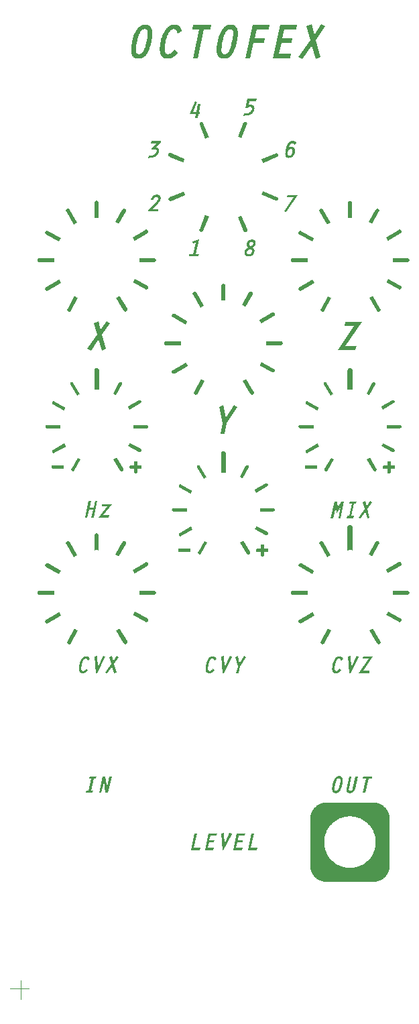
<source format=gbr>
%TF.GenerationSoftware,KiCad,Pcbnew,9.0.5*%
%TF.CreationDate,2025-11-15T20:55:57+01:00*%
%TF.ProjectId,FV1 Panel,46563120-5061-46e6-956c-2e6b69636164,rev?*%
%TF.SameCoordinates,Original*%
%TF.FileFunction,Legend,Top*%
%TF.FilePolarity,Positive*%
%FSLAX46Y46*%
G04 Gerber Fmt 4.6, Leading zero omitted, Abs format (unit mm)*
G04 Created by KiCad (PCBNEW 9.0.5) date 2025-11-15 20:55:57*
%MOMM*%
%LPD*%
G01*
G04 APERTURE LIST*
%ADD10C,0.000000*%
%ADD11C,0.035268*%
G04 APERTURE END LIST*
D10*
G36*
X119383041Y-127635416D02*
G01*
X120053863Y-126264156D01*
X120350115Y-126327637D01*
X119279002Y-128448363D01*
X119153799Y-128448363D01*
X118988029Y-126322369D01*
X119300522Y-126261329D01*
X119383041Y-127635416D01*
G37*
G36*
X153979421Y-141713723D02*
G01*
X153557245Y-141713723D01*
X153170358Y-143533275D01*
X152867394Y-143533275D01*
X153253935Y-141713723D01*
X152821894Y-141713723D01*
X152882914Y-141434048D01*
X154040095Y-141434048D01*
X153979421Y-141713723D01*
G37*
G36*
X128531697Y-62725973D02*
G01*
X128543824Y-62726784D01*
X128555963Y-62728205D01*
X128568093Y-62730244D01*
X128580194Y-62732909D01*
X128592245Y-62736210D01*
X128604225Y-62740154D01*
X128616114Y-62744751D01*
X128812212Y-62825877D01*
X130347472Y-63461420D01*
X130347116Y-63461420D01*
X130360164Y-63466719D01*
X130348877Y-63490803D01*
X130337317Y-63514710D01*
X130313875Y-63562339D01*
X130302239Y-63586235D01*
X130290826Y-63610300D01*
X130279760Y-63634622D01*
X130269163Y-63659287D01*
X130255846Y-63692368D01*
X130243288Y-63725477D01*
X130231325Y-63758611D01*
X130219791Y-63791765D01*
X130174644Y-63924510D01*
X130155951Y-63916750D01*
X130155951Y-63917106D01*
X129060146Y-63462844D01*
X128427064Y-63200448D01*
X128423094Y-63198730D01*
X128419246Y-63196891D01*
X128415512Y-63194942D01*
X128411880Y-63192892D01*
X128408341Y-63190754D01*
X128404886Y-63188537D01*
X128401505Y-63186253D01*
X128398187Y-63183913D01*
X128391703Y-63179106D01*
X128385355Y-63174203D01*
X128379066Y-63169291D01*
X128372757Y-63164457D01*
X128366345Y-63159436D01*
X128360075Y-63154289D01*
X128353956Y-63149012D01*
X128348000Y-63143602D01*
X128342215Y-63138059D01*
X128336611Y-63132378D01*
X128331198Y-63126557D01*
X128325986Y-63120595D01*
X128320985Y-63114487D01*
X128316205Y-63108232D01*
X128311655Y-63101827D01*
X128307346Y-63095270D01*
X128303286Y-63088558D01*
X128299487Y-63081688D01*
X128295958Y-63074658D01*
X128292709Y-63067465D01*
X128288470Y-63056446D01*
X128284752Y-63045224D01*
X128281564Y-63033820D01*
X128278915Y-63022255D01*
X128276813Y-63010549D01*
X128275268Y-62998723D01*
X128274288Y-62986799D01*
X128273881Y-62974795D01*
X128274058Y-62962734D01*
X128274826Y-62950636D01*
X128276195Y-62938521D01*
X128278173Y-62926411D01*
X128280768Y-62914325D01*
X128283991Y-62902286D01*
X128287850Y-62890312D01*
X128292353Y-62878426D01*
X128297516Y-62866815D01*
X128303204Y-62855597D01*
X128309397Y-62844781D01*
X128316074Y-62834375D01*
X128323213Y-62824389D01*
X128330796Y-62814830D01*
X128338801Y-62805707D01*
X128347208Y-62797029D01*
X128355996Y-62788805D01*
X128365145Y-62781043D01*
X128374634Y-62773753D01*
X128384442Y-62766941D01*
X128394550Y-62760618D01*
X128404936Y-62754792D01*
X128415580Y-62749471D01*
X128426462Y-62744665D01*
X128437560Y-62740381D01*
X128448855Y-62736629D01*
X128460326Y-62733417D01*
X128471953Y-62730754D01*
X128483714Y-62728648D01*
X128495590Y-62727109D01*
X128507559Y-62726144D01*
X128519601Y-62725763D01*
X128531697Y-62725973D01*
G37*
G36*
X142013368Y-68292935D02*
G01*
X142025073Y-68298128D01*
X142036377Y-68303841D01*
X142047272Y-68310052D01*
X142057750Y-68316742D01*
X142067801Y-68323889D01*
X142077418Y-68331474D01*
X142086593Y-68339476D01*
X142095316Y-68347875D01*
X142103581Y-68356651D01*
X142111378Y-68365783D01*
X142118699Y-68375251D01*
X142125536Y-68385034D01*
X142131880Y-68395113D01*
X142137723Y-68405466D01*
X142143057Y-68416074D01*
X142147874Y-68426917D01*
X142152165Y-68437973D01*
X142155921Y-68449223D01*
X142159135Y-68460645D01*
X142161798Y-68472221D01*
X142163902Y-68483929D01*
X142165438Y-68495750D01*
X142166399Y-68507662D01*
X142166775Y-68519646D01*
X142166559Y-68531681D01*
X142165742Y-68543746D01*
X142164315Y-68555822D01*
X142162272Y-68567889D01*
X142159602Y-68579925D01*
X142156298Y-68591910D01*
X142152352Y-68603825D01*
X142147754Y-68615649D01*
X142142562Y-68627321D01*
X142136850Y-68638593D01*
X142130639Y-68649455D01*
X142123950Y-68659900D01*
X142116802Y-68669919D01*
X142109217Y-68679504D01*
X142101213Y-68688647D01*
X142092813Y-68697340D01*
X142084035Y-68705573D01*
X142074900Y-68713340D01*
X142065429Y-68720631D01*
X142055641Y-68727439D01*
X142045558Y-68733755D01*
X142035198Y-68739570D01*
X142024583Y-68744878D01*
X142013733Y-68749669D01*
X142002668Y-68753935D01*
X141991408Y-68757668D01*
X141979974Y-68760859D01*
X141968386Y-68763501D01*
X141956665Y-68765585D01*
X141944829Y-68767102D01*
X141932901Y-68768046D01*
X141920899Y-68768406D01*
X141908845Y-68768176D01*
X141896758Y-68767346D01*
X141884660Y-68765909D01*
X141872569Y-68763857D01*
X141860507Y-68761180D01*
X141848494Y-68757871D01*
X141836550Y-68753921D01*
X141824695Y-68749323D01*
X140030557Y-68006914D01*
X140042683Y-67981006D01*
X140055156Y-67955320D01*
X140080548Y-67904187D01*
X140093169Y-67878526D01*
X140105543Y-67852658D01*
X140117520Y-67826476D01*
X140128952Y-67799874D01*
X140141481Y-67768851D01*
X140153261Y-67737693D01*
X140164471Y-67706436D01*
X140175287Y-67675111D01*
X140196454Y-67612395D01*
X140218183Y-67549814D01*
X142013368Y-68292935D01*
G37*
G36*
X145918093Y-118038715D02*
G01*
X145916394Y-118067250D01*
X145912527Y-118124305D01*
X145910706Y-118152849D01*
X145909190Y-118181421D01*
X145908154Y-118210033D01*
X145907770Y-118238697D01*
X145908200Y-118272437D01*
X145909362Y-118305951D01*
X145913103Y-118372468D01*
X145917436Y-118438581D01*
X145919340Y-118471590D01*
X145920808Y-118504622D01*
X143977487Y-118504622D01*
X143964769Y-118504301D01*
X143952217Y-118503349D01*
X143939848Y-118501781D01*
X143927676Y-118499612D01*
X143915717Y-118496857D01*
X143903987Y-118493533D01*
X143892501Y-118489654D01*
X143881275Y-118485236D01*
X143870324Y-118480294D01*
X143859664Y-118474844D01*
X143849311Y-118468900D01*
X143839279Y-118462479D01*
X143829586Y-118455595D01*
X143820245Y-118448264D01*
X143811274Y-118440502D01*
X143802686Y-118432324D01*
X143794499Y-118423744D01*
X143786727Y-118414779D01*
X143779386Y-118405444D01*
X143772491Y-118395753D01*
X143766059Y-118385724D01*
X143760104Y-118375370D01*
X143754643Y-118364708D01*
X143749691Y-118353752D01*
X143745262Y-118342518D01*
X143741374Y-118331022D01*
X143738041Y-118319279D01*
X143735280Y-118307303D01*
X143733104Y-118295111D01*
X143731532Y-118282718D01*
X143730576Y-118270139D01*
X143730255Y-118257390D01*
X143730576Y-118244640D01*
X143731532Y-118232061D01*
X143733104Y-118219668D01*
X143735280Y-118207476D01*
X143738041Y-118195501D01*
X143741374Y-118183757D01*
X143745262Y-118172261D01*
X143749691Y-118161027D01*
X143754643Y-118150071D01*
X143760104Y-118139409D01*
X143766059Y-118129055D01*
X143772491Y-118119026D01*
X143779386Y-118109336D01*
X143786727Y-118100000D01*
X143794499Y-118091035D01*
X143802686Y-118082456D01*
X143811274Y-118074277D01*
X143820245Y-118066515D01*
X143829586Y-118059184D01*
X143839279Y-118052300D01*
X143849311Y-118045879D01*
X143859664Y-118039936D01*
X143870324Y-118034485D01*
X143881275Y-118029543D01*
X143892501Y-118025125D01*
X143903987Y-118021246D01*
X143915717Y-118017922D01*
X143927676Y-118015168D01*
X143939848Y-118012999D01*
X143952217Y-118011430D01*
X143964769Y-118010478D01*
X143977487Y-118010157D01*
X145919404Y-118010157D01*
X145918093Y-118038715D01*
G37*
G36*
X112986106Y-114558929D02*
G01*
X112998092Y-114559861D01*
X113010066Y-114561384D01*
X113022007Y-114563503D01*
X113033894Y-114566224D01*
X113045705Y-114569556D01*
X113057419Y-114573502D01*
X113069015Y-114578070D01*
X113080471Y-114583267D01*
X113091767Y-114589097D01*
X114693326Y-115474699D01*
X114661851Y-115527640D01*
X114630916Y-115580919D01*
X114600535Y-115634545D01*
X114570721Y-115688526D01*
X114541485Y-115742870D01*
X114512842Y-115797585D01*
X114484804Y-115852681D01*
X114457383Y-115908164D01*
X112852641Y-115021850D01*
X112841688Y-115015453D01*
X112831183Y-115008580D01*
X112821133Y-115001250D01*
X112811545Y-114993487D01*
X112802424Y-114985311D01*
X112793777Y-114976743D01*
X112785610Y-114967804D01*
X112777930Y-114958517D01*
X112770742Y-114948901D01*
X112764054Y-114938979D01*
X112757871Y-114928771D01*
X112752200Y-114918299D01*
X112747048Y-114907583D01*
X112742419Y-114896646D01*
X112738322Y-114885509D01*
X112734762Y-114874192D01*
X112731745Y-114862718D01*
X112729278Y-114851106D01*
X112727367Y-114839379D01*
X112726019Y-114827557D01*
X112725239Y-114815663D01*
X112725035Y-114803717D01*
X112725412Y-114791740D01*
X112726377Y-114779754D01*
X112727936Y-114767780D01*
X112730095Y-114755838D01*
X112732861Y-114743952D01*
X112736241Y-114732141D01*
X112740239Y-114720427D01*
X112744864Y-114708831D01*
X112750121Y-114697374D01*
X112756016Y-114686078D01*
X112762411Y-114675156D01*
X112769283Y-114664680D01*
X112776610Y-114654657D01*
X112784372Y-114645093D01*
X112792547Y-114635994D01*
X112801114Y-114627367D01*
X112810051Y-114619218D01*
X112819337Y-114611553D01*
X112828952Y-114604379D01*
X112838874Y-114597701D01*
X112849081Y-114591526D01*
X112859552Y-114585860D01*
X112870266Y-114580710D01*
X112881203Y-114576081D01*
X112892340Y-114571981D01*
X112903656Y-114568414D01*
X112915130Y-114565388D01*
X112926741Y-114562908D01*
X112938468Y-114560982D01*
X112950289Y-114559614D01*
X112962183Y-114558812D01*
X112974129Y-114558582D01*
X112986106Y-114558929D01*
G37*
G36*
X133924816Y-126283242D02*
G01*
X133945585Y-126284298D01*
X133965936Y-126286058D01*
X133985869Y-126288521D01*
X134005383Y-126291686D01*
X134024477Y-126295553D01*
X134043149Y-126300121D01*
X134061399Y-126305390D01*
X134079226Y-126311359D01*
X134096629Y-126318027D01*
X134113607Y-126325394D01*
X134130159Y-126333460D01*
X134146283Y-126342223D01*
X134161980Y-126351683D01*
X134177248Y-126361840D01*
X134192086Y-126372693D01*
X134206493Y-126384241D01*
X134220468Y-126396484D01*
X134234010Y-126409421D01*
X134247119Y-126423051D01*
X134259793Y-126437375D01*
X134272031Y-126452391D01*
X134283833Y-126468099D01*
X134295197Y-126484498D01*
X134306122Y-126501588D01*
X134316608Y-126519368D01*
X134336258Y-126556996D01*
X134354137Y-126597377D01*
X134370240Y-126640507D01*
X134383989Y-126680719D01*
X134101844Y-126830970D01*
X134083507Y-126773469D01*
X134075216Y-126748947D01*
X134066207Y-126726034D01*
X134056475Y-126704726D01*
X134046013Y-126685020D01*
X134040507Y-126675766D01*
X134034816Y-126666910D01*
X134028939Y-126658454D01*
X134022876Y-126650395D01*
X134016626Y-126642734D01*
X134010188Y-126635470D01*
X134003562Y-126628603D01*
X133996746Y-126622132D01*
X133989740Y-126616057D01*
X133982543Y-126610377D01*
X133975154Y-126605091D01*
X133967574Y-126600200D01*
X133959799Y-126595703D01*
X133951831Y-126591600D01*
X133943669Y-126587889D01*
X133935310Y-126584571D01*
X133926756Y-126581645D01*
X133918004Y-126579111D01*
X133909055Y-126576968D01*
X133899907Y-126575215D01*
X133890559Y-126573853D01*
X133881012Y-126572881D01*
X133871263Y-126572298D01*
X133861313Y-126572103D01*
X133818853Y-126575255D01*
X133798118Y-126579192D01*
X133777714Y-126584703D01*
X133737902Y-126600436D01*
X133699423Y-126622443D01*
X133662283Y-126650715D01*
X133626489Y-126685238D01*
X133592047Y-126726004D01*
X133558962Y-126773001D01*
X133527242Y-126826218D01*
X133496892Y-126885645D01*
X133467918Y-126951270D01*
X133440328Y-127023082D01*
X133414126Y-127101072D01*
X133389319Y-127185227D01*
X133365913Y-127275538D01*
X133343915Y-127371993D01*
X133330460Y-127439337D01*
X133318930Y-127503689D01*
X133309321Y-127565038D01*
X133301633Y-127623376D01*
X133295862Y-127678692D01*
X133292008Y-127730979D01*
X133290067Y-127780225D01*
X133290037Y-127826423D01*
X133291918Y-127869563D01*
X133295705Y-127909635D01*
X133301398Y-127946631D01*
X133308994Y-127980540D01*
X133318491Y-128011355D01*
X133323952Y-128025598D01*
X133329887Y-128039064D01*
X133336296Y-128051752D01*
X133343180Y-128063660D01*
X133350537Y-128074787D01*
X133358367Y-128085132D01*
X133364939Y-128092749D01*
X133371830Y-128099871D01*
X133379045Y-128106499D01*
X133386587Y-128112634D01*
X133394462Y-128118275D01*
X133402674Y-128123424D01*
X133411228Y-128128080D01*
X133420129Y-128132245D01*
X133429381Y-128135918D01*
X133438990Y-128139100D01*
X133448959Y-128141791D01*
X133459293Y-128143992D01*
X133469997Y-128145703D01*
X133481076Y-128146925D01*
X133492535Y-128147657D01*
X133504377Y-128147901D01*
X133525946Y-128146887D01*
X133548018Y-128143873D01*
X133570530Y-128138899D01*
X133593415Y-128132008D01*
X133616608Y-128123240D01*
X133640044Y-128112637D01*
X133663656Y-128100240D01*
X133687379Y-128086091D01*
X133711147Y-128070230D01*
X133734896Y-128052700D01*
X133758559Y-128033541D01*
X133782070Y-128012795D01*
X133805365Y-127990503D01*
X133828378Y-127966706D01*
X133851042Y-127941446D01*
X133873294Y-127914765D01*
X133904678Y-127875976D01*
X134123699Y-128052670D01*
X134091602Y-128091458D01*
X134056771Y-128132009D01*
X134021090Y-128170187D01*
X133984620Y-128205959D01*
X133947420Y-128239290D01*
X133909551Y-128270149D01*
X133871072Y-128298500D01*
X133832043Y-128324310D01*
X133792525Y-128347546D01*
X133752576Y-128368174D01*
X133712258Y-128386160D01*
X133671630Y-128401472D01*
X133630751Y-128414075D01*
X133589682Y-128423936D01*
X133548484Y-128431021D01*
X133507214Y-128435296D01*
X133465935Y-128436729D01*
X133437244Y-128436122D01*
X133409368Y-128434303D01*
X133382313Y-128431274D01*
X133356084Y-128427039D01*
X133330685Y-128421598D01*
X133306122Y-128414956D01*
X133282400Y-128407114D01*
X133259525Y-128398075D01*
X133237501Y-128387842D01*
X133216334Y-128376417D01*
X133196028Y-128363803D01*
X133176589Y-128350002D01*
X133158022Y-128335016D01*
X133140333Y-128318849D01*
X133123525Y-128301502D01*
X133107606Y-128282979D01*
X133082459Y-128248555D01*
X133060060Y-128210896D01*
X133040409Y-128170014D01*
X133023508Y-128125922D01*
X133009360Y-128078633D01*
X132997967Y-128028161D01*
X132989331Y-127974518D01*
X132983454Y-127917717D01*
X132980338Y-127857770D01*
X132979985Y-127794691D01*
X132982398Y-127728493D01*
X132987577Y-127659189D01*
X132995526Y-127586791D01*
X133006246Y-127511312D01*
X133019740Y-127432766D01*
X133036009Y-127351165D01*
X133065087Y-127225658D01*
X133097909Y-127107511D01*
X133115698Y-127051229D01*
X133134391Y-126996824D01*
X133153979Y-126944310D01*
X133174450Y-126893699D01*
X133195794Y-126845004D01*
X133218000Y-126798238D01*
X133241059Y-126753412D01*
X133264960Y-126710540D01*
X133289692Y-126669635D01*
X133315245Y-126630709D01*
X133341608Y-126593774D01*
X133368771Y-126558844D01*
X133396723Y-126525931D01*
X133425455Y-126495048D01*
X133454955Y-126466207D01*
X133485213Y-126439421D01*
X133516219Y-126414702D01*
X133547962Y-126392064D01*
X133580431Y-126371520D01*
X133613617Y-126353080D01*
X133647508Y-126336759D01*
X133682095Y-126322569D01*
X133717366Y-126310523D01*
X133753312Y-126300633D01*
X133789922Y-126292912D01*
X133827186Y-126287373D01*
X133865092Y-126284027D01*
X133903631Y-126282889D01*
X133924816Y-126283242D01*
G37*
G36*
X155065697Y-82419916D02*
G01*
X155071733Y-82431149D01*
X155077143Y-82442552D01*
X155081934Y-82454102D01*
X155086110Y-82465779D01*
X155089676Y-82477561D01*
X155092639Y-82489428D01*
X155095003Y-82501358D01*
X155096774Y-82513330D01*
X155097957Y-82525322D01*
X155098557Y-82537314D01*
X155098580Y-82549284D01*
X155098030Y-82561212D01*
X155096914Y-82573076D01*
X155095236Y-82584854D01*
X155093002Y-82596526D01*
X155090217Y-82608071D01*
X155086886Y-82619466D01*
X155083016Y-82630692D01*
X155078610Y-82641727D01*
X155073674Y-82652549D01*
X155068214Y-82663138D01*
X155062235Y-82673473D01*
X155055743Y-82683531D01*
X155048741Y-82693292D01*
X155041237Y-82702736D01*
X155033235Y-82711840D01*
X155024740Y-82720583D01*
X155015757Y-82728944D01*
X155006293Y-82736903D01*
X154996353Y-82744437D01*
X154985940Y-82751526D01*
X154975062Y-82758149D01*
X154967745Y-82762121D01*
X154960343Y-82765836D01*
X154952863Y-82769296D01*
X154945311Y-82772500D01*
X154937696Y-82775447D01*
X154930022Y-82778139D01*
X154922298Y-82780574D01*
X154914531Y-82782753D01*
X154906725Y-82784675D01*
X154898890Y-82786342D01*
X154891031Y-82787752D01*
X154883155Y-82788906D01*
X154875269Y-82789803D01*
X154867380Y-82790444D01*
X154859494Y-82790829D01*
X154851619Y-82790957D01*
X154835597Y-82790451D01*
X154819698Y-82788937D01*
X154803971Y-82786428D01*
X154788465Y-82782933D01*
X154773230Y-82778462D01*
X154758314Y-82773026D01*
X154750991Y-82769950D01*
X154743767Y-82766636D01*
X154736647Y-82763086D01*
X154729638Y-82759301D01*
X154722745Y-82755282D01*
X154715975Y-82751032D01*
X154709335Y-82746550D01*
X154702829Y-82741839D01*
X154696465Y-82736899D01*
X154690248Y-82731732D01*
X154684185Y-82726340D01*
X154678282Y-82720722D01*
X154672544Y-82714882D01*
X154666978Y-82708820D01*
X154661591Y-82702537D01*
X154656388Y-82696035D01*
X154651375Y-82689315D01*
X154646559Y-82682379D01*
X154641945Y-82675226D01*
X154637541Y-82667860D01*
X153690573Y-81031713D01*
X153745729Y-81003131D01*
X153800394Y-80973972D01*
X153854605Y-80944226D01*
X153908399Y-80913879D01*
X153961814Y-80882919D01*
X154014886Y-80851336D01*
X154067654Y-80819117D01*
X154120153Y-80786250D01*
X155065697Y-82419916D01*
G37*
G36*
X145915863Y-76063702D02*
G01*
X145914077Y-76092164D01*
X145910104Y-76149051D01*
X145908256Y-76177549D01*
X145906726Y-76206132D01*
X145905684Y-76234837D01*
X145905299Y-76263700D01*
X145905716Y-76297305D01*
X145906848Y-76330698D01*
X145908518Y-76363934D01*
X145910548Y-76397066D01*
X145914974Y-76463232D01*
X145917014Y-76496373D01*
X145918703Y-76529624D01*
X143975382Y-76529624D01*
X143962632Y-76529303D01*
X143950053Y-76528351D01*
X143937660Y-76526783D01*
X143925468Y-76524614D01*
X143913493Y-76521860D01*
X143901749Y-76518535D01*
X143890253Y-76514657D01*
X143879019Y-76510239D01*
X143868063Y-76505297D01*
X143857401Y-76499847D01*
X143847047Y-76493903D01*
X143837018Y-76487482D01*
X143827328Y-76480599D01*
X143817992Y-76473269D01*
X143809027Y-76465507D01*
X143800448Y-76457328D01*
X143792269Y-76448749D01*
X143784507Y-76439785D01*
X143777176Y-76430450D01*
X143770292Y-76420761D01*
X143763871Y-76410732D01*
X143757928Y-76400379D01*
X143752477Y-76389718D01*
X143747535Y-76378763D01*
X143743117Y-76367531D01*
X143739238Y-76356035D01*
X143735914Y-76344293D01*
X143733160Y-76332319D01*
X143730991Y-76320129D01*
X143729422Y-76307737D01*
X143728470Y-76295160D01*
X143728149Y-76282412D01*
X143728470Y-76269663D01*
X143729422Y-76257084D01*
X143730991Y-76244691D01*
X143733160Y-76232499D01*
X143735914Y-76220523D01*
X143739238Y-76208780D01*
X143743117Y-76197284D01*
X143747535Y-76186050D01*
X143752477Y-76175094D01*
X143757928Y-76164432D01*
X143763871Y-76154078D01*
X143770292Y-76144049D01*
X143777176Y-76134358D01*
X143784507Y-76125023D01*
X143792269Y-76116058D01*
X143800448Y-76107478D01*
X143809027Y-76099300D01*
X143817992Y-76091538D01*
X143827328Y-76084207D01*
X143837018Y-76077323D01*
X143847047Y-76070902D01*
X143857401Y-76064958D01*
X143868063Y-76059508D01*
X143879019Y-76054566D01*
X143890253Y-76050148D01*
X143901749Y-76046269D01*
X143913493Y-76042945D01*
X143925468Y-76040190D01*
X143937660Y-76038021D01*
X143950053Y-76036453D01*
X143962632Y-76035501D01*
X143975382Y-76035180D01*
X145917289Y-76035180D01*
X145915863Y-76063702D01*
G37*
G36*
X131175808Y-109956211D02*
G01*
X131201367Y-110003465D01*
X131227529Y-110050321D01*
X131254265Y-110096797D01*
X131281547Y-110142909D01*
X131309346Y-110188673D01*
X131337634Y-110234105D01*
X131366383Y-110279221D01*
X129919296Y-111116862D01*
X129912978Y-111120449D01*
X129906590Y-111123796D01*
X129900137Y-111126906D01*
X129893624Y-111129779D01*
X129887054Y-111132415D01*
X129880433Y-111134817D01*
X129873766Y-111136985D01*
X129867056Y-111138920D01*
X129860310Y-111140624D01*
X129853530Y-111142097D01*
X129846723Y-111143340D01*
X129839892Y-111144355D01*
X129833043Y-111145142D01*
X129826180Y-111145703D01*
X129819307Y-111146039D01*
X129812430Y-111146151D01*
X129805495Y-111146037D01*
X129798580Y-111145695D01*
X129791690Y-111145127D01*
X129784830Y-111144335D01*
X129778007Y-111143321D01*
X129771225Y-111142087D01*
X129757805Y-111138964D01*
X129744615Y-111134982D01*
X129731697Y-111130154D01*
X129719094Y-111124496D01*
X129712924Y-111121359D01*
X129706849Y-111118021D01*
X129700874Y-111114482D01*
X129695004Y-111110744D01*
X129689246Y-111106810D01*
X129683604Y-111102680D01*
X129678083Y-111098358D01*
X129672689Y-111093844D01*
X129667428Y-111089140D01*
X129662305Y-111084248D01*
X129657325Y-111079171D01*
X129652493Y-111073909D01*
X129647815Y-111068465D01*
X129643296Y-111062841D01*
X129638941Y-111057037D01*
X129634757Y-111051057D01*
X129630748Y-111044902D01*
X129626919Y-111038573D01*
X129621638Y-111028902D01*
X129616907Y-111019080D01*
X129612719Y-111009126D01*
X129609071Y-110999057D01*
X129605956Y-110988894D01*
X129603370Y-110978653D01*
X129601307Y-110968354D01*
X129599764Y-110958015D01*
X129598734Y-110947654D01*
X129598212Y-110937290D01*
X129598194Y-110926942D01*
X129598675Y-110916627D01*
X129599649Y-110906364D01*
X129601112Y-110896173D01*
X129603058Y-110886070D01*
X129605482Y-110876075D01*
X129608379Y-110866205D01*
X129611745Y-110856481D01*
X129615574Y-110846919D01*
X129619861Y-110837539D01*
X129624602Y-110828358D01*
X129629790Y-110819396D01*
X129635421Y-110810670D01*
X129641491Y-110802200D01*
X129647993Y-110794003D01*
X129654923Y-110786099D01*
X129662276Y-110778505D01*
X129670047Y-110771240D01*
X129678231Y-110764323D01*
X129686822Y-110757771D01*
X129695816Y-110751604D01*
X129705207Y-110745840D01*
X131150881Y-109908546D01*
X131175808Y-109956211D01*
G37*
G36*
X116501228Y-122827117D02*
G01*
X116554202Y-122858881D01*
X116607581Y-122890032D01*
X116661369Y-122920563D01*
X116715571Y-122950466D01*
X116770189Y-122979733D01*
X116825230Y-123008355D01*
X116880696Y-123036326D01*
X115989806Y-124648126D01*
X115980770Y-124662915D01*
X115970893Y-124676855D01*
X115960226Y-124689932D01*
X115948819Y-124702130D01*
X115936725Y-124713436D01*
X115923994Y-124723834D01*
X115910677Y-124733311D01*
X115896825Y-124741852D01*
X115882490Y-124749442D01*
X115867723Y-124756068D01*
X115852574Y-124761713D01*
X115837095Y-124766365D01*
X115821337Y-124770008D01*
X115805352Y-124772628D01*
X115789189Y-124774211D01*
X115772900Y-124774742D01*
X115765410Y-124774634D01*
X115757885Y-124774306D01*
X115750335Y-124773754D01*
X115742767Y-124772973D01*
X115735188Y-124771958D01*
X115727606Y-124770706D01*
X115720029Y-124769210D01*
X115712465Y-124767468D01*
X115704922Y-124765473D01*
X115697407Y-124763222D01*
X115689927Y-124760710D01*
X115682492Y-124757932D01*
X115675108Y-124754883D01*
X115667783Y-124751560D01*
X115660525Y-124747957D01*
X115653342Y-124744069D01*
X115642422Y-124737704D01*
X115631951Y-124730859D01*
X115621934Y-124723555D01*
X115612377Y-124715813D01*
X115603288Y-124707655D01*
X115594671Y-124699102D01*
X115586533Y-124690177D01*
X115578880Y-124680901D01*
X115571719Y-124671295D01*
X115565055Y-124661381D01*
X115558894Y-124651181D01*
X115553243Y-124640716D01*
X115548108Y-124630007D01*
X115543495Y-124619077D01*
X115539410Y-124607947D01*
X115535860Y-124596637D01*
X115532849Y-124585171D01*
X115530386Y-124573570D01*
X115528475Y-124561854D01*
X115527122Y-124550047D01*
X115526335Y-124538168D01*
X115526119Y-124526241D01*
X115526480Y-124514286D01*
X115527424Y-124502325D01*
X115528958Y-124490379D01*
X115531088Y-124478471D01*
X115533819Y-124466621D01*
X115537158Y-124454852D01*
X115541111Y-124443184D01*
X115545685Y-124431640D01*
X115550885Y-124420241D01*
X115556717Y-124409009D01*
X116448655Y-122794748D01*
X116501228Y-122827117D01*
G37*
G36*
X151375173Y-127635782D02*
G01*
X152045985Y-126264156D01*
X152341891Y-126327637D01*
X152312968Y-126385484D01*
X151270768Y-128448363D01*
X151145921Y-128448363D01*
X151142036Y-128402537D01*
X150980151Y-126322369D01*
X151292979Y-126261329D01*
X151375173Y-127635782D01*
G37*
G36*
X135379641Y-127635070D02*
G01*
X136049385Y-126264156D01*
X136346003Y-126327637D01*
X136317079Y-126385484D01*
X135274890Y-128448363D01*
X135150033Y-128448363D01*
X135146504Y-128402537D01*
X134983917Y-126322369D01*
X135296389Y-126261329D01*
X135379641Y-127635070D01*
G37*
G36*
X132112373Y-102148460D02*
G01*
X132122628Y-102149436D01*
X132132810Y-102150900D01*
X132142900Y-102152846D01*
X132152881Y-102155271D01*
X132162733Y-102158169D01*
X132172439Y-102161535D01*
X132181980Y-102165365D01*
X132191338Y-102169654D01*
X132200494Y-102174397D01*
X132209431Y-102179590D01*
X132218129Y-102185227D01*
X132226571Y-102191304D01*
X132234737Y-102197817D01*
X132242611Y-102204759D01*
X132250173Y-102212128D01*
X132257405Y-102219917D01*
X132264289Y-102228122D01*
X132270806Y-102236738D01*
X132276938Y-102245761D01*
X132282668Y-102255186D01*
X133102317Y-103670522D01*
X133055121Y-103696011D01*
X133008234Y-103721978D01*
X132961669Y-103748434D01*
X132915439Y-103775392D01*
X132869556Y-103802864D01*
X132824032Y-103830862D01*
X132778881Y-103859399D01*
X132734113Y-103888485D01*
X131911992Y-102469264D01*
X131906711Y-102459625D01*
X131901978Y-102449835D01*
X131897787Y-102439912D01*
X131894132Y-102429875D01*
X131891011Y-102419742D01*
X131888417Y-102409530D01*
X131886346Y-102399259D01*
X131884792Y-102388946D01*
X131883752Y-102378610D01*
X131883220Y-102368269D01*
X131883192Y-102357942D01*
X131883661Y-102347646D01*
X131884625Y-102337400D01*
X131886077Y-102327222D01*
X131888014Y-102317131D01*
X131890429Y-102307144D01*
X131893319Y-102297281D01*
X131896678Y-102287558D01*
X131900502Y-102277996D01*
X131904785Y-102268611D01*
X131909524Y-102259422D01*
X131914712Y-102250447D01*
X131920346Y-102241705D01*
X131926419Y-102233214D01*
X131932929Y-102224992D01*
X131939869Y-102217058D01*
X131947235Y-102209429D01*
X131955021Y-102202125D01*
X131963224Y-102195162D01*
X131971838Y-102188560D01*
X131980859Y-102182337D01*
X131990281Y-102176511D01*
X131999983Y-102171265D01*
X132009833Y-102166563D01*
X132019811Y-102162401D01*
X132029899Y-102158775D01*
X132040079Y-102155679D01*
X132050333Y-102153109D01*
X132060642Y-102151059D01*
X132070988Y-102149526D01*
X132081352Y-102148504D01*
X132091716Y-102147989D01*
X132102063Y-102147976D01*
X132112373Y-102148460D01*
G37*
G36*
X123073941Y-124404087D02*
G01*
X123079976Y-124415320D01*
X123085385Y-124426722D01*
X123090175Y-124438273D01*
X123094351Y-124449950D01*
X123097917Y-124461732D01*
X123100879Y-124473599D01*
X123103243Y-124485529D01*
X123105014Y-124497500D01*
X123106196Y-124509492D01*
X123106796Y-124521484D01*
X123106819Y-124533455D01*
X123106269Y-124545382D01*
X123105153Y-124557245D01*
X123103475Y-124569023D01*
X123101241Y-124580695D01*
X123098456Y-124592239D01*
X123095125Y-124603634D01*
X123091255Y-124614859D01*
X123086849Y-124625894D01*
X123081913Y-124636715D01*
X123076453Y-124647303D01*
X123070474Y-124657637D01*
X123063981Y-124667694D01*
X123056980Y-124677455D01*
X123049475Y-124686897D01*
X123041472Y-124696000D01*
X123032977Y-124704742D01*
X123023994Y-124713102D01*
X123014530Y-124721059D01*
X123004588Y-124728591D01*
X122994175Y-124735679D01*
X122983296Y-124742300D01*
X122975977Y-124746271D01*
X122968574Y-124749987D01*
X122961094Y-124753447D01*
X122953542Y-124756650D01*
X122945927Y-124759598D01*
X122938255Y-124762289D01*
X122930531Y-124764724D01*
X122922764Y-124766903D01*
X122914960Y-124768826D01*
X122907126Y-124770492D01*
X122899267Y-124771903D01*
X122891392Y-124773056D01*
X122883506Y-124773954D01*
X122875616Y-124774595D01*
X122867730Y-124774980D01*
X122859853Y-124775108D01*
X122843831Y-124774601D01*
X122827932Y-124773088D01*
X122812206Y-124770579D01*
X122796700Y-124767084D01*
X122781466Y-124762613D01*
X122766551Y-124757177D01*
X122759228Y-124754100D01*
X122752004Y-124750786D01*
X122744885Y-124747236D01*
X122737875Y-124743451D01*
X122730983Y-124739433D01*
X122724214Y-124735182D01*
X122717573Y-124730700D01*
X122711068Y-124725989D01*
X122704703Y-124721049D01*
X122698487Y-124715883D01*
X122692423Y-124710490D01*
X122686520Y-124704873D01*
X122680782Y-124699033D01*
X122675216Y-124692971D01*
X122669828Y-124686688D01*
X122664625Y-124680186D01*
X122659611Y-124673466D01*
X122654794Y-124666529D01*
X122650180Y-124659377D01*
X122645775Y-124652010D01*
X121698807Y-123015884D01*
X121753963Y-122987295D01*
X121808627Y-122958132D01*
X121862838Y-122928382D01*
X121916632Y-122898034D01*
X121970045Y-122867076D01*
X122023116Y-122835496D01*
X122075881Y-122803281D01*
X122128377Y-122770421D01*
X123073941Y-124404087D01*
G37*
G36*
X151246616Y-109727025D02*
G01*
X151264559Y-109728394D01*
X151282246Y-109730648D01*
X151299654Y-109733764D01*
X151316762Y-109737722D01*
X151333547Y-109742497D01*
X151349986Y-109748068D01*
X151366057Y-109754413D01*
X151381737Y-109761509D01*
X151397004Y-109769333D01*
X151411836Y-109777864D01*
X151426210Y-109787080D01*
X151440103Y-109796957D01*
X151453493Y-109807474D01*
X151466358Y-109818607D01*
X151478676Y-109830336D01*
X151490422Y-109842637D01*
X151501576Y-109855488D01*
X151512115Y-109868867D01*
X151522016Y-109882752D01*
X151531257Y-109897119D01*
X151539815Y-109911948D01*
X151547668Y-109927215D01*
X151554793Y-109942898D01*
X151561168Y-109958974D01*
X151566771Y-109975423D01*
X151571579Y-109992220D01*
X151575569Y-110009344D01*
X151578719Y-110026773D01*
X151581007Y-110044484D01*
X151582410Y-110062454D01*
X151582905Y-110080662D01*
X151582905Y-112897951D01*
X151476019Y-112891605D01*
X151476019Y-112894412D01*
X151422863Y-112891221D01*
X151370002Y-112887631D01*
X151343568Y-112886017D01*
X151317071Y-112884701D01*
X151290467Y-112883814D01*
X151263710Y-112883489D01*
X151227909Y-112883880D01*
X151192404Y-112884957D01*
X151157130Y-112886580D01*
X151122019Y-112888607D01*
X150981900Y-112897951D01*
X150981900Y-112891605D01*
X150873630Y-112897951D01*
X150873630Y-110080662D01*
X150874095Y-110062424D01*
X150875472Y-110044427D01*
X150877740Y-110026693D01*
X150880876Y-110009245D01*
X150884857Y-109992105D01*
X150889660Y-109975294D01*
X150895263Y-109958836D01*
X150901642Y-109942752D01*
X150908775Y-109927064D01*
X150916639Y-109911794D01*
X150925211Y-109896966D01*
X150934468Y-109882600D01*
X150944388Y-109868719D01*
X150954948Y-109855345D01*
X150966124Y-109842500D01*
X150977895Y-109830206D01*
X150990238Y-109818486D01*
X151003129Y-109807362D01*
X151016546Y-109796855D01*
X151030465Y-109786989D01*
X151044866Y-109777784D01*
X151059723Y-109769264D01*
X151075015Y-109761450D01*
X151090719Y-109754364D01*
X151106812Y-109748029D01*
X151123271Y-109742467D01*
X151140074Y-109737700D01*
X151157197Y-109733750D01*
X151174618Y-109730639D01*
X151192314Y-109728390D01*
X151210263Y-109727024D01*
X151228441Y-109726564D01*
X151246616Y-109727025D01*
G37*
G36*
X158489662Y-76035500D02*
G01*
X158502241Y-76036449D01*
X158514635Y-76038013D01*
X158526827Y-76040176D01*
X158538803Y-76042923D01*
X158550547Y-76046240D01*
X158562044Y-76050109D01*
X158573279Y-76054518D01*
X158584235Y-76059449D01*
X158594898Y-76064889D01*
X158605253Y-76070822D01*
X158615283Y-76077233D01*
X158624974Y-76084107D01*
X158634310Y-76091428D01*
X158643276Y-76099181D01*
X158651857Y-76107351D01*
X158660036Y-76115924D01*
X158667800Y-76124883D01*
X158675131Y-76134214D01*
X158682016Y-76143902D01*
X158688438Y-76153930D01*
X158694383Y-76164285D01*
X158699834Y-76174951D01*
X158704776Y-76185913D01*
X158709195Y-76197155D01*
X158713075Y-76208662D01*
X158716399Y-76220420D01*
X158719154Y-76232413D01*
X158721324Y-76244626D01*
X158722892Y-76257044D01*
X158723845Y-76269651D01*
X158724165Y-76282433D01*
X158723845Y-76295089D01*
X158722892Y-76307587D01*
X158721324Y-76319910D01*
X158719154Y-76332042D01*
X158716399Y-76343969D01*
X158713075Y-76355672D01*
X158709195Y-76367138D01*
X158704776Y-76378349D01*
X158699834Y-76389290D01*
X158694383Y-76399945D01*
X158688438Y-76410297D01*
X158682016Y-76420332D01*
X158675131Y-76430032D01*
X158667800Y-76439383D01*
X158660036Y-76448367D01*
X158651857Y-76456970D01*
X158643276Y-76465175D01*
X158634310Y-76472966D01*
X158624974Y-76480327D01*
X158615283Y-76487243D01*
X158605253Y-76493697D01*
X158594898Y-76499674D01*
X158584235Y-76505157D01*
X158573279Y-76510130D01*
X158562044Y-76514579D01*
X158550547Y-76518485D01*
X158538803Y-76521835D01*
X158526827Y-76524611D01*
X158514635Y-76526798D01*
X158502241Y-76528380D01*
X158489662Y-76529341D01*
X158476913Y-76529665D01*
X156603073Y-76529665D01*
X156606898Y-76463261D01*
X156611189Y-76397089D01*
X156613115Y-76363956D01*
X156614686Y-76330719D01*
X156615744Y-76297325D01*
X156616131Y-76263720D01*
X156615791Y-76234964D01*
X156614868Y-76206335D01*
X156611850Y-76149313D01*
X156608237Y-76092359D01*
X156605189Y-76035180D01*
X158476913Y-76035180D01*
X158489662Y-76035500D01*
G37*
G36*
X132871244Y-111741662D02*
G01*
X132917060Y-111768984D01*
X132963257Y-111795875D01*
X133009826Y-111822302D01*
X133056760Y-111848234D01*
X133104049Y-111873638D01*
X133151687Y-111898481D01*
X133199664Y-111922731D01*
X132427976Y-113319741D01*
X132420126Y-113332658D01*
X132411551Y-113344821D01*
X132402294Y-113356218D01*
X132392399Y-113366839D01*
X132381909Y-113376673D01*
X132370867Y-113385709D01*
X132359317Y-113393935D01*
X132347302Y-113401342D01*
X132334865Y-113407919D01*
X132322050Y-113413653D01*
X132308901Y-113418536D01*
X132295460Y-113422555D01*
X132281771Y-113425699D01*
X132267877Y-113427959D01*
X132253822Y-113429323D01*
X132239649Y-113429780D01*
X132233095Y-113429685D01*
X132226529Y-113429397D01*
X132219957Y-113428914D01*
X132213384Y-113428234D01*
X132206814Y-113427353D01*
X132200254Y-113426269D01*
X132193709Y-113424980D01*
X132187183Y-113423482D01*
X132180682Y-113421774D01*
X132174211Y-113419851D01*
X132167775Y-113417713D01*
X132161380Y-113415356D01*
X132155031Y-113412777D01*
X132148733Y-113409973D01*
X132142492Y-113406943D01*
X132136311Y-113403684D01*
X132126878Y-113398147D01*
X132117829Y-113392193D01*
X132109169Y-113385840D01*
X132100904Y-113379108D01*
X132093039Y-113372015D01*
X132085580Y-113364581D01*
X132078531Y-113356823D01*
X132071900Y-113348762D01*
X132065691Y-113340415D01*
X132059909Y-113331802D01*
X132054561Y-113322941D01*
X132049651Y-113313852D01*
X132045185Y-113304553D01*
X132041169Y-113295063D01*
X132037608Y-113285401D01*
X132034507Y-113275585D01*
X132031873Y-113265636D01*
X132029710Y-113255570D01*
X132028024Y-113245408D01*
X132026821Y-113235169D01*
X132026105Y-113224870D01*
X132025883Y-113214531D01*
X132026160Y-113204171D01*
X132026942Y-113193809D01*
X132028233Y-113183463D01*
X132030040Y-113173152D01*
X132032368Y-113162896D01*
X132035222Y-113152713D01*
X132038608Y-113142621D01*
X132042531Y-113132641D01*
X132046998Y-113122789D01*
X132052012Y-113113087D01*
X132825816Y-111713941D01*
X132871244Y-111741662D01*
G37*
G36*
X115625698Y-69768283D02*
G01*
X115637515Y-69769368D01*
X115649251Y-69771018D01*
X115660884Y-69773229D01*
X115672393Y-69775995D01*
X115683757Y-69779311D01*
X115694956Y-69783172D01*
X115705969Y-69787571D01*
X115716774Y-69792503D01*
X115727351Y-69797964D01*
X115737678Y-69803947D01*
X115747735Y-69810447D01*
X115757502Y-69817459D01*
X115766956Y-69824978D01*
X115776077Y-69832997D01*
X115784845Y-69841512D01*
X115793237Y-69850518D01*
X115801234Y-69860007D01*
X115808815Y-69869976D01*
X115815957Y-69880419D01*
X115822642Y-69891331D01*
X116767850Y-71524284D01*
X116713218Y-71553680D01*
X116659080Y-71583669D01*
X116605397Y-71614252D01*
X116552132Y-71645429D01*
X116499248Y-71677201D01*
X116446706Y-71709569D01*
X116394470Y-71742533D01*
X116342501Y-71776093D01*
X115394475Y-70138563D01*
X115388443Y-70127393D01*
X115383039Y-70116053D01*
X115378258Y-70104562D01*
X115374095Y-70092943D01*
X115370543Y-70081216D01*
X115367597Y-70069403D01*
X115365252Y-70057525D01*
X115363501Y-70045603D01*
X115362340Y-70033659D01*
X115361762Y-70021712D01*
X115361761Y-70009786D01*
X115362332Y-69997900D01*
X115363470Y-69986076D01*
X115365168Y-69974335D01*
X115367421Y-69962699D01*
X115370224Y-69951189D01*
X115373570Y-69939825D01*
X115377453Y-69928629D01*
X115381869Y-69917622D01*
X115386812Y-69906826D01*
X115392275Y-69896261D01*
X115398253Y-69885949D01*
X115404741Y-69875910D01*
X115411733Y-69866167D01*
X115419223Y-69856740D01*
X115427205Y-69847651D01*
X115435674Y-69838920D01*
X115444624Y-69830569D01*
X115454049Y-69822619D01*
X115463944Y-69815091D01*
X115474303Y-69808007D01*
X115485120Y-69801387D01*
X115496288Y-69795258D01*
X115507625Y-69789759D01*
X115519110Y-69784885D01*
X115530723Y-69780632D01*
X115542442Y-69776994D01*
X115554246Y-69773965D01*
X115566115Y-69771540D01*
X115578028Y-69769713D01*
X115589964Y-69768480D01*
X115601901Y-69767834D01*
X115613820Y-69767770D01*
X115625698Y-69768283D01*
G37*
G36*
X123073941Y-82414627D02*
G01*
X123079976Y-82425861D01*
X123085385Y-82437263D01*
X123090175Y-82448813D01*
X123094351Y-82460490D01*
X123097917Y-82472273D01*
X123100879Y-82484139D01*
X123103243Y-82496069D01*
X123105014Y-82508041D01*
X123106196Y-82520033D01*
X123106796Y-82532025D01*
X123106819Y-82543995D01*
X123106269Y-82555923D01*
X123105153Y-82567786D01*
X123103475Y-82579564D01*
X123101241Y-82591236D01*
X123098456Y-82602780D01*
X123095125Y-82614175D01*
X123091255Y-82625400D01*
X123086849Y-82636434D01*
X123081913Y-82647256D01*
X123076453Y-82657844D01*
X123070474Y-82668178D01*
X123063981Y-82678235D01*
X123056980Y-82687995D01*
X123049475Y-82697438D01*
X123041472Y-82706540D01*
X123032977Y-82715282D01*
X123023994Y-82723642D01*
X123014530Y-82731599D01*
X123004588Y-82739132D01*
X122994175Y-82746219D01*
X122983296Y-82752840D01*
X122975977Y-82756815D01*
X122968574Y-82760534D01*
X122961094Y-82763995D01*
X122953542Y-82767200D01*
X122945927Y-82770148D01*
X122938255Y-82772839D01*
X122930531Y-82775273D01*
X122922764Y-82777452D01*
X122914960Y-82779373D01*
X122907126Y-82781039D01*
X122899267Y-82782447D01*
X122891392Y-82783600D01*
X122883506Y-82784496D01*
X122875616Y-82785137D01*
X122867730Y-82785521D01*
X122859853Y-82785649D01*
X122843831Y-82785142D01*
X122827932Y-82783630D01*
X122812206Y-82781121D01*
X122796700Y-82777627D01*
X122781466Y-82773158D01*
X122766551Y-82767724D01*
X122759228Y-82764648D01*
X122752004Y-82761335D01*
X122744885Y-82757786D01*
X122737875Y-82754002D01*
X122730983Y-82749985D01*
X122724214Y-82745735D01*
X122717573Y-82741254D01*
X122711068Y-82736544D01*
X122704703Y-82731605D01*
X122698487Y-82726439D01*
X122692423Y-82721047D01*
X122686520Y-82715431D01*
X122680782Y-82709591D01*
X122675216Y-82703530D01*
X122669828Y-82697248D01*
X122664625Y-82690746D01*
X122659611Y-82684026D01*
X122654794Y-82677090D01*
X122650180Y-82669938D01*
X122645775Y-82662571D01*
X121698807Y-81026425D01*
X121753963Y-80997842D01*
X121808627Y-80968684D01*
X121862838Y-80938937D01*
X121916632Y-80908590D01*
X121970045Y-80877631D01*
X122023116Y-80846048D01*
X122075881Y-80813829D01*
X122128377Y-80780962D01*
X123073941Y-82414627D01*
G37*
G36*
X125615786Y-79520799D02*
G01*
X125626739Y-79527288D01*
X125637244Y-79534241D01*
X125647293Y-79541639D01*
X125656882Y-79549461D01*
X125666003Y-79557686D01*
X125674650Y-79566295D01*
X125682817Y-79575266D01*
X125690497Y-79584578D01*
X125697684Y-79594213D01*
X125704373Y-79604148D01*
X125710555Y-79614363D01*
X125716226Y-79624838D01*
X125721379Y-79635552D01*
X125726007Y-79646485D01*
X125730105Y-79657616D01*
X125733665Y-79668925D01*
X125736682Y-79680391D01*
X125739149Y-79691993D01*
X125741060Y-79703712D01*
X125742408Y-79715526D01*
X125743188Y-79727414D01*
X125743392Y-79739357D01*
X125743015Y-79751334D01*
X125742050Y-79763325D01*
X125740491Y-79775308D01*
X125738332Y-79787263D01*
X125735565Y-79799170D01*
X125732186Y-79811009D01*
X125728187Y-79822758D01*
X125723563Y-79834397D01*
X125718306Y-79845905D01*
X125712411Y-79857263D01*
X125703501Y-79872052D01*
X125693733Y-79885993D01*
X125683161Y-79899069D01*
X125671836Y-79911268D01*
X125659811Y-79922573D01*
X125647137Y-79932972D01*
X125633867Y-79942449D01*
X125620054Y-79950990D01*
X125605748Y-79958580D01*
X125591003Y-79965205D01*
X125575870Y-79970851D01*
X125560401Y-79975502D01*
X125544650Y-79979146D01*
X125528667Y-79981766D01*
X125512506Y-79983349D01*
X125496218Y-79983879D01*
X125488610Y-79983767D01*
X125480998Y-79983429D01*
X125473387Y-79982861D01*
X125465782Y-79982061D01*
X125458187Y-79981026D01*
X125450608Y-79979752D01*
X125443048Y-79978236D01*
X125435512Y-79976476D01*
X125428005Y-79974467D01*
X125420532Y-79972208D01*
X125413097Y-79969694D01*
X125405705Y-79966923D01*
X125398360Y-79963892D01*
X125391068Y-79960598D01*
X125383833Y-79957037D01*
X125376659Y-79953207D01*
X123810360Y-79088412D01*
X123842744Y-79035753D01*
X123874549Y-78982775D01*
X123905757Y-78929458D01*
X123936355Y-78875781D01*
X123966324Y-78821724D01*
X123995649Y-78767266D01*
X124024315Y-78712385D01*
X124052304Y-78657063D01*
X125615786Y-79520799D01*
G37*
G36*
X119258418Y-89899077D02*
G01*
X119273960Y-89900263D01*
X119289281Y-89902217D01*
X119304361Y-89904918D01*
X119319181Y-89908348D01*
X119333720Y-89912488D01*
X119347961Y-89917317D01*
X119361881Y-89922816D01*
X119375463Y-89928966D01*
X119388687Y-89935748D01*
X119401532Y-89943142D01*
X119413980Y-89951129D01*
X119426009Y-89959689D01*
X119437602Y-89968804D01*
X119448739Y-89978453D01*
X119459398Y-89988618D01*
X119469562Y-89999278D01*
X119479210Y-90010416D01*
X119488323Y-90022010D01*
X119496881Y-90034042D01*
X119504865Y-90046493D01*
X119512254Y-90059342D01*
X119519030Y-90072572D01*
X119525172Y-90086162D01*
X119530661Y-90100092D01*
X119535477Y-90114345D01*
X119539601Y-90128899D01*
X119543013Y-90143736D01*
X119545693Y-90158837D01*
X119547622Y-90174182D01*
X119548780Y-90189751D01*
X119549147Y-90205526D01*
X119549147Y-92647176D01*
X119456753Y-92641542D01*
X119456753Y-92644369D01*
X119410877Y-92641689D01*
X119365137Y-92638549D01*
X119342234Y-92637116D01*
X119319267Y-92635940D01*
X119296200Y-92635143D01*
X119273002Y-92634850D01*
X119242048Y-92635178D01*
X119211313Y-92636084D01*
X119180751Y-92637452D01*
X119150316Y-92639167D01*
X119028942Y-92647176D01*
X119028942Y-92641542D01*
X118935135Y-92647176D01*
X118935135Y-90205526D01*
X118935537Y-90189751D01*
X118936732Y-90174182D01*
X118938700Y-90158837D01*
X118941420Y-90143736D01*
X118944873Y-90128899D01*
X118949039Y-90114345D01*
X118953899Y-90100092D01*
X118959431Y-90086162D01*
X118965618Y-90072572D01*
X118972437Y-90059342D01*
X118979871Y-90046493D01*
X118987899Y-90034042D01*
X118996501Y-90022010D01*
X119005658Y-90010416D01*
X119015349Y-89999278D01*
X119025555Y-89988618D01*
X119036255Y-89978453D01*
X119047431Y-89968804D01*
X119059062Y-89959689D01*
X119071129Y-89951129D01*
X119083611Y-89943142D01*
X119096489Y-89935748D01*
X119109743Y-89928966D01*
X119123353Y-89922816D01*
X119137299Y-89917317D01*
X119151562Y-89912488D01*
X119166121Y-89908348D01*
X119180958Y-89904918D01*
X119196051Y-89902217D01*
X119211382Y-89900263D01*
X119226929Y-89899077D01*
X119242675Y-89898677D01*
X119258418Y-89899077D01*
G37*
G36*
X135254327Y-100396554D02*
G01*
X135269897Y-100397740D01*
X135285242Y-100399694D01*
X135300342Y-100402395D01*
X135315179Y-100405825D01*
X135329734Y-100409964D01*
X135343986Y-100414793D01*
X135357917Y-100420292D01*
X135371506Y-100426442D01*
X135384735Y-100433224D01*
X135397585Y-100440618D01*
X135410035Y-100448605D01*
X135422067Y-100457165D01*
X135433661Y-100466279D01*
X135444798Y-100475928D01*
X135455458Y-100486092D01*
X135465622Y-100496752D01*
X135475271Y-100507889D01*
X135484385Y-100519482D01*
X135492945Y-100531514D01*
X135500931Y-100543964D01*
X135508324Y-100556813D01*
X135515105Y-100570041D01*
X135521254Y-100583630D01*
X135526752Y-100597559D01*
X135531580Y-100611810D01*
X135535718Y-100626363D01*
X135539146Y-100641199D01*
X135541846Y-100656298D01*
X135543799Y-100671642D01*
X135544983Y-100687209D01*
X135545381Y-100702982D01*
X135545381Y-103144653D01*
X135452977Y-103139018D01*
X135452977Y-103141825D01*
X135430006Y-103140610D01*
X135407102Y-103139154D01*
X135361364Y-103136013D01*
X135338463Y-103134578D01*
X135315495Y-103133399D01*
X135292427Y-103132600D01*
X135269225Y-103132306D01*
X135238272Y-103132635D01*
X135207537Y-103133543D01*
X135176974Y-103134915D01*
X135146540Y-103136634D01*
X135025166Y-103144653D01*
X135025166Y-103139018D01*
X134931358Y-103144653D01*
X134931358Y-100702982D01*
X134931760Y-100687209D01*
X134932952Y-100671642D01*
X134934915Y-100656298D01*
X134937629Y-100641199D01*
X134941074Y-100626363D01*
X134945230Y-100611810D01*
X134950079Y-100597559D01*
X134955600Y-100583630D01*
X134961773Y-100570041D01*
X134968579Y-100556813D01*
X134975998Y-100543964D01*
X134984011Y-100531514D01*
X134992597Y-100519482D01*
X135001738Y-100507889D01*
X135011412Y-100496752D01*
X135021602Y-100486092D01*
X135032286Y-100475928D01*
X135043445Y-100466279D01*
X135055061Y-100457165D01*
X135067112Y-100448605D01*
X135079579Y-100440618D01*
X135092442Y-100433224D01*
X135105683Y-100426442D01*
X135119280Y-100420292D01*
X135133215Y-100414793D01*
X135147468Y-100409964D01*
X135162019Y-100405825D01*
X135176848Y-100402395D01*
X135191935Y-100399694D01*
X135207262Y-100397740D01*
X135222807Y-100396554D01*
X135238553Y-100396154D01*
X135254327Y-100396554D01*
G37*
G36*
X120535636Y-142877962D02*
G01*
X120569491Y-142703039D01*
X120838955Y-141434048D01*
X121141909Y-141434048D01*
X120695050Y-143533275D01*
X120359288Y-143533275D01*
X120156143Y-142088995D01*
X120122287Y-142266401D01*
X119852467Y-143533275D01*
X119549513Y-143533275D01*
X119996728Y-141434048D01*
X120332134Y-141434048D01*
X120535636Y-142877962D01*
G37*
G36*
X134372345Y-148943849D02*
G01*
X133599253Y-148943849D01*
X133479349Y-149503584D01*
X134117353Y-149503584D01*
X134061276Y-149783259D01*
X133422204Y-149783259D01*
X133272665Y-150483706D01*
X134046468Y-150483706D01*
X133985804Y-150763401D01*
X132909739Y-150763401D01*
X133356597Y-148664194D01*
X134433009Y-148664194D01*
X134372345Y-148943849D01*
G37*
G36*
X129919283Y-86536925D02*
G01*
X129917496Y-86565468D01*
X129913520Y-86622420D01*
X129911672Y-86650901D01*
X129910142Y-86679436D01*
X129909101Y-86708060D01*
X129908719Y-86736809D01*
X129909136Y-86770414D01*
X129910268Y-86803808D01*
X129911938Y-86837045D01*
X129913968Y-86870178D01*
X129918394Y-86936350D01*
X129920435Y-86969496D01*
X129922123Y-87002754D01*
X127978792Y-87002754D01*
X127966043Y-87002433D01*
X127953465Y-87001481D01*
X127941073Y-86999913D01*
X127928881Y-86997744D01*
X127916906Y-86994989D01*
X127905163Y-86991665D01*
X127893667Y-86987786D01*
X127882434Y-86983368D01*
X127871478Y-86978426D01*
X127860816Y-86972976D01*
X127850462Y-86967032D01*
X127840432Y-86960611D01*
X127830742Y-86953727D01*
X127821407Y-86946397D01*
X127812442Y-86938634D01*
X127803862Y-86930456D01*
X127795683Y-86921876D01*
X127787920Y-86912911D01*
X127780589Y-86903576D01*
X127773705Y-86893886D01*
X127767284Y-86883856D01*
X127761340Y-86873502D01*
X127755889Y-86862840D01*
X127750947Y-86851884D01*
X127746528Y-86840651D01*
X127742649Y-86829154D01*
X127739325Y-86817411D01*
X127736570Y-86805435D01*
X127734401Y-86793243D01*
X127732833Y-86780850D01*
X127731880Y-86768271D01*
X127731560Y-86755522D01*
X127731880Y-86742772D01*
X127732833Y-86730194D01*
X127734401Y-86717800D01*
X127736570Y-86705608D01*
X127739325Y-86693633D01*
X127742649Y-86681889D01*
X127746528Y-86670393D01*
X127750947Y-86659159D01*
X127755889Y-86648204D01*
X127761340Y-86637541D01*
X127767284Y-86627188D01*
X127773705Y-86617158D01*
X127780589Y-86607468D01*
X127787920Y-86598133D01*
X127795683Y-86589167D01*
X127803862Y-86580588D01*
X127812442Y-86572409D01*
X127821407Y-86564647D01*
X127830742Y-86557316D01*
X127840432Y-86550433D01*
X127850462Y-86544011D01*
X127860816Y-86538068D01*
X127871478Y-86532617D01*
X127882434Y-86527675D01*
X127893667Y-86523257D01*
X127905163Y-86519378D01*
X127916906Y-86516054D01*
X127928881Y-86513300D01*
X127941073Y-86511131D01*
X127953465Y-86509563D01*
X127966043Y-86508610D01*
X127978792Y-86508290D01*
X129920709Y-86508290D01*
X129919283Y-86536925D01*
G37*
G36*
X139069463Y-92893391D02*
G01*
X139075498Y-92904625D01*
X139080908Y-92916027D01*
X139085697Y-92927577D01*
X139089873Y-92939254D01*
X139093439Y-92951037D01*
X139096401Y-92962903D01*
X139098765Y-92974833D01*
X139100536Y-92986805D01*
X139101719Y-92998797D01*
X139102319Y-93010789D01*
X139102341Y-93022759D01*
X139101792Y-93034687D01*
X139100676Y-93046550D01*
X139098998Y-93058328D01*
X139096764Y-93070000D01*
X139093979Y-93081544D01*
X139090649Y-93092939D01*
X139086778Y-93104164D01*
X139082373Y-93115198D01*
X139077438Y-93126020D01*
X139071978Y-93136608D01*
X139065999Y-93146941D01*
X139059507Y-93156999D01*
X139052506Y-93166759D01*
X139045002Y-93176202D01*
X139037000Y-93185304D01*
X139028505Y-93194046D01*
X139019523Y-93202406D01*
X139010059Y-93210363D01*
X139000119Y-93217896D01*
X138989707Y-93224983D01*
X138978828Y-93231604D01*
X138971509Y-93235576D01*
X138964106Y-93239292D01*
X138956625Y-93242751D01*
X138949073Y-93245955D01*
X138941457Y-93248902D01*
X138933784Y-93251594D01*
X138926060Y-93254029D01*
X138918293Y-93256208D01*
X138910488Y-93258131D01*
X138902653Y-93259797D01*
X138894795Y-93261207D01*
X138886920Y-93262361D01*
X138879034Y-93263259D01*
X138871145Y-93263900D01*
X138863260Y-93264284D01*
X138855385Y-93264413D01*
X138839363Y-93263906D01*
X138823464Y-93262393D01*
X138807737Y-93259885D01*
X138792231Y-93256391D01*
X138776996Y-93251922D01*
X138762080Y-93246487D01*
X138754757Y-93243411D01*
X138747533Y-93240098D01*
X138740413Y-93236548D01*
X138733404Y-93232764D01*
X138726511Y-93228746D01*
X138719742Y-93224495D01*
X138713101Y-93220014D01*
X138706595Y-93215303D01*
X138700231Y-93210363D01*
X138694014Y-93205196D01*
X138687951Y-93199804D01*
X138682048Y-93194186D01*
X138676310Y-93188346D01*
X138670744Y-93182283D01*
X138665357Y-93175999D01*
X138660154Y-93169496D01*
X138655141Y-93162775D01*
X138650325Y-93155837D01*
X138645712Y-93148683D01*
X138641307Y-93141315D01*
X137694329Y-91505189D01*
X137749485Y-91476601D01*
X137804151Y-91447439D01*
X137858363Y-91417692D01*
X137912159Y-91387346D01*
X137965574Y-91356390D01*
X138018646Y-91324809D01*
X138071413Y-91292592D01*
X138123909Y-91259726D01*
X139069463Y-92893391D01*
G37*
G36*
X131004843Y-112648377D02*
G01*
X131010380Y-112648791D01*
X131015833Y-112649472D01*
X131021194Y-112650415D01*
X131026457Y-112651613D01*
X131031615Y-112653059D01*
X131036663Y-112654746D01*
X131041593Y-112656668D01*
X131046398Y-112658819D01*
X131051074Y-112661192D01*
X131055612Y-112663779D01*
X131060008Y-112666576D01*
X131064253Y-112669574D01*
X131068342Y-112672768D01*
X131072269Y-112676151D01*
X131076026Y-112679716D01*
X131079607Y-112683457D01*
X131083007Y-112687367D01*
X131086218Y-112691439D01*
X131089234Y-112695668D01*
X131092048Y-112700046D01*
X131094655Y-112704566D01*
X131097047Y-112709223D01*
X131099218Y-112714010D01*
X131101162Y-112718920D01*
X131102872Y-112723946D01*
X131104342Y-112729082D01*
X131105565Y-112734322D01*
X131106535Y-112739658D01*
X131107246Y-112745084D01*
X131107690Y-112750594D01*
X131107862Y-112756181D01*
X131107862Y-113005163D01*
X131107721Y-113010721D01*
X131107304Y-113016212D01*
X131106617Y-113021628D01*
X131105667Y-113026963D01*
X131104461Y-113032209D01*
X131103004Y-113037360D01*
X131101304Y-113042408D01*
X131099368Y-113047345D01*
X131097202Y-113052165D01*
X131094812Y-113056861D01*
X131092206Y-113061425D01*
X131089390Y-113065850D01*
X131086371Y-113070130D01*
X131083155Y-113074256D01*
X131079749Y-113078222D01*
X131076159Y-113082020D01*
X131072393Y-113085644D01*
X131068457Y-113089086D01*
X131064358Y-113092338D01*
X131060101Y-113095395D01*
X131055695Y-113098249D01*
X131051146Y-113100891D01*
X131046459Y-113103317D01*
X131041643Y-113105517D01*
X131036703Y-113107485D01*
X131031646Y-113109214D01*
X131026479Y-113110697D01*
X131021209Y-113111926D01*
X131015842Y-113112895D01*
X131010384Y-113113596D01*
X131004844Y-113114021D01*
X130999226Y-113114165D01*
X129677352Y-113114165D01*
X129671796Y-113114021D01*
X129666309Y-113113596D01*
X129660898Y-113112895D01*
X129655570Y-113111926D01*
X129650333Y-113110697D01*
X129645192Y-113109214D01*
X129640156Y-113107485D01*
X129635231Y-113105517D01*
X129630424Y-113103317D01*
X129625743Y-113100891D01*
X129621194Y-113098249D01*
X129616785Y-113095395D01*
X129612522Y-113092338D01*
X129608412Y-113089086D01*
X129604463Y-113085644D01*
X129600682Y-113082020D01*
X129597075Y-113078222D01*
X129593650Y-113074256D01*
X129590413Y-113070130D01*
X129587373Y-113065850D01*
X129584535Y-113061425D01*
X129581907Y-113056861D01*
X129579496Y-113052165D01*
X129577308Y-113047345D01*
X129575352Y-113042408D01*
X129573634Y-113037360D01*
X129572160Y-113032209D01*
X129570939Y-113026963D01*
X129569977Y-113021628D01*
X129569281Y-113016212D01*
X129568859Y-113010721D01*
X129568716Y-113005163D01*
X129568716Y-112756181D01*
X129568859Y-112750627D01*
X129569281Y-112745145D01*
X129569977Y-112739743D01*
X129570939Y-112734427D01*
X129572160Y-112729204D01*
X129573634Y-112724082D01*
X129575352Y-112719066D01*
X129577308Y-112714164D01*
X129579496Y-112709383D01*
X129581907Y-112704729D01*
X129584535Y-112700208D01*
X129587373Y-112695829D01*
X129590413Y-112691597D01*
X129593650Y-112687519D01*
X129597075Y-112683602D01*
X129600682Y-112679853D01*
X129604463Y-112676279D01*
X129608412Y-112672886D01*
X129612522Y-112669682D01*
X129616785Y-112666672D01*
X129621194Y-112663865D01*
X129625743Y-112661265D01*
X129630424Y-112658882D01*
X129635231Y-112656720D01*
X129640156Y-112654787D01*
X129645192Y-112653090D01*
X129650333Y-112651636D01*
X129655570Y-112650430D01*
X129660898Y-112649481D01*
X129666309Y-112648795D01*
X129671796Y-112648378D01*
X129677352Y-112648237D01*
X130999226Y-112648237D01*
X131004843Y-112648377D01*
G37*
G36*
X114545529Y-78777098D02*
G01*
X114575064Y-78831486D01*
X114605220Y-78885469D01*
X114635974Y-78939061D01*
X114667306Y-78992273D01*
X114699196Y-79045119D01*
X114731623Y-79097609D01*
X114764567Y-79149758D01*
X113095286Y-80116476D01*
X113088026Y-80120565D01*
X113080666Y-80124367D01*
X113073216Y-80127887D01*
X113065683Y-80131127D01*
X113058075Y-80134089D01*
X113050401Y-80136778D01*
X113042669Y-80139196D01*
X113034888Y-80141346D01*
X113027065Y-80143232D01*
X113019209Y-80144856D01*
X113011329Y-80146222D01*
X113003432Y-80147333D01*
X112995526Y-80148191D01*
X112987621Y-80148800D01*
X112979724Y-80149164D01*
X112971843Y-80149284D01*
X112955999Y-80148770D01*
X112940241Y-80147235D01*
X112924621Y-80144693D01*
X112909192Y-80141157D01*
X112894007Y-80136640D01*
X112879118Y-80131154D01*
X112864578Y-80124712D01*
X112850440Y-80117327D01*
X112843538Y-80113286D01*
X112836756Y-80109013D01*
X112830101Y-80104511D01*
X112823580Y-80099782D01*
X112817198Y-80094826D01*
X112810963Y-80089646D01*
X112804881Y-80084244D01*
X112798959Y-80078620D01*
X112793203Y-80072777D01*
X112787620Y-80066715D01*
X112782216Y-80060438D01*
X112776999Y-80053945D01*
X112771974Y-80047240D01*
X112767148Y-80040323D01*
X112762528Y-80033196D01*
X112758121Y-80025861D01*
X112751992Y-80014689D01*
X112746498Y-80003344D01*
X112741634Y-79991848D01*
X112737392Y-79980222D01*
X112733768Y-79968488D01*
X112730756Y-79956666D01*
X112728349Y-79944779D01*
X112726543Y-79932847D01*
X112725330Y-79920892D01*
X112724706Y-79908936D01*
X112724665Y-79896999D01*
X112725200Y-79885103D01*
X112726306Y-79873270D01*
X112727977Y-79861520D01*
X112730208Y-79849875D01*
X112732992Y-79838357D01*
X112736324Y-79826987D01*
X112740197Y-79815785D01*
X112744607Y-79804774D01*
X112749547Y-79793975D01*
X112755011Y-79783410D01*
X112760994Y-79773099D01*
X112767489Y-79763063D01*
X112774492Y-79753325D01*
X112781995Y-79743906D01*
X112789994Y-79734826D01*
X112798483Y-79726108D01*
X112807455Y-79717773D01*
X112816905Y-79709842D01*
X112826827Y-79702336D01*
X112837215Y-79695276D01*
X112848064Y-79688685D01*
X114516633Y-78722293D01*
X114545529Y-78777098D01*
G37*
G36*
X130249545Y-67623732D02*
G01*
X130258797Y-67650787D01*
X130276876Y-67704917D01*
X130286093Y-67731942D01*
X130295686Y-67758909D01*
X130305850Y-67785792D01*
X130316779Y-67812566D01*
X130329978Y-67843386D01*
X130343804Y-67873759D01*
X130358094Y-67903801D01*
X130372681Y-67933627D01*
X130402088Y-67993094D01*
X130416577Y-68022967D01*
X130430703Y-68053086D01*
X128635518Y-68796573D01*
X128629029Y-68799166D01*
X128622525Y-68801525D01*
X128616007Y-68803659D01*
X128609478Y-68805572D01*
X128602938Y-68807273D01*
X128596389Y-68808767D01*
X128589834Y-68810062D01*
X128583273Y-68811164D01*
X128576707Y-68812080D01*
X128570140Y-68812816D01*
X128563571Y-68813380D01*
X128557003Y-68813777D01*
X128550437Y-68814016D01*
X128543875Y-68814101D01*
X128530768Y-68813841D01*
X128522025Y-68813330D01*
X128513328Y-68812521D01*
X128504684Y-68811417D01*
X128496101Y-68810021D01*
X128487586Y-68808336D01*
X128479148Y-68806363D01*
X128470795Y-68804106D01*
X128462533Y-68801566D01*
X128454372Y-68798748D01*
X128446320Y-68795652D01*
X128438383Y-68792281D01*
X128430570Y-68788639D01*
X128422888Y-68784727D01*
X128415347Y-68780548D01*
X128407953Y-68776105D01*
X128400714Y-68771399D01*
X128393638Y-68766435D01*
X128386734Y-68761213D01*
X128380009Y-68755737D01*
X128373471Y-68750010D01*
X128367127Y-68744033D01*
X128360986Y-68737809D01*
X128355056Y-68731341D01*
X128349344Y-68724631D01*
X128343859Y-68717682D01*
X128338607Y-68710496D01*
X128333598Y-68703077D01*
X128328839Y-68695425D01*
X128324337Y-68687544D01*
X128320101Y-68679437D01*
X128316139Y-68671106D01*
X128312459Y-68662553D01*
X128310091Y-68656649D01*
X128307880Y-68650715D01*
X128305826Y-68644755D01*
X128303929Y-68638772D01*
X128302189Y-68632769D01*
X128300607Y-68626748D01*
X128299181Y-68620713D01*
X128297912Y-68614667D01*
X128296800Y-68608613D01*
X128295845Y-68602554D01*
X128295047Y-68596493D01*
X128294406Y-68590433D01*
X128293922Y-68584377D01*
X128293594Y-68578328D01*
X128293424Y-68572289D01*
X128293410Y-68566263D01*
X128293531Y-68563629D01*
X128293758Y-68561016D01*
X128294078Y-68558423D01*
X128294482Y-68555845D01*
X128294959Y-68553280D01*
X128295497Y-68550724D01*
X128296714Y-68545628D01*
X128299410Y-68535412D01*
X128300714Y-68530241D01*
X128301872Y-68524993D01*
X128305405Y-68499037D01*
X128306514Y-68492618D01*
X128307176Y-68489433D01*
X128307929Y-68486268D01*
X128308784Y-68483125D01*
X128309756Y-68480008D01*
X128310858Y-68476918D01*
X128312103Y-68473859D01*
X128316858Y-68462990D01*
X128322128Y-68452358D01*
X128327903Y-68441982D01*
X128334178Y-68431883D01*
X128340944Y-68422083D01*
X128348195Y-68412601D01*
X128355924Y-68403458D01*
X128364122Y-68394675D01*
X128372784Y-68386273D01*
X128381901Y-68378271D01*
X128391466Y-68370691D01*
X128401473Y-68363554D01*
X128411914Y-68356879D01*
X128422781Y-68350688D01*
X128434068Y-68345001D01*
X128445767Y-68339839D01*
X129532755Y-67889797D01*
X130176769Y-67622814D01*
X130239894Y-67596718D01*
X130249545Y-67623732D01*
G37*
G36*
X143182184Y-70184409D02*
G01*
X142930365Y-70058505D01*
X144085065Y-68311281D01*
X143291511Y-68311281D01*
X143352531Y-68031587D01*
X144600347Y-68031587D01*
X143182184Y-70184409D01*
G37*
G36*
X146537651Y-78782745D02*
G01*
X146567187Y-78837128D01*
X146597342Y-78891108D01*
X146628097Y-78944698D01*
X146659431Y-78997909D01*
X146691323Y-79050753D01*
X146723752Y-79103244D01*
X146756699Y-79155392D01*
X145087418Y-80122130D01*
X145080156Y-80126219D01*
X145072795Y-80130021D01*
X145065343Y-80133540D01*
X145057809Y-80136778D01*
X145050201Y-80139739D01*
X145042526Y-80142426D01*
X145034794Y-80144842D01*
X145027013Y-80146991D01*
X145019190Y-80148874D01*
X145011335Y-80150497D01*
X145003455Y-80151861D01*
X144995558Y-80152970D01*
X144987654Y-80153827D01*
X144979750Y-80154435D01*
X144971854Y-80154798D01*
X144963975Y-80154918D01*
X144948130Y-80154404D01*
X144932370Y-80152869D01*
X144916749Y-80150327D01*
X144901319Y-80146791D01*
X144886132Y-80142274D01*
X144871243Y-80136788D01*
X144856702Y-80130346D01*
X144842563Y-80122961D01*
X144835661Y-80118920D01*
X144828879Y-80114647D01*
X144822224Y-80110145D01*
X144815702Y-80105416D01*
X144809321Y-80100460D01*
X144803085Y-80095281D01*
X144797003Y-80089878D01*
X144791081Y-80084254D01*
X144785325Y-80078411D01*
X144779742Y-80072350D01*
X144774338Y-80066072D01*
X144769121Y-80059580D01*
X144764096Y-80052874D01*
X144759270Y-80045957D01*
X144754650Y-80038830D01*
X144750243Y-80031495D01*
X144744114Y-80020325D01*
X144738620Y-80008981D01*
X144733756Y-79997487D01*
X144729514Y-79985862D01*
X144725890Y-79974128D01*
X144722878Y-79962308D01*
X144720471Y-79950421D01*
X144718665Y-79938490D01*
X144717452Y-79926535D01*
X144716828Y-79914579D01*
X144716787Y-79902642D01*
X144717322Y-79890746D01*
X144718428Y-79878913D01*
X144720099Y-79867163D01*
X144722330Y-79855518D01*
X144725114Y-79843999D01*
X144728446Y-79832628D01*
X144732319Y-79821426D01*
X144736729Y-79810415D01*
X144741669Y-79799615D01*
X144747133Y-79789049D01*
X144753116Y-79778737D01*
X144759611Y-79768701D01*
X144766614Y-79758962D01*
X144774117Y-79749542D01*
X144782116Y-79740462D01*
X144790605Y-79731744D01*
X144799577Y-79723408D01*
X144809027Y-79715476D01*
X144818949Y-79707970D01*
X144829337Y-79700911D01*
X144840186Y-79694320D01*
X146508755Y-78727947D01*
X146537651Y-78782745D01*
G37*
G36*
X114545529Y-120766551D02*
G01*
X114575064Y-120820936D01*
X114605220Y-120874919D01*
X114635974Y-120928510D01*
X114667306Y-120981722D01*
X114699196Y-121034567D01*
X114731623Y-121087054D01*
X114764567Y-121139197D01*
X113095286Y-122105935D01*
X113088026Y-122110024D01*
X113080666Y-122113827D01*
X113073216Y-122117346D01*
X113065683Y-122120586D01*
X113058075Y-122123549D01*
X113050401Y-122126237D01*
X113042669Y-122128655D01*
X113034888Y-122130806D01*
X113027065Y-122132691D01*
X113019209Y-122134316D01*
X113011329Y-122135681D01*
X113003432Y-122136792D01*
X112995526Y-122137650D01*
X112987621Y-122138260D01*
X112979724Y-122138623D01*
X112971843Y-122138743D01*
X112955999Y-122138229D01*
X112940241Y-122136694D01*
X112924621Y-122134151D01*
X112909192Y-122130613D01*
X112894007Y-122126094D01*
X112879118Y-122120606D01*
X112864578Y-122114163D01*
X112850440Y-122106776D01*
X112843538Y-122102734D01*
X112836756Y-122098460D01*
X112830101Y-122093958D01*
X112823580Y-122089227D01*
X112817198Y-122084271D01*
X112810963Y-122079090D01*
X112804881Y-122073687D01*
X112798959Y-122068062D01*
X112793203Y-122062218D01*
X112787620Y-122056156D01*
X112782216Y-122049878D01*
X112776999Y-122043385D01*
X112771974Y-122036679D01*
X112767148Y-122029762D01*
X112762528Y-122022635D01*
X112758121Y-122015300D01*
X112751992Y-122004129D01*
X112746498Y-121992786D01*
X112741634Y-121981291D01*
X112737392Y-121969667D01*
X112733768Y-121957933D01*
X112730756Y-121946113D01*
X112728349Y-121934226D01*
X112726543Y-121922295D01*
X112725330Y-121910341D01*
X112724706Y-121898384D01*
X112724665Y-121886448D01*
X112725200Y-121874552D01*
X112726306Y-121862719D01*
X112727977Y-121850969D01*
X112730208Y-121839324D01*
X112732992Y-121827806D01*
X112736324Y-121816436D01*
X112740197Y-121805234D01*
X112744607Y-121794224D01*
X112749547Y-121783425D01*
X112755011Y-121772859D01*
X112760994Y-121762548D01*
X112767489Y-121752513D01*
X112774492Y-121742776D01*
X112781995Y-121733357D01*
X112789994Y-121724278D01*
X112798483Y-121715561D01*
X112807455Y-121707226D01*
X112816905Y-121699296D01*
X112826827Y-121691792D01*
X112837215Y-121684734D01*
X112848064Y-121678145D01*
X114516633Y-120711752D01*
X114545529Y-120766551D01*
G37*
G36*
X154328141Y-144753346D02*
G01*
X154429679Y-144761067D01*
X154529739Y-144773781D01*
X154628194Y-144791363D01*
X154724920Y-144813688D01*
X154819791Y-144840630D01*
X154912681Y-144872063D01*
X155003465Y-144907861D01*
X155092018Y-144947900D01*
X155178215Y-144992053D01*
X155261928Y-145040195D01*
X155343034Y-145092200D01*
X155421407Y-145147942D01*
X155496920Y-145207297D01*
X155569450Y-145270138D01*
X155638870Y-145336340D01*
X155705054Y-145405777D01*
X155767878Y-145478323D01*
X155827216Y-145553854D01*
X155882943Y-145632242D01*
X155934932Y-145713364D01*
X155983058Y-145797093D01*
X156027197Y-145883303D01*
X156067222Y-145971870D01*
X156103008Y-146062666D01*
X156134430Y-146155568D01*
X156161362Y-146250448D01*
X156183679Y-146347183D01*
X156201254Y-146445645D01*
X156213964Y-146545709D01*
X156221682Y-146647250D01*
X156224282Y-146750143D01*
X156224282Y-152748683D01*
X156221682Y-152851605D01*
X156213964Y-152953174D01*
X156201254Y-153053265D01*
X156183679Y-153151752D01*
X156161362Y-153248509D01*
X156134430Y-153343411D01*
X156103008Y-153436332D01*
X156067222Y-153527147D01*
X156027197Y-153615731D01*
X155983058Y-153701957D01*
X155934932Y-153785701D01*
X155882943Y-153866836D01*
X155827216Y-153945237D01*
X155767878Y-154020779D01*
X155705054Y-154093335D01*
X155638870Y-154162781D01*
X155569450Y-154228991D01*
X155496920Y-154291839D01*
X155421407Y-154351200D01*
X155343034Y-154406948D01*
X155261928Y-154458958D01*
X155178215Y-154507104D01*
X155092018Y-154551261D01*
X155003465Y-154591302D01*
X154912681Y-154627103D01*
X154819791Y-154658538D01*
X154724920Y-154685481D01*
X154628194Y-154707807D01*
X154529739Y-154725390D01*
X154429679Y-154738105D01*
X154328141Y-154745826D01*
X154225250Y-154748427D01*
X148226709Y-154748427D01*
X148123753Y-154745826D01*
X148022154Y-154738105D01*
X147922038Y-154725390D01*
X147823529Y-154707808D01*
X147726753Y-154685482D01*
X147631836Y-154658540D01*
X147538903Y-154627105D01*
X147448079Y-154591305D01*
X147359489Y-154551264D01*
X147273259Y-154507108D01*
X147189514Y-154458963D01*
X147108380Y-154406954D01*
X147029982Y-154351206D01*
X146954445Y-154291846D01*
X146881895Y-154228998D01*
X146812456Y-154162789D01*
X146746255Y-154093343D01*
X146683416Y-154020787D01*
X146624065Y-153945246D01*
X146568328Y-153866845D01*
X146516329Y-153785710D01*
X146468195Y-153701966D01*
X146424049Y-153615740D01*
X146384019Y-153527156D01*
X146348228Y-153436340D01*
X146316803Y-153343418D01*
X146289869Y-153248515D01*
X146267550Y-153151757D01*
X146249973Y-153053270D01*
X146237263Y-152953178D01*
X146229545Y-152851607D01*
X146226945Y-152748683D01*
X146226945Y-149749393D01*
X147976283Y-149749393D01*
X147980512Y-149916628D01*
X147993060Y-150081665D01*
X148013725Y-150244300D01*
X148042302Y-150404328D01*
X148078586Y-150561547D01*
X148122374Y-150715751D01*
X148173461Y-150866737D01*
X148231643Y-151014301D01*
X148296717Y-151158239D01*
X148368477Y-151298347D01*
X148446719Y-151434420D01*
X148531240Y-151566255D01*
X148621834Y-151693648D01*
X148718299Y-151816394D01*
X148820429Y-151934291D01*
X148928021Y-152047132D01*
X149040870Y-152154716D01*
X149158772Y-152256837D01*
X149281523Y-152353292D01*
X149408918Y-152443877D01*
X149540754Y-152528387D01*
X149676826Y-152606619D01*
X149816930Y-152678368D01*
X149960862Y-152743431D01*
X150108418Y-152801604D01*
X150259393Y-152852682D01*
X150413583Y-152896462D01*
X150570784Y-152932739D01*
X150730791Y-152961310D01*
X150893402Y-152981970D01*
X151058410Y-152994516D01*
X151225613Y-152998743D01*
X151392818Y-152994516D01*
X151557828Y-152981970D01*
X151720440Y-152961310D01*
X151880450Y-152932740D01*
X152037652Y-152896463D01*
X152191844Y-152852684D01*
X152342820Y-152801606D01*
X152490376Y-152743434D01*
X152634309Y-152678372D01*
X152774414Y-152606623D01*
X152910487Y-152528392D01*
X153042324Y-152443882D01*
X153169720Y-152353298D01*
X153292471Y-152256844D01*
X153410374Y-152154723D01*
X153523223Y-152047140D01*
X153630816Y-151934299D01*
X153732946Y-151816403D01*
X153829411Y-151693657D01*
X153920006Y-151566264D01*
X154004527Y-151434429D01*
X154082770Y-151298356D01*
X154154530Y-151158248D01*
X154219603Y-151014310D01*
X154277786Y-150866746D01*
X154328873Y-150715759D01*
X154372661Y-150561554D01*
X154408945Y-150404334D01*
X154437522Y-150244304D01*
X154458187Y-150081668D01*
X154470735Y-149916630D01*
X154474964Y-149749393D01*
X154470735Y-149582193D01*
X154458187Y-149417188D01*
X154437522Y-149254584D01*
X154408945Y-149094584D01*
X154372661Y-148937393D01*
X154328873Y-148783213D01*
X154277786Y-148632250D01*
X154219603Y-148484707D01*
X154154530Y-148340789D01*
X154082770Y-148200699D01*
X154004527Y-148064642D01*
X153920006Y-147932822D01*
X153829411Y-147805443D01*
X153732946Y-147682709D01*
X153630816Y-147564823D01*
X153523223Y-147451991D01*
X153410374Y-147344416D01*
X153292471Y-147242302D01*
X153169720Y-147145854D01*
X153042324Y-147055275D01*
X152910487Y-146970769D01*
X152774414Y-146892541D01*
X152634309Y-146820795D01*
X152490376Y-146755734D01*
X152342820Y-146697564D01*
X152191844Y-146646487D01*
X152037652Y-146602709D01*
X151880450Y-146566432D01*
X151720440Y-146537862D01*
X151557828Y-146517202D01*
X151392818Y-146504656D01*
X151225613Y-146500429D01*
X151058410Y-146504656D01*
X150893402Y-146517202D01*
X150730791Y-146537861D01*
X150570784Y-146566431D01*
X150413583Y-146602707D01*
X150259393Y-146646486D01*
X150108418Y-146697562D01*
X149960862Y-146755732D01*
X149816930Y-146820791D01*
X149676826Y-146892537D01*
X149540754Y-146970764D01*
X149408918Y-147055269D01*
X149281523Y-147145848D01*
X149158772Y-147242295D01*
X149040870Y-147344409D01*
X148928021Y-147451983D01*
X148820429Y-147564815D01*
X148718299Y-147682700D01*
X148621834Y-147805434D01*
X148531240Y-147932813D01*
X148446719Y-148064633D01*
X148368477Y-148200690D01*
X148296717Y-148340780D01*
X148231643Y-148484699D01*
X148173461Y-148632242D01*
X148122374Y-148783206D01*
X148078586Y-148937386D01*
X148042302Y-149094579D01*
X148013725Y-149254580D01*
X147993060Y-149417185D01*
X147980512Y-149582191D01*
X147976283Y-149749393D01*
X146226945Y-149749393D01*
X146226945Y-146750143D01*
X146229545Y-146647250D01*
X146237263Y-146545709D01*
X146249974Y-146445645D01*
X146267551Y-146347183D01*
X146289869Y-146250448D01*
X146316804Y-146155568D01*
X146348229Y-146062666D01*
X146384020Y-145971870D01*
X146424051Y-145883303D01*
X146468197Y-145797093D01*
X146516332Y-145713364D01*
X146568331Y-145632242D01*
X146624068Y-145553854D01*
X146683419Y-145478323D01*
X146746258Y-145405777D01*
X146812460Y-145336340D01*
X146881899Y-145270138D01*
X146954449Y-145207297D01*
X147029986Y-145147942D01*
X147108385Y-145092200D01*
X147189519Y-145040195D01*
X147273264Y-144992053D01*
X147359493Y-144947900D01*
X147448083Y-144907861D01*
X147538907Y-144872063D01*
X147631840Y-144840630D01*
X147726757Y-144813688D01*
X147823532Y-144791363D01*
X147922040Y-144773781D01*
X148022156Y-144761067D01*
X148123754Y-144753346D01*
X148226709Y-144750744D01*
X154225250Y-144750744D01*
X154328141Y-144753346D01*
G37*
G36*
X148867468Y-101244205D02*
G01*
X148913284Y-101271527D01*
X148959481Y-101298418D01*
X149006050Y-101324846D01*
X149052984Y-101350778D01*
X149100273Y-101376182D01*
X149147911Y-101401025D01*
X149195888Y-101425275D01*
X148424210Y-102822264D01*
X148416360Y-102835182D01*
X148407785Y-102847345D01*
X148398527Y-102858743D01*
X148388631Y-102869366D01*
X148378140Y-102879201D01*
X148367098Y-102888238D01*
X148355546Y-102896467D01*
X148343530Y-102903876D01*
X148331093Y-102910454D01*
X148318277Y-102916191D01*
X148305127Y-102921075D01*
X148291685Y-102925095D01*
X148277995Y-102928241D01*
X148264101Y-102930502D01*
X148250045Y-102931866D01*
X148235872Y-102932324D01*
X148229318Y-102932228D01*
X148222753Y-102931941D01*
X148216182Y-102931458D01*
X148209609Y-102930778D01*
X148203040Y-102929897D01*
X148196481Y-102928813D01*
X148189936Y-102927524D01*
X148183410Y-102926026D01*
X148176910Y-102924317D01*
X148170439Y-102922395D01*
X148164004Y-102920257D01*
X148157609Y-102917899D01*
X148151259Y-102915320D01*
X148144960Y-102912517D01*
X148138717Y-102909487D01*
X148132535Y-102906228D01*
X148123103Y-102900691D01*
X148114055Y-102894736D01*
X148105395Y-102888383D01*
X148097131Y-102881651D01*
X148089266Y-102874558D01*
X148081807Y-102867123D01*
X148074759Y-102859365D01*
X148068128Y-102851302D01*
X148061919Y-102842955D01*
X148056137Y-102834341D01*
X148050789Y-102825479D01*
X148045879Y-102816389D01*
X148041413Y-102807089D01*
X148037397Y-102797598D01*
X148033836Y-102787935D01*
X148030735Y-102778119D01*
X148028100Y-102768168D01*
X148025937Y-102758102D01*
X148024251Y-102747939D01*
X148023047Y-102737698D01*
X148022331Y-102727399D01*
X148022109Y-102717059D01*
X148022386Y-102706698D01*
X148023167Y-102696335D01*
X148024458Y-102685989D01*
X148026265Y-102675678D01*
X148028592Y-102665421D01*
X148031446Y-102655237D01*
X148034832Y-102645145D01*
X148038755Y-102635164D01*
X148043221Y-102625313D01*
X148048236Y-102615610D01*
X148822040Y-101216485D01*
X148867468Y-101244205D01*
G37*
G36*
X154247075Y-91651098D02*
G01*
X154257431Y-91651922D01*
X154267771Y-91653256D01*
X154278076Y-91655105D01*
X154288326Y-91657474D01*
X154298503Y-91660368D01*
X154308590Y-91663793D01*
X154318566Y-91667754D01*
X154328415Y-91672256D01*
X154338116Y-91677305D01*
X154347674Y-91682875D01*
X154356835Y-91688857D01*
X154365596Y-91695235D01*
X154373951Y-91701989D01*
X154381894Y-91709100D01*
X154389420Y-91716551D01*
X154396524Y-91724322D01*
X154403201Y-91732396D01*
X154409446Y-91740754D01*
X154415253Y-91749376D01*
X154420617Y-91758245D01*
X154425533Y-91767342D01*
X154429996Y-91776649D01*
X154434000Y-91786146D01*
X154437541Y-91795816D01*
X154440612Y-91805640D01*
X154443209Y-91815600D01*
X154445326Y-91825676D01*
X154446959Y-91835850D01*
X154448102Y-91846105D01*
X154448750Y-91856420D01*
X154448897Y-91866779D01*
X154448538Y-91877161D01*
X154447669Y-91887549D01*
X154446283Y-91897925D01*
X154444376Y-91908269D01*
X154441943Y-91918563D01*
X154438978Y-91928788D01*
X154435475Y-91938927D01*
X154431430Y-91948960D01*
X154426838Y-91958868D01*
X154421693Y-91968635D01*
X153677169Y-93315913D01*
X153631476Y-93288390D01*
X153585405Y-93261367D01*
X153538971Y-93234847D01*
X153492190Y-93208834D01*
X153445078Y-93183332D01*
X153397651Y-93158345D01*
X153349926Y-93133876D01*
X153301917Y-93109931D01*
X154046787Y-91760557D01*
X154052421Y-91751127D01*
X154058464Y-91742084D01*
X154064898Y-91733434D01*
X154071704Y-91725183D01*
X154078863Y-91717335D01*
X154086358Y-91709895D01*
X154094169Y-91702870D01*
X154102278Y-91696263D01*
X154110667Y-91690082D01*
X154119316Y-91684330D01*
X154128208Y-91679014D01*
X154137324Y-91674138D01*
X154146645Y-91669708D01*
X154156153Y-91665730D01*
X154165830Y-91662207D01*
X154175656Y-91659147D01*
X154185613Y-91656553D01*
X154195683Y-91654432D01*
X154205847Y-91652789D01*
X154216087Y-91651628D01*
X154226384Y-91650956D01*
X154236719Y-91650778D01*
X154247075Y-91651098D01*
G37*
G36*
X152876202Y-128129901D02*
G01*
X153713150Y-128129901D01*
X153652476Y-128409575D01*
X152342949Y-128409575D01*
X153578073Y-126590043D01*
X152848702Y-126590043D01*
X152909701Y-126310369D01*
X154108519Y-126310369D01*
X152876202Y-128129901D01*
G37*
G36*
X124773905Y-100102709D02*
G01*
X124783432Y-100108402D01*
X124792567Y-100114492D01*
X124801305Y-100120963D01*
X124809639Y-100127797D01*
X124817565Y-100134975D01*
X124825078Y-100142480D01*
X124832171Y-100150295D01*
X124838839Y-100158402D01*
X124845076Y-100166784D01*
X124850878Y-100175422D01*
X124856238Y-100184299D01*
X124861152Y-100193398D01*
X124865613Y-100202700D01*
X124869616Y-100212189D01*
X124873156Y-100221846D01*
X124876227Y-100231654D01*
X124878824Y-100241596D01*
X124880942Y-100251652D01*
X124882574Y-100261807D01*
X124883715Y-100272042D01*
X124884360Y-100282340D01*
X124884503Y-100292683D01*
X124884139Y-100303054D01*
X124883263Y-100313434D01*
X124881868Y-100323806D01*
X124879950Y-100334153D01*
X124877502Y-100344456D01*
X124874520Y-100354699D01*
X124870998Y-100364863D01*
X124866930Y-100374932D01*
X124862311Y-100384886D01*
X124857136Y-100394710D01*
X124849472Y-100407627D01*
X124841059Y-100419790D01*
X124831943Y-100431187D01*
X124822168Y-100441808D01*
X124811780Y-100451642D01*
X124800823Y-100460677D01*
X124789342Y-100468904D01*
X124777382Y-100476311D01*
X124764988Y-100482887D01*
X124752205Y-100488622D01*
X124739078Y-100493504D01*
X124725652Y-100497523D01*
X124711972Y-100500668D01*
X124698082Y-100502928D01*
X124684029Y-100504292D01*
X124669856Y-100504749D01*
X124663302Y-100504657D01*
X124656737Y-100504380D01*
X124650165Y-100503913D01*
X124643592Y-100503252D01*
X124637024Y-100502392D01*
X124630464Y-100501330D01*
X124623919Y-100500062D01*
X124617394Y-100498583D01*
X124610893Y-100496890D01*
X124604423Y-100494977D01*
X124597987Y-100492842D01*
X124591592Y-100490479D01*
X124585242Y-100487885D01*
X124578943Y-100485055D01*
X124572700Y-100481986D01*
X124566518Y-100478673D01*
X123209019Y-99728149D01*
X123237174Y-99682518D01*
X123264776Y-99636615D01*
X123291831Y-99590432D01*
X123318350Y-99543960D01*
X123344340Y-99497191D01*
X123369810Y-99450115D01*
X123394768Y-99402725D01*
X123419222Y-99355012D01*
X124773905Y-100102709D01*
G37*
G36*
X150656379Y-87113851D02*
G01*
X152042100Y-87113851D01*
X151933485Y-87613970D01*
X149704123Y-87613970D01*
X151764175Y-84579430D01*
X150559052Y-84579430D01*
X150667302Y-84079311D01*
X152711143Y-84079311D01*
X150656379Y-87113851D01*
G37*
G36*
X144022401Y-61215946D02*
G01*
X144055123Y-61218306D01*
X144087254Y-61222218D01*
X144118753Y-61227664D01*
X144149576Y-61234627D01*
X144179681Y-61243090D01*
X144209023Y-61253034D01*
X144237561Y-61264442D01*
X144265252Y-61277297D01*
X144292053Y-61291580D01*
X144317920Y-61307276D01*
X144342811Y-61324365D01*
X144366684Y-61342831D01*
X144389495Y-61362655D01*
X144411201Y-61383821D01*
X144431760Y-61406311D01*
X144460327Y-61439465D01*
X144248354Y-61677178D01*
X144210979Y-61638390D01*
X144196132Y-61623221D01*
X144181436Y-61608818D01*
X144166829Y-61595210D01*
X144152247Y-61582426D01*
X144137628Y-61570495D01*
X144122909Y-61559448D01*
X144108026Y-61549313D01*
X144092917Y-61540120D01*
X144077519Y-61531898D01*
X144061769Y-61524676D01*
X144045603Y-61518485D01*
X144028960Y-61513354D01*
X144011775Y-61509312D01*
X143993986Y-61506388D01*
X143975530Y-61504612D01*
X143956343Y-61504014D01*
X143930675Y-61504944D01*
X143905902Y-61507685D01*
X143882005Y-61512166D01*
X143858967Y-61518312D01*
X143836769Y-61526050D01*
X143815393Y-61535308D01*
X143794820Y-61546012D01*
X143775033Y-61558090D01*
X143756012Y-61571468D01*
X143737739Y-61586073D01*
X143720197Y-61601833D01*
X143703366Y-61618674D01*
X143671767Y-61655308D01*
X143642794Y-61695390D01*
X143616301Y-61738336D01*
X143592142Y-61783563D01*
X143570169Y-61830485D01*
X143550236Y-61878519D01*
X143532195Y-61927081D01*
X143515901Y-61975585D01*
X143487965Y-62070085D01*
X143510397Y-62057514D01*
X143532613Y-62045848D01*
X143554647Y-62035073D01*
X143576530Y-62025178D01*
X143598295Y-62016148D01*
X143619975Y-62007971D01*
X143641602Y-62000635D01*
X143663209Y-61994125D01*
X143684828Y-61988430D01*
X143706493Y-61983536D01*
X143728234Y-61979431D01*
X143750086Y-61976101D01*
X143772081Y-61973534D01*
X143794251Y-61971716D01*
X143816628Y-61970634D01*
X143839246Y-61970277D01*
X143868173Y-61970859D01*
X143896227Y-61972604D01*
X143923403Y-61975509D01*
X143949695Y-61979572D01*
X143975098Y-61984790D01*
X143999607Y-61991161D01*
X144023217Y-61998682D01*
X144045923Y-62007350D01*
X144067720Y-62017163D01*
X144088602Y-62028119D01*
X144108565Y-62040215D01*
X144127602Y-62053447D01*
X144145710Y-62067815D01*
X144162883Y-62083315D01*
X144179115Y-62099944D01*
X144194402Y-62117701D01*
X144212136Y-62141635D01*
X144228167Y-62167245D01*
X144242486Y-62194478D01*
X144255087Y-62223282D01*
X144265959Y-62253606D01*
X144275095Y-62285396D01*
X144282488Y-62318601D01*
X144288128Y-62353168D01*
X144292007Y-62389045D01*
X144294117Y-62426180D01*
X144294451Y-62464521D01*
X144292999Y-62504015D01*
X144289753Y-62544611D01*
X144284706Y-62586256D01*
X144277848Y-62628897D01*
X144269172Y-62672484D01*
X144260223Y-62711653D01*
X144250057Y-62749926D01*
X144238700Y-62787279D01*
X144226175Y-62823691D01*
X144212509Y-62859137D01*
X144197726Y-62893595D01*
X144181852Y-62927043D01*
X144164910Y-62959457D01*
X144146928Y-62990816D01*
X144127929Y-63021096D01*
X144107938Y-63050275D01*
X144086981Y-63078329D01*
X144065083Y-63105237D01*
X144042268Y-63130975D01*
X144018562Y-63155520D01*
X143993990Y-63178851D01*
X143968577Y-63200944D01*
X143942348Y-63221776D01*
X143915328Y-63241324D01*
X143887542Y-63259567D01*
X143859015Y-63276481D01*
X143829772Y-63292044D01*
X143799838Y-63306232D01*
X143769239Y-63319023D01*
X143737999Y-63330395D01*
X143706143Y-63340324D01*
X143673697Y-63348788D01*
X143640685Y-63355764D01*
X143607133Y-63361229D01*
X143573066Y-63365161D01*
X143538508Y-63367537D01*
X143503484Y-63368334D01*
X143476173Y-63367776D01*
X143449661Y-63366104D01*
X143423953Y-63363317D01*
X143399054Y-63359417D01*
X143374969Y-63354406D01*
X143351704Y-63348284D01*
X143329263Y-63341052D01*
X143307652Y-63332711D01*
X143286876Y-63323263D01*
X143266940Y-63312708D01*
X143247849Y-63301048D01*
X143229608Y-63288283D01*
X143212223Y-63274414D01*
X143195698Y-63259443D01*
X143180039Y-63243371D01*
X143165251Y-63226198D01*
X143149970Y-63205995D01*
X143135974Y-63184764D01*
X143123225Y-63162553D01*
X143111682Y-63139409D01*
X143092058Y-63090509D01*
X143076789Y-63038443D01*
X143065561Y-62983587D01*
X143058057Y-62926319D01*
X143053965Y-62867016D01*
X143053097Y-62813938D01*
X143358923Y-62813938D01*
X143360140Y-62849797D01*
X143362898Y-62883008D01*
X143367197Y-62913562D01*
X143373036Y-62941452D01*
X143380414Y-62966670D01*
X143384681Y-62978275D01*
X143389332Y-62989209D01*
X143394367Y-62999471D01*
X143399788Y-63009060D01*
X143405592Y-63017975D01*
X143411782Y-63026216D01*
X143417583Y-63032920D01*
X143423755Y-63039151D01*
X143430312Y-63044913D01*
X143437269Y-63050213D01*
X143444641Y-63055057D01*
X143452444Y-63059450D01*
X143460692Y-63063397D01*
X143469401Y-63066905D01*
X143478585Y-63069979D01*
X143488259Y-63072624D01*
X143498439Y-63074847D01*
X143509139Y-63076653D01*
X143520375Y-63078048D01*
X143532162Y-63079037D01*
X143544514Y-63079627D01*
X143557446Y-63079822D01*
X143578801Y-63079195D01*
X143599554Y-63077341D01*
X143619708Y-63074302D01*
X143639266Y-63070122D01*
X143658231Y-63064842D01*
X143676607Y-63058504D01*
X143694397Y-63051151D01*
X143711604Y-63042824D01*
X143728232Y-63033567D01*
X143744283Y-63023420D01*
X143759761Y-63012428D01*
X143774668Y-63000631D01*
X143789009Y-62988072D01*
X143802787Y-62974793D01*
X143816004Y-62960836D01*
X143828664Y-62946244D01*
X143852327Y-62915323D01*
X143873799Y-62882367D01*
X143893108Y-62847714D01*
X143910279Y-62811702D01*
X143925339Y-62774669D01*
X143938312Y-62736952D01*
X143949225Y-62698889D01*
X143958103Y-62660819D01*
X143963882Y-62631357D01*
X143968654Y-62602898D01*
X143972422Y-62575461D01*
X143975188Y-62549066D01*
X143976953Y-62523731D01*
X143977720Y-62499475D01*
X143977491Y-62476318D01*
X143976268Y-62454278D01*
X143974053Y-62433374D01*
X143970848Y-62413627D01*
X143966655Y-62395054D01*
X143961477Y-62377675D01*
X143955315Y-62361509D01*
X143948171Y-62346576D01*
X143944232Y-62339577D01*
X143940049Y-62332893D01*
X143935621Y-62326526D01*
X143930949Y-62320480D01*
X143924442Y-62313052D01*
X143917485Y-62306111D01*
X143910072Y-62299656D01*
X143902198Y-62293685D01*
X143893861Y-62288198D01*
X143885053Y-62283193D01*
X143875772Y-62278670D01*
X143866011Y-62274628D01*
X143855767Y-62271064D01*
X143845035Y-62267979D01*
X143833809Y-62265372D01*
X143822086Y-62263241D01*
X143809860Y-62261585D01*
X143797127Y-62260404D01*
X143783882Y-62259696D01*
X143770121Y-62259460D01*
X143747151Y-62260444D01*
X143724029Y-62263314D01*
X143700789Y-62267947D01*
X143677470Y-62274219D01*
X143654107Y-62282009D01*
X143630737Y-62291192D01*
X143607398Y-62301647D01*
X143584125Y-62313249D01*
X143560955Y-62325877D01*
X143537925Y-62339406D01*
X143515071Y-62353714D01*
X143492431Y-62368678D01*
X143470040Y-62384175D01*
X143447936Y-62400083D01*
X143404734Y-62432635D01*
X143393602Y-62489406D01*
X143384016Y-62543591D01*
X143375975Y-62595180D01*
X143369478Y-62644167D01*
X143364525Y-62690545D01*
X143361115Y-62734304D01*
X143359248Y-62775438D01*
X143358923Y-62813938D01*
X143053097Y-62813938D01*
X143052968Y-62806054D01*
X143054753Y-62743810D01*
X143059005Y-62680663D01*
X143065409Y-62616989D01*
X143073651Y-62553165D01*
X143094389Y-62426576D01*
X143118703Y-62303913D01*
X143146453Y-62179870D01*
X143165731Y-62103511D01*
X143189285Y-62020269D01*
X143217619Y-61932152D01*
X143251237Y-61841168D01*
X143290645Y-61749322D01*
X143312678Y-61703704D01*
X143336347Y-61658623D01*
X143361716Y-61614330D01*
X143388848Y-61571077D01*
X143417806Y-61529114D01*
X143448653Y-61488692D01*
X143481452Y-61450062D01*
X143516267Y-61413474D01*
X143553160Y-61379181D01*
X143592194Y-61347432D01*
X143633433Y-61318479D01*
X143676939Y-61292572D01*
X143722776Y-61269962D01*
X143771007Y-61250901D01*
X143821695Y-61235639D01*
X143874903Y-61224426D01*
X143930694Y-61217515D01*
X143989131Y-61215156D01*
X144022401Y-61215946D01*
G37*
G36*
X140769783Y-110600165D02*
G01*
X140779341Y-110605858D01*
X140788504Y-110611949D01*
X140797265Y-110618420D01*
X140805620Y-110625253D01*
X140813564Y-110632431D01*
X140821091Y-110639937D01*
X140828196Y-110647752D01*
X140834874Y-110655859D01*
X140841119Y-110664240D01*
X140846926Y-110672878D01*
X140852291Y-110681756D01*
X140857207Y-110690854D01*
X140861671Y-110700157D01*
X140865675Y-110709645D01*
X140869216Y-110719303D01*
X140872287Y-110729111D01*
X140874884Y-110739052D01*
X140877002Y-110749109D01*
X140878635Y-110759264D01*
X140879778Y-110769499D01*
X140880426Y-110779797D01*
X140880573Y-110790140D01*
X140880215Y-110800510D01*
X140879345Y-110810890D01*
X140877960Y-110821262D01*
X140876053Y-110831609D01*
X140873620Y-110841913D01*
X140870654Y-110852155D01*
X140867152Y-110862320D01*
X140863107Y-110872388D01*
X140858515Y-110882343D01*
X140853370Y-110892166D01*
X140845706Y-110905087D01*
X140837293Y-110917253D01*
X140828177Y-110928653D01*
X140818402Y-110939276D01*
X140808014Y-110949112D01*
X140797057Y-110958149D01*
X140785576Y-110966377D01*
X140773616Y-110973785D01*
X140761222Y-110980362D01*
X140748439Y-110986098D01*
X140735312Y-110990980D01*
X140721886Y-110995000D01*
X140708206Y-110998145D01*
X140694316Y-111000405D01*
X140680263Y-111001768D01*
X140666090Y-111002226D01*
X140659536Y-111002134D01*
X140652971Y-111001857D01*
X140646399Y-111001389D01*
X140639826Y-111000728D01*
X140633258Y-110999868D01*
X140626698Y-110998806D01*
X140620153Y-110997537D01*
X140613628Y-110996057D01*
X140607127Y-110994363D01*
X140600656Y-110992449D01*
X140594221Y-110990312D01*
X140587826Y-110987947D01*
X140581476Y-110985350D01*
X140575177Y-110982518D01*
X140568934Y-110979446D01*
X140562752Y-110976129D01*
X139204897Y-110225605D01*
X139233053Y-110179974D01*
X139260655Y-110134071D01*
X139287712Y-110087888D01*
X139314232Y-110041416D01*
X139340222Y-109994647D01*
X139365692Y-109947572D01*
X139390649Y-109900182D01*
X139415100Y-109852468D01*
X140769783Y-110600165D01*
G37*
G36*
X144450452Y-47138262D02*
G01*
X142902499Y-47138262D01*
X142663027Y-48258048D01*
X143939410Y-48258048D01*
X143827612Y-48818119D01*
X142548401Y-48818119D01*
X142248966Y-50220062D01*
X143797621Y-50220062D01*
X143675947Y-50780489D01*
X141521721Y-50780489D01*
X142416496Y-46577845D01*
X144571424Y-46577845D01*
X144450452Y-47138262D01*
G37*
G36*
X122709135Y-111757263D02*
G01*
X122721091Y-111758212D01*
X122733030Y-111759753D01*
X122744932Y-111761893D01*
X122756776Y-111764637D01*
X122768540Y-111767993D01*
X122780203Y-111771966D01*
X122791743Y-111776563D01*
X122803140Y-111781790D01*
X122814373Y-111787653D01*
X122825388Y-111794114D01*
X122835948Y-111801045D01*
X122846044Y-111808426D01*
X122855673Y-111816235D01*
X122864827Y-111824452D01*
X122873501Y-111833055D01*
X122881688Y-111842023D01*
X122889384Y-111851336D01*
X122896582Y-111860972D01*
X122903275Y-111870910D01*
X122909459Y-111881129D01*
X122915126Y-111891609D01*
X122920272Y-111902328D01*
X122924891Y-111913264D01*
X122928975Y-111924398D01*
X122932520Y-111935708D01*
X122935519Y-111947173D01*
X122937967Y-111958771D01*
X122939858Y-111970483D01*
X122941185Y-111982286D01*
X122941943Y-111994160D01*
X122942125Y-112006083D01*
X122941727Y-112018036D01*
X122940741Y-112029996D01*
X122939162Y-112041942D01*
X122936985Y-112053854D01*
X122934202Y-112065711D01*
X122930809Y-112077491D01*
X122926799Y-112089174D01*
X122922166Y-112100738D01*
X122916904Y-112112162D01*
X122911008Y-112123425D01*
X122052214Y-113678436D01*
X121999376Y-113646598D01*
X121946146Y-113615356D01*
X121892528Y-113584716D01*
X121838526Y-113554683D01*
X121784144Y-113525262D01*
X121729387Y-113496458D01*
X121674257Y-113468276D01*
X121618759Y-113440723D01*
X122478611Y-111884288D01*
X122485070Y-111873368D01*
X122492001Y-111862893D01*
X122499385Y-111852871D01*
X122507198Y-111843309D01*
X122515420Y-111834211D01*
X122524030Y-111825586D01*
X122533007Y-111817438D01*
X122542329Y-111809775D01*
X122551975Y-111802602D01*
X122561923Y-111795927D01*
X122572153Y-111789755D01*
X122582644Y-111784093D01*
X122593373Y-111778946D01*
X122604320Y-111774323D01*
X122615464Y-111770228D01*
X122626782Y-111766668D01*
X122638255Y-111763649D01*
X122649861Y-111761178D01*
X122661577Y-111759262D01*
X122673385Y-111757905D01*
X122685261Y-111757116D01*
X122697185Y-111756900D01*
X122709135Y-111757263D01*
G37*
G36*
X125538266Y-97077600D02*
G01*
X125549134Y-97078425D01*
X125559847Y-97079783D01*
X125570391Y-97081662D01*
X125580752Y-97084048D01*
X125590917Y-97086928D01*
X125600872Y-97090290D01*
X125610604Y-97094119D01*
X125620099Y-97098403D01*
X125629343Y-97103128D01*
X125638322Y-97108281D01*
X125647024Y-97113850D01*
X125655434Y-97119821D01*
X125663538Y-97126180D01*
X125671324Y-97132915D01*
X125678778Y-97140013D01*
X125685885Y-97147459D01*
X125692632Y-97155242D01*
X125699007Y-97163348D01*
X125704994Y-97171763D01*
X125710580Y-97180475D01*
X125715752Y-97189470D01*
X125720497Y-97198736D01*
X125724799Y-97208259D01*
X125728647Y-97218025D01*
X125732026Y-97228022D01*
X125734922Y-97238237D01*
X125737322Y-97248656D01*
X125739213Y-97259266D01*
X125740580Y-97270054D01*
X125741411Y-97281008D01*
X125741690Y-97292112D01*
X125741411Y-97303061D01*
X125740580Y-97313874D01*
X125739213Y-97324537D01*
X125737322Y-97335037D01*
X125734922Y-97345358D01*
X125732026Y-97355489D01*
X125728647Y-97365414D01*
X125724799Y-97375120D01*
X125720497Y-97384593D01*
X125715752Y-97393819D01*
X125710580Y-97402784D01*
X125704994Y-97411474D01*
X125699007Y-97419876D01*
X125692632Y-97427975D01*
X125685885Y-97435758D01*
X125678778Y-97443210D01*
X125671324Y-97450319D01*
X125663538Y-97457069D01*
X125655434Y-97463448D01*
X125647024Y-97469440D01*
X125638322Y-97475034D01*
X125629343Y-97480213D01*
X125620099Y-97484965D01*
X125610604Y-97489276D01*
X125600872Y-97493132D01*
X125590917Y-97496518D01*
X125580752Y-97499422D01*
X125570391Y-97501829D01*
X125559847Y-97503725D01*
X125549134Y-97505097D01*
X125538266Y-97505930D01*
X125527256Y-97506211D01*
X123903466Y-97506211D01*
X123906828Y-97449090D01*
X123910785Y-97391842D01*
X123912593Y-97363087D01*
X123914079Y-97334200D01*
X123915086Y-97305150D01*
X123915456Y-97275901D01*
X123915117Y-97250951D01*
X123914194Y-97226078D01*
X123912834Y-97201262D01*
X123911180Y-97176482D01*
X123907571Y-97126951D01*
X123905905Y-97102159D01*
X123904524Y-97077322D01*
X125527256Y-97077322D01*
X125538266Y-97077600D01*
G37*
G36*
X115179921Y-99458754D02*
G01*
X115205482Y-99506005D01*
X115231646Y-99552859D01*
X115258384Y-99599333D01*
X115285668Y-99645444D01*
X115313466Y-99691208D01*
X115341752Y-99736642D01*
X115370494Y-99781765D01*
X113923418Y-100619405D01*
X113917161Y-100622989D01*
X113910826Y-100626333D01*
X113904420Y-100629440D01*
X113897946Y-100632311D01*
X113891410Y-100634945D01*
X113884817Y-100637345D01*
X113878172Y-100639512D01*
X113871481Y-100641446D01*
X113864748Y-100643149D01*
X113857980Y-100644621D01*
X113851180Y-100645864D01*
X113844355Y-100646878D01*
X113837508Y-100647666D01*
X113830647Y-100648227D01*
X113823775Y-100648563D01*
X113816897Y-100648674D01*
X113809930Y-100648560D01*
X113802985Y-100648218D01*
X113796067Y-100647650D01*
X113789181Y-100646858D01*
X113782333Y-100645844D01*
X113775527Y-100644610D01*
X113768771Y-100643157D01*
X113762067Y-100641488D01*
X113748842Y-100637506D01*
X113735896Y-100632679D01*
X113723269Y-100627021D01*
X113717089Y-100623885D01*
X113711005Y-100620547D01*
X113705022Y-100617008D01*
X113699146Y-100613271D01*
X113693382Y-100609337D01*
X113687734Y-100605209D01*
X113682209Y-100600887D01*
X113676812Y-100596373D01*
X113671548Y-100591671D01*
X113666422Y-100586780D01*
X113661440Y-100581704D01*
X113656607Y-100576443D01*
X113651928Y-100571001D01*
X113647408Y-100565378D01*
X113643053Y-100559576D01*
X113638869Y-100553597D01*
X113634859Y-100547443D01*
X113631031Y-100541117D01*
X113625751Y-100531445D01*
X113621020Y-100521623D01*
X113616834Y-100511669D01*
X113613185Y-100501600D01*
X113610071Y-100491436D01*
X113607485Y-100481195D01*
X113605423Y-100470895D01*
X113603880Y-100460555D01*
X113602850Y-100450194D01*
X113602329Y-100439829D01*
X113602311Y-100429480D01*
X113602791Y-100419164D01*
X113603765Y-100408901D01*
X113605228Y-100398708D01*
X113607173Y-100388604D01*
X113609598Y-100378608D01*
X113612495Y-100368738D01*
X113615860Y-100359012D01*
X113619689Y-100349450D01*
X113623976Y-100340068D01*
X113628716Y-100330887D01*
X113633904Y-100321924D01*
X113639535Y-100313198D01*
X113645604Y-100304727D01*
X113652106Y-100296529D01*
X113659036Y-100288624D01*
X113666389Y-100281030D01*
X113674159Y-100273764D01*
X113682343Y-100266847D01*
X113690934Y-100260295D01*
X113699928Y-100254128D01*
X113709319Y-100248364D01*
X115154993Y-99411089D01*
X115179921Y-99458754D01*
G37*
G36*
X115008610Y-102150576D02*
G01*
X115014150Y-102150992D01*
X115019608Y-102151678D01*
X115024974Y-102152627D01*
X115030245Y-102153832D01*
X115035411Y-102155286D01*
X115040468Y-102156983D01*
X115045407Y-102158915D01*
X115050223Y-102161076D01*
X115054909Y-102163459D01*
X115059459Y-102166057D01*
X115063864Y-102168864D01*
X115068120Y-102171872D01*
X115072219Y-102175076D01*
X115076155Y-102178468D01*
X115079920Y-102182041D01*
X115083509Y-102185789D01*
X115086915Y-102189705D01*
X115090130Y-102193781D01*
X115093149Y-102198013D01*
X115095965Y-102202391D01*
X115098571Y-102206911D01*
X115100960Y-102211564D01*
X115103126Y-102216345D01*
X115105062Y-102221246D01*
X115106761Y-102226261D01*
X115108217Y-102231383D01*
X115109424Y-102236605D01*
X115110373Y-102241921D01*
X115111060Y-102247322D01*
X115111477Y-102252804D01*
X115111618Y-102258359D01*
X115111618Y-102507361D01*
X115111477Y-102512917D01*
X115111060Y-102518406D01*
X115110373Y-102523821D01*
X115109423Y-102529154D01*
X115108217Y-102534399D01*
X115106760Y-102539549D01*
X115105060Y-102544595D01*
X115103124Y-102549531D01*
X115100958Y-102554350D01*
X115098569Y-102559045D01*
X115095963Y-102563608D01*
X115093147Y-102568033D01*
X115090127Y-102572312D01*
X115086911Y-102576437D01*
X115083506Y-102580402D01*
X115079916Y-102584200D01*
X115076151Y-102587823D01*
X115072215Y-102591265D01*
X115068116Y-102594517D01*
X115063860Y-102597574D01*
X115059454Y-102600427D01*
X115054905Y-102603070D01*
X115050219Y-102605495D01*
X115045403Y-102607695D01*
X115040463Y-102609663D01*
X115035407Y-102611392D01*
X115030241Y-102612875D01*
X115024972Y-102614104D01*
X115019605Y-102615073D01*
X115014149Y-102615773D01*
X115008609Y-102616199D01*
X115002992Y-102616342D01*
X113681108Y-102616342D01*
X113675552Y-102616199D01*
X113670065Y-102615773D01*
X113664654Y-102615073D01*
X113659327Y-102614104D01*
X113654089Y-102612875D01*
X113648949Y-102611392D01*
X113643913Y-102609663D01*
X113638989Y-102607695D01*
X113634182Y-102605495D01*
X113629501Y-102603070D01*
X113624953Y-102600427D01*
X113620544Y-102597574D01*
X113616281Y-102594517D01*
X113612172Y-102591265D01*
X113608224Y-102587823D01*
X113604443Y-102584200D01*
X113600836Y-102580402D01*
X113597412Y-102576437D01*
X113594176Y-102572312D01*
X113591135Y-102568033D01*
X113588298Y-102563608D01*
X113585670Y-102559045D01*
X113583260Y-102554350D01*
X113581073Y-102549531D01*
X113579117Y-102544595D01*
X113577399Y-102539549D01*
X113575926Y-102534399D01*
X113574705Y-102529154D01*
X113573743Y-102523821D01*
X113573047Y-102518406D01*
X113572625Y-102512917D01*
X113572482Y-102507361D01*
X113572482Y-102258359D01*
X113572625Y-102252806D01*
X113573047Y-102247326D01*
X113573743Y-102241925D01*
X113574705Y-102236611D01*
X113575926Y-102231390D01*
X113577399Y-102226269D01*
X113579117Y-102221255D01*
X113581073Y-102216354D01*
X113583260Y-102211573D01*
X113585670Y-102206920D01*
X113588298Y-102202400D01*
X113591135Y-102198022D01*
X113594176Y-102193790D01*
X113597412Y-102189713D01*
X113600836Y-102185797D01*
X113604443Y-102182049D01*
X113608224Y-102178475D01*
X113612172Y-102175082D01*
X113616281Y-102171878D01*
X113620544Y-102168869D01*
X113624953Y-102166062D01*
X113629501Y-102163463D01*
X113634182Y-102161079D01*
X113638989Y-102158918D01*
X113643913Y-102156985D01*
X113648949Y-102155288D01*
X113654089Y-102153833D01*
X113659327Y-102152628D01*
X113664654Y-102151679D01*
X113670065Y-102150992D01*
X113675552Y-102150576D01*
X113681108Y-102150435D01*
X115002992Y-102150435D01*
X115008610Y-102150576D01*
G37*
G36*
X124684939Y-93935802D02*
G01*
X124695202Y-93936783D01*
X124705394Y-93938250D01*
X124715497Y-93940199D01*
X124725493Y-93942623D01*
X124735363Y-93945519D01*
X124745088Y-93948881D01*
X124754650Y-93952704D01*
X124764031Y-93956983D01*
X124773212Y-93961713D01*
X124782174Y-93966889D01*
X124790900Y-93972505D01*
X124799370Y-93978558D01*
X124807566Y-93985042D01*
X124815470Y-93991952D01*
X124823064Y-93999282D01*
X124830328Y-94007028D01*
X124837244Y-94015185D01*
X124843794Y-94023748D01*
X124849960Y-94032711D01*
X124855722Y-94042070D01*
X124861033Y-94051805D01*
X124865793Y-94061686D01*
X124870008Y-94071695D01*
X124873681Y-94081815D01*
X124876819Y-94092026D01*
X124879426Y-94102310D01*
X124881507Y-94112649D01*
X124883068Y-94123024D01*
X124884113Y-94133416D01*
X124884647Y-94143808D01*
X124884676Y-94154180D01*
X124884205Y-94164515D01*
X124883238Y-94174793D01*
X124881781Y-94184996D01*
X124879838Y-94195107D01*
X124877415Y-94205105D01*
X124874517Y-94214974D01*
X124871148Y-94224694D01*
X124867314Y-94234247D01*
X124863020Y-94243614D01*
X124858271Y-94252777D01*
X124853072Y-94261718D01*
X124847428Y-94270418D01*
X124841343Y-94278858D01*
X124834824Y-94287021D01*
X124827875Y-94294887D01*
X124820501Y-94302438D01*
X124812707Y-94309655D01*
X124804498Y-94316521D01*
X124795880Y-94323017D01*
X124786857Y-94329124D01*
X124777434Y-94334824D01*
X123390299Y-95137540D01*
X123365173Y-95090024D01*
X123339521Y-95042930D01*
X123313347Y-94996223D01*
X123286657Y-94949866D01*
X123259453Y-94903823D01*
X123231741Y-94858057D01*
X123203524Y-94812532D01*
X123174807Y-94767211D01*
X124563000Y-93963782D01*
X124572669Y-93958536D01*
X124582490Y-93953838D01*
X124592443Y-93949680D01*
X124602510Y-93946059D01*
X124612673Y-93942970D01*
X124622913Y-93940407D01*
X124633211Y-93938365D01*
X124643550Y-93936840D01*
X124653911Y-93935826D01*
X124664275Y-93935318D01*
X124674624Y-93935312D01*
X124684939Y-93935802D01*
G37*
G36*
X126497866Y-76029845D02*
G01*
X126510418Y-76030795D01*
X126522789Y-76032359D01*
X126534961Y-76034522D01*
X126546921Y-76037269D01*
X126558652Y-76040585D01*
X126570138Y-76044455D01*
X126581365Y-76048863D01*
X126592316Y-76053795D01*
X126602976Y-76059235D01*
X126613330Y-76065168D01*
X126623361Y-76071579D01*
X126633055Y-76078452D01*
X126642396Y-76085773D01*
X126651367Y-76093526D01*
X126659955Y-76101697D01*
X126668142Y-76110269D01*
X126675914Y-76119229D01*
X126683255Y-76128560D01*
X126690149Y-76138247D01*
X126696581Y-76148276D01*
X126702536Y-76158631D01*
X126707997Y-76169296D01*
X126712949Y-76180258D01*
X126717377Y-76191500D01*
X126721264Y-76203008D01*
X126724596Y-76214766D01*
X126727357Y-76226759D01*
X126729532Y-76238972D01*
X126731104Y-76251389D01*
X126732058Y-76263997D01*
X126732379Y-76276778D01*
X126732058Y-76289434D01*
X126731106Y-76301932D01*
X126729538Y-76314255D01*
X126727369Y-76326388D01*
X126724614Y-76338314D01*
X126721290Y-76350018D01*
X126717411Y-76361483D01*
X126712993Y-76372694D01*
X126708051Y-76383635D01*
X126702601Y-76394290D01*
X126696657Y-76404643D01*
X126690236Y-76414677D01*
X126683352Y-76424378D01*
X126676022Y-76433728D01*
X126668259Y-76442713D01*
X126660081Y-76451315D01*
X126651501Y-76459520D01*
X126642536Y-76467311D01*
X126633201Y-76474673D01*
X126623511Y-76481589D01*
X126613481Y-76488043D01*
X126603127Y-76494019D01*
X126592465Y-76499502D01*
X126581509Y-76504476D01*
X126570276Y-76508924D01*
X126558779Y-76512831D01*
X126547036Y-76516180D01*
X126535060Y-76518957D01*
X126522868Y-76521144D01*
X126510475Y-76522726D01*
X126497896Y-76523687D01*
X126485147Y-76524010D01*
X124611317Y-76524010D01*
X124615139Y-76457607D01*
X124619423Y-76391437D01*
X124621345Y-76358306D01*
X124622913Y-76325073D01*
X124623968Y-76291684D01*
X124624355Y-76258086D01*
X124624016Y-76229324D01*
X124623093Y-76200692D01*
X124620079Y-76143668D01*
X124616469Y-76086713D01*
X124613422Y-76029526D01*
X126485147Y-76029526D01*
X126497866Y-76029845D01*
G37*
G36*
X151238697Y-68784201D02*
G01*
X151251247Y-68785154D01*
X151263616Y-68786722D01*
X151275788Y-68788892D01*
X151287746Y-68791647D01*
X151299476Y-68794972D01*
X151310962Y-68798852D01*
X151322187Y-68803272D01*
X151333138Y-68808217D01*
X151343798Y-68813670D01*
X151354151Y-68819617D01*
X151364182Y-68826043D01*
X151373876Y-68832932D01*
X151383217Y-68840269D01*
X151392188Y-68848038D01*
X151400776Y-68856225D01*
X151408964Y-68864813D01*
X151416736Y-68873789D01*
X151424077Y-68883136D01*
X151430972Y-68892838D01*
X151437405Y-68902882D01*
X151443360Y-68913251D01*
X151448821Y-68923931D01*
X151453774Y-68934905D01*
X151458203Y-68946159D01*
X151462091Y-68957677D01*
X151465424Y-68969444D01*
X151468186Y-68981445D01*
X151470362Y-68993664D01*
X151471935Y-69006086D01*
X151472890Y-69018696D01*
X151473212Y-69031479D01*
X151473212Y-70919414D01*
X151446540Y-70918034D01*
X151419947Y-70916369D01*
X151366918Y-70912763D01*
X151340438Y-70911111D01*
X151313953Y-70909752D01*
X151287441Y-70908831D01*
X151260883Y-70908492D01*
X151225196Y-70908895D01*
X151189777Y-70910005D01*
X151154565Y-70911668D01*
X151119497Y-70913732D01*
X150979439Y-70922953D01*
X150979439Y-69031479D01*
X150979759Y-69018696D01*
X150980708Y-69006086D01*
X150982271Y-68993664D01*
X150984434Y-68981445D01*
X150987179Y-68969444D01*
X150990494Y-68957677D01*
X150994361Y-68946159D01*
X150998765Y-68934905D01*
X151003692Y-68923931D01*
X151009126Y-68913251D01*
X151015052Y-68902882D01*
X151021454Y-68892838D01*
X151028317Y-68883136D01*
X151035627Y-68873789D01*
X151043366Y-68864813D01*
X151051521Y-68856225D01*
X151060076Y-68848038D01*
X151069015Y-68840269D01*
X151078324Y-68832932D01*
X151087986Y-68826043D01*
X151097988Y-68819617D01*
X151108312Y-68813670D01*
X151118945Y-68808217D01*
X151129871Y-68803272D01*
X151141074Y-68798852D01*
X151152539Y-68794972D01*
X151164251Y-68791647D01*
X151176195Y-68788892D01*
X151188355Y-68786722D01*
X151200716Y-68785154D01*
X151213263Y-68784201D01*
X151225979Y-68783881D01*
X151238697Y-68784201D01*
G37*
G36*
X126497866Y-118019306D02*
G01*
X126510418Y-118020258D01*
X126522789Y-118021826D01*
X126534961Y-118023995D01*
X126546921Y-118026750D01*
X126558652Y-118030074D01*
X126570138Y-118033953D01*
X126581365Y-118038371D01*
X126592316Y-118043313D01*
X126602976Y-118048764D01*
X126613330Y-118054707D01*
X126623361Y-118061129D01*
X126633055Y-118068013D01*
X126642396Y-118075344D01*
X126651367Y-118083107D01*
X126659955Y-118091286D01*
X126668142Y-118099866D01*
X126675914Y-118108832D01*
X126683255Y-118118168D01*
X126690149Y-118127858D01*
X126696581Y-118137889D01*
X126702536Y-118148243D01*
X126707997Y-118158907D01*
X126712949Y-118169863D01*
X126717377Y-118181098D01*
X126721264Y-118192596D01*
X126724596Y-118204341D01*
X126727357Y-118216317D01*
X126729532Y-118228511D01*
X126731104Y-118240906D01*
X126732058Y-118253486D01*
X126732379Y-118266238D01*
X126732058Y-118278894D01*
X126731106Y-118291391D01*
X126729538Y-118303715D01*
X126727369Y-118315847D01*
X126724614Y-118327773D01*
X126721290Y-118339477D01*
X126717411Y-118350943D01*
X126712993Y-118362154D01*
X126708051Y-118373095D01*
X126702601Y-118383749D01*
X126696657Y-118394102D01*
X126690236Y-118404137D01*
X126683352Y-118413837D01*
X126676022Y-118423187D01*
X126668259Y-118432172D01*
X126660081Y-118440775D01*
X126651501Y-118448980D01*
X126642536Y-118456771D01*
X126633201Y-118464132D01*
X126623511Y-118471048D01*
X126613481Y-118477502D01*
X126603127Y-118483479D01*
X126592465Y-118488962D01*
X126581509Y-118493935D01*
X126570276Y-118498383D01*
X126558779Y-118502290D01*
X126547036Y-118505640D01*
X126535060Y-118508416D01*
X126522868Y-118510603D01*
X126510475Y-118512185D01*
X126497896Y-118513146D01*
X126485147Y-118513470D01*
X124611317Y-118513470D01*
X124615139Y-118447066D01*
X124619423Y-118380894D01*
X124621345Y-118347761D01*
X124622913Y-118314524D01*
X124623968Y-118281130D01*
X124624355Y-118247525D01*
X124624016Y-118218769D01*
X124623093Y-118190140D01*
X124620079Y-118133118D01*
X124616469Y-118076164D01*
X124613422Y-118018985D01*
X126485147Y-118018985D01*
X126497866Y-118019306D01*
G37*
G36*
X151250531Y-89899077D02*
G01*
X151266074Y-89900263D01*
X151281396Y-89902217D01*
X151296477Y-89904918D01*
X151311298Y-89908348D01*
X151325839Y-89912488D01*
X151340081Y-89917317D01*
X151354005Y-89922816D01*
X151367589Y-89928966D01*
X151380816Y-89935748D01*
X151393665Y-89943142D01*
X151406117Y-89951129D01*
X151418153Y-89959689D01*
X151429752Y-89968804D01*
X151440895Y-89978453D01*
X151451562Y-89988618D01*
X151461735Y-89999278D01*
X151471393Y-90010416D01*
X151480517Y-90022010D01*
X151489087Y-90034042D01*
X151497084Y-90046493D01*
X151504488Y-90059342D01*
X151511280Y-90072572D01*
X151517439Y-90086162D01*
X151522947Y-90100092D01*
X151527784Y-90114345D01*
X151531930Y-90128899D01*
X151535366Y-90143736D01*
X151538072Y-90158837D01*
X151540029Y-90174182D01*
X151541216Y-90189751D01*
X151541615Y-90205526D01*
X151541615Y-92647176D01*
X151449211Y-92641542D01*
X151449211Y-92644369D01*
X151403340Y-92641689D01*
X151357602Y-92638549D01*
X151334699Y-92637116D01*
X151311730Y-92635940D01*
X151288661Y-92635143D01*
X151265459Y-92634850D01*
X151234509Y-92635178D01*
X151203776Y-92636084D01*
X151173215Y-92637452D01*
X151142781Y-92639167D01*
X151021400Y-92647176D01*
X151021400Y-92641542D01*
X150927592Y-92647176D01*
X150927592Y-90205526D01*
X150927994Y-90189751D01*
X150929186Y-90174182D01*
X150931149Y-90158837D01*
X150933863Y-90143736D01*
X150937308Y-90128899D01*
X150941464Y-90114345D01*
X150946313Y-90100092D01*
X150951834Y-90086162D01*
X150958007Y-90072572D01*
X150964813Y-90059342D01*
X150972232Y-90046493D01*
X150980245Y-90034042D01*
X150988831Y-90022010D01*
X150997971Y-90010416D01*
X151007646Y-89999278D01*
X151017835Y-89988618D01*
X151028520Y-89978453D01*
X151039679Y-89968804D01*
X151051295Y-89959689D01*
X151063346Y-89951129D01*
X151075813Y-89943142D01*
X151088676Y-89935748D01*
X151101917Y-89928966D01*
X151115514Y-89922816D01*
X151129449Y-89917317D01*
X151143702Y-89912488D01*
X151158253Y-89908348D01*
X151173082Y-89904918D01*
X151188169Y-89902217D01*
X151203496Y-89900263D01*
X151219041Y-89899077D01*
X151234787Y-89898677D01*
X151250531Y-89899077D01*
G37*
G36*
X139355138Y-56187909D02*
G01*
X138530902Y-56187909D01*
X138425103Y-56679211D01*
X138456571Y-56670526D01*
X138487561Y-56662772D01*
X138518195Y-56656018D01*
X138548592Y-56650335D01*
X138578873Y-56645792D01*
X138609158Y-56642460D01*
X138624340Y-56641271D01*
X138639567Y-56640410D01*
X138654856Y-56639887D01*
X138670220Y-56639711D01*
X138701631Y-56640411D01*
X138732351Y-56642501D01*
X138762344Y-56645965D01*
X138791572Y-56650788D01*
X138819998Y-56656954D01*
X138847584Y-56664448D01*
X138874294Y-56673255D01*
X138900091Y-56683358D01*
X138924937Y-56694742D01*
X138948795Y-56707392D01*
X138971628Y-56721292D01*
X138993399Y-56736426D01*
X139014071Y-56752780D01*
X139033606Y-56770337D01*
X139051967Y-56789082D01*
X139069117Y-56809000D01*
X139084813Y-56829741D01*
X139099098Y-56851342D01*
X139111966Y-56873779D01*
X139123412Y-56897027D01*
X139133431Y-56921063D01*
X139142015Y-56945862D01*
X139149161Y-56971400D01*
X139154862Y-56997652D01*
X139159112Y-57024595D01*
X139161906Y-57052203D01*
X139163238Y-57080453D01*
X139163103Y-57109320D01*
X139161494Y-57138780D01*
X139158407Y-57168809D01*
X139153835Y-57199382D01*
X139147772Y-57230475D01*
X139136197Y-57278672D01*
X139121624Y-57326258D01*
X139104120Y-57373142D01*
X139083754Y-57419233D01*
X139060594Y-57464442D01*
X139034709Y-57508679D01*
X139006166Y-57551852D01*
X138975034Y-57593871D01*
X138941381Y-57634647D01*
X138905275Y-57674088D01*
X138866784Y-57712104D01*
X138825978Y-57748605D01*
X138782923Y-57783501D01*
X138737688Y-57816701D01*
X138690341Y-57848115D01*
X138640951Y-57877652D01*
X138603282Y-57897777D01*
X138564633Y-57916380D01*
X138524850Y-57933490D01*
X138483780Y-57949139D01*
X138441270Y-57963358D01*
X138397165Y-57976178D01*
X138351313Y-57987630D01*
X138303561Y-57997744D01*
X138253753Y-58006552D01*
X138201739Y-58014085D01*
X138147363Y-58020374D01*
X138090472Y-58025450D01*
X138030913Y-58029343D01*
X137968533Y-58032085D01*
X137834695Y-58034239D01*
X137773329Y-58034239D01*
X137832936Y-57745381D01*
X137873483Y-57745381D01*
X137953971Y-57744816D01*
X138034029Y-57742708D01*
X138112796Y-57738444D01*
X138151427Y-57735310D01*
X138189413Y-57731406D01*
X138226646Y-57726655D01*
X138263020Y-57720980D01*
X138298427Y-57714303D01*
X138332759Y-57706548D01*
X138365908Y-57697638D01*
X138397768Y-57687496D01*
X138428231Y-57676045D01*
X138457190Y-57663208D01*
X138493493Y-57644445D01*
X138528546Y-57623931D01*
X138562264Y-57601767D01*
X138594562Y-57578053D01*
X138625357Y-57552891D01*
X138654562Y-57526381D01*
X138682093Y-57498624D01*
X138707866Y-57469720D01*
X138731795Y-57439770D01*
X138753796Y-57408876D01*
X138773785Y-57377136D01*
X138791675Y-57344654D01*
X138807384Y-57311528D01*
X138820825Y-57277860D01*
X138831915Y-57243751D01*
X138840567Y-57209301D01*
X138843663Y-57193217D01*
X138846074Y-57177508D01*
X138847802Y-57162184D01*
X138848848Y-57147256D01*
X138849215Y-57132736D01*
X138848904Y-57118634D01*
X138847916Y-57104960D01*
X138846252Y-57091726D01*
X138843916Y-57078942D01*
X138840907Y-57066620D01*
X138837227Y-57054770D01*
X138832879Y-57043403D01*
X138827863Y-57032530D01*
X138822182Y-57022162D01*
X138815836Y-57012309D01*
X138808827Y-57002983D01*
X138801021Y-56994122D01*
X138792556Y-56985795D01*
X138783441Y-56978007D01*
X138773689Y-56970764D01*
X138763307Y-56964071D01*
X138752309Y-56957932D01*
X138740702Y-56952353D01*
X138728498Y-56947340D01*
X138715707Y-56942897D01*
X138702340Y-56939030D01*
X138688406Y-56935743D01*
X138673916Y-56933042D01*
X138658881Y-56930933D01*
X138643310Y-56929419D01*
X138627214Y-56928508D01*
X138610604Y-56928203D01*
X138589036Y-56928727D01*
X138567694Y-56930265D01*
X138546546Y-56932762D01*
X138525562Y-56936166D01*
X138504710Y-56940424D01*
X138483960Y-56945482D01*
X138463280Y-56951287D01*
X138442639Y-56957786D01*
X138422007Y-56964925D01*
X138401351Y-56972652D01*
X138359849Y-56989655D01*
X138317884Y-57008368D01*
X138275208Y-57028367D01*
X138253688Y-57033309D01*
X138048072Y-57033309D01*
X138288602Y-55908225D01*
X139415802Y-55908225D01*
X139355138Y-56187909D01*
G37*
G36*
X135350006Y-149988875D02*
G01*
X136019770Y-148617982D01*
X136316368Y-148681463D01*
X136287464Y-148739310D01*
X135245255Y-150802189D01*
X135120408Y-150802189D01*
X135116879Y-150755977D01*
X134954281Y-148676175D01*
X135266774Y-148615175D01*
X135350006Y-149988875D01*
G37*
G36*
X147617820Y-69773563D02*
G01*
X147629638Y-69774647D01*
X147641373Y-69776298D01*
X147653006Y-69778510D01*
X147664515Y-69781276D01*
X147675879Y-69784593D01*
X147687078Y-69788453D01*
X147698091Y-69792853D01*
X147708896Y-69797786D01*
X147719473Y-69803247D01*
X147729800Y-69809231D01*
X147739858Y-69815732D01*
X147749624Y-69822745D01*
X147759078Y-69830264D01*
X147768199Y-69838284D01*
X147776967Y-69846800D01*
X147785359Y-69855805D01*
X147793356Y-69865295D01*
X147800937Y-69875265D01*
X147808079Y-69885708D01*
X147814764Y-69896619D01*
X148759962Y-71529573D01*
X148705333Y-71558962D01*
X148651197Y-71588948D01*
X148597516Y-71619531D01*
X148544253Y-71650710D01*
X148491369Y-71682484D01*
X148438828Y-71714855D01*
X148386592Y-71747820D01*
X148334623Y-71781381D01*
X147386597Y-70143831D01*
X147380565Y-70132663D01*
X147375161Y-70121324D01*
X147370380Y-70109835D01*
X147366217Y-70098218D01*
X147362665Y-70086493D01*
X147359719Y-70074681D01*
X147357374Y-70062804D01*
X147355624Y-70050883D01*
X147354462Y-70038939D01*
X147353884Y-70026994D01*
X147353883Y-70015068D01*
X147354454Y-70003183D01*
X147355592Y-69991360D01*
X147357290Y-69979620D01*
X147359543Y-69967985D01*
X147362346Y-69956475D01*
X147365692Y-69945111D01*
X147369575Y-69933916D01*
X147373991Y-69922909D01*
X147378934Y-69912113D01*
X147384397Y-69901548D01*
X147390375Y-69891237D01*
X147396863Y-69881198D01*
X147403855Y-69871455D01*
X147411345Y-69862029D01*
X147419327Y-69852939D01*
X147427796Y-69844208D01*
X147436746Y-69835857D01*
X147446171Y-69827908D01*
X147456066Y-69820380D01*
X147466425Y-69813295D01*
X147477242Y-69806676D01*
X147488410Y-69800544D01*
X147499747Y-69795044D01*
X147511232Y-69790169D01*
X147522845Y-69785915D01*
X147534564Y-69782276D01*
X147546368Y-69779246D01*
X147558237Y-69776820D01*
X147570150Y-69774993D01*
X147582086Y-69773759D01*
X147594023Y-69773113D01*
X147605942Y-69773049D01*
X147617820Y-69773563D01*
G37*
G36*
X116116131Y-91651360D02*
G01*
X116126386Y-91652336D01*
X116136568Y-91653799D01*
X116146658Y-91655746D01*
X116156638Y-91658171D01*
X116166490Y-91661068D01*
X116176196Y-91664435D01*
X116185737Y-91668265D01*
X116195094Y-91672554D01*
X116204251Y-91677297D01*
X116213187Y-91682489D01*
X116221885Y-91688126D01*
X116230327Y-91694203D01*
X116238493Y-91700715D01*
X116246367Y-91707657D01*
X116253929Y-91715024D01*
X116261161Y-91722812D01*
X116268045Y-91731016D01*
X116274562Y-91739631D01*
X116280694Y-91748652D01*
X116286423Y-91758075D01*
X117106083Y-93173412D01*
X117058883Y-93198907D01*
X117011994Y-93224879D01*
X116965427Y-93251338D01*
X116919196Y-93278297D01*
X116873312Y-93305768D01*
X116827788Y-93333763D01*
X116782637Y-93362295D01*
X116737869Y-93391375D01*
X115915748Y-91972154D01*
X115910466Y-91962516D01*
X115905730Y-91952728D01*
X115901534Y-91942807D01*
X115897874Y-91932770D01*
X115894745Y-91922638D01*
X115892143Y-91912427D01*
X115890063Y-91902157D01*
X115888500Y-91891844D01*
X115887449Y-91881509D01*
X115886907Y-91871168D01*
X115886867Y-91860841D01*
X115887327Y-91850545D01*
X115888280Y-91840300D01*
X115889722Y-91830122D01*
X115891650Y-91820031D01*
X115894057Y-91810044D01*
X115896939Y-91800180D01*
X115900292Y-91790458D01*
X115904111Y-91780895D01*
X115908392Y-91771510D01*
X115913129Y-91762322D01*
X115918318Y-91753347D01*
X115923954Y-91744606D01*
X115930034Y-91736115D01*
X115936551Y-91727894D01*
X115943502Y-91719960D01*
X115950881Y-91712332D01*
X115958685Y-91705028D01*
X115966908Y-91698067D01*
X115975545Y-91691467D01*
X115984593Y-91685245D01*
X115994047Y-91679421D01*
X116003748Y-91674173D01*
X116013597Y-91669469D01*
X116023574Y-91665306D01*
X116033662Y-91661679D01*
X116043841Y-91658582D01*
X116054094Y-91656011D01*
X116064403Y-91653961D01*
X116074748Y-91652427D01*
X116085112Y-91651405D01*
X116095476Y-91650889D01*
X116105822Y-91650876D01*
X116116131Y-91651360D01*
G37*
G36*
X138005375Y-58800675D02*
G01*
X138017481Y-58801485D01*
X138029602Y-58802900D01*
X138041716Y-58804929D01*
X138053804Y-58807581D01*
X138065846Y-58810863D01*
X138077820Y-58814784D01*
X138089707Y-58819352D01*
X138101286Y-58824482D01*
X138112473Y-58830137D01*
X138123261Y-58836296D01*
X138133640Y-58842940D01*
X138143602Y-58850048D01*
X138153138Y-58857600D01*
X138162240Y-58865574D01*
X138170898Y-58873951D01*
X138179104Y-58882711D01*
X138186849Y-58891832D01*
X138194125Y-58901295D01*
X138200923Y-58911079D01*
X138207233Y-58921163D01*
X138213048Y-58931528D01*
X138218359Y-58942153D01*
X138223157Y-58953017D01*
X138227432Y-58964100D01*
X138231178Y-58975382D01*
X138234384Y-58986843D01*
X138237042Y-58998461D01*
X138239143Y-59010216D01*
X138240679Y-59022089D01*
X138241641Y-59034058D01*
X138242020Y-59046104D01*
X138241808Y-59058206D01*
X138240995Y-59070343D01*
X138239574Y-59082495D01*
X138237534Y-59094641D01*
X138234868Y-59106762D01*
X138231568Y-59118837D01*
X138227623Y-59130846D01*
X138223026Y-59142767D01*
X137506357Y-60873759D01*
X137446699Y-60845088D01*
X137387274Y-60815827D01*
X137327259Y-60786965D01*
X137296772Y-60772992D01*
X137265827Y-60759489D01*
X137239065Y-60748853D01*
X137212220Y-60738799D01*
X137185309Y-60729184D01*
X137158348Y-60719861D01*
X137104343Y-60701515D01*
X137050335Y-60682604D01*
X137766648Y-58953372D01*
X137771808Y-58941699D01*
X137777490Y-58930427D01*
X137783672Y-58919565D01*
X137790336Y-58909119D01*
X137797459Y-58899099D01*
X137805023Y-58889513D01*
X137813006Y-58880368D01*
X137821389Y-58871674D01*
X137830151Y-58863438D01*
X137839273Y-58855668D01*
X137848732Y-58848373D01*
X137858511Y-58841561D01*
X137868587Y-58835240D01*
X137878941Y-58829418D01*
X137889553Y-58824103D01*
X137900402Y-58819305D01*
X137911468Y-58815030D01*
X137922731Y-58811287D01*
X137934170Y-58808085D01*
X137945766Y-58805431D01*
X137957497Y-58803333D01*
X137969344Y-58801801D01*
X137981286Y-58800842D01*
X137993303Y-58800464D01*
X138005375Y-58800675D01*
G37*
G36*
X124257474Y-101642666D02*
G01*
X124262955Y-101643083D01*
X124268356Y-101643770D01*
X124273671Y-101644719D01*
X124278893Y-101645924D01*
X124284014Y-101647379D01*
X124289029Y-101649076D01*
X124293930Y-101651009D01*
X124298710Y-101653170D01*
X124303364Y-101655554D01*
X124307883Y-101658153D01*
X124312262Y-101660961D01*
X124316493Y-101663970D01*
X124320570Y-101667175D01*
X124324486Y-101670568D01*
X124328234Y-101674142D01*
X124331808Y-101677891D01*
X124335200Y-101681807D01*
X124338404Y-101685885D01*
X124341413Y-101690117D01*
X124344220Y-101694497D01*
X124346819Y-101699017D01*
X124349202Y-101703672D01*
X124351363Y-101708453D01*
X124353295Y-101713355D01*
X124354992Y-101718371D01*
X124356446Y-101723493D01*
X124357652Y-101728715D01*
X124358601Y-101734031D01*
X124359287Y-101739433D01*
X124359704Y-101744915D01*
X124359844Y-101750470D01*
X124359844Y-102214262D01*
X124819039Y-102214262D01*
X124824625Y-102214402D01*
X124830137Y-102214819D01*
X124835566Y-102215506D01*
X124840907Y-102216456D01*
X124846154Y-102217662D01*
X124851298Y-102219117D01*
X124856334Y-102220815D01*
X124861254Y-102222750D01*
X124866053Y-102224914D01*
X124870723Y-102227300D01*
X124875258Y-102229902D01*
X124879650Y-102232714D01*
X124883894Y-102235728D01*
X124887982Y-102238938D01*
X124891908Y-102242337D01*
X124895665Y-102245919D01*
X124899246Y-102249675D01*
X124902645Y-102253601D01*
X124905855Y-102257689D01*
X124908869Y-102261933D01*
X124911680Y-102266325D01*
X124914283Y-102270859D01*
X124916669Y-102275528D01*
X124918832Y-102280326D01*
X124920767Y-102285246D01*
X124922465Y-102290281D01*
X124923920Y-102295425D01*
X124925126Y-102300669D01*
X124926075Y-102306009D01*
X124926762Y-102311438D01*
X124927179Y-102316947D01*
X124927319Y-102322532D01*
X124927319Y-102500994D01*
X124927178Y-102506549D01*
X124926758Y-102512035D01*
X124926067Y-102517445D01*
X124925112Y-102522772D01*
X124923899Y-102528009D01*
X124922435Y-102533148D01*
X124920728Y-102538184D01*
X124918784Y-102543108D01*
X124916610Y-102547913D01*
X124914213Y-102552594D01*
X124911600Y-102557142D01*
X124908778Y-102561551D01*
X124905753Y-102565813D01*
X124902533Y-102569922D01*
X124899125Y-102573870D01*
X124895535Y-102577651D01*
X124891771Y-102581257D01*
X124887838Y-102584681D01*
X124883745Y-102587917D01*
X124879498Y-102590957D01*
X124875104Y-102593794D01*
X124870570Y-102596422D01*
X124865902Y-102598833D01*
X124861109Y-102601019D01*
X124856195Y-102602975D01*
X124851170Y-102604693D01*
X124846038Y-102606166D01*
X124840808Y-102607387D01*
X124835486Y-102608349D01*
X124830080Y-102609045D01*
X124824595Y-102609467D01*
X124819039Y-102609610D01*
X124359844Y-102609610D01*
X124359844Y-103065998D01*
X124359704Y-103071553D01*
X124359287Y-103077039D01*
X124358601Y-103082449D01*
X124357652Y-103087776D01*
X124356446Y-103093012D01*
X124354992Y-103098152D01*
X124353295Y-103103187D01*
X124351363Y-103108111D01*
X124349202Y-103112917D01*
X124346819Y-103117598D01*
X124344220Y-103122146D01*
X124341413Y-103126554D01*
X124338404Y-103130817D01*
X124335200Y-103134925D01*
X124331808Y-103138874D01*
X124328234Y-103142654D01*
X124324486Y-103146260D01*
X124320570Y-103149685D01*
X124316493Y-103152921D01*
X124312262Y-103155961D01*
X124307883Y-103158798D01*
X124303364Y-103161425D01*
X124298710Y-103163836D01*
X124293930Y-103166023D01*
X124289029Y-103167979D01*
X124284014Y-103169697D01*
X124278893Y-103171170D01*
X124273671Y-103172391D01*
X124268356Y-103173353D01*
X124262955Y-103174048D01*
X124257474Y-103174471D01*
X124251920Y-103174613D01*
X124070986Y-103174613D01*
X124065368Y-103174471D01*
X124059826Y-103174048D01*
X124054368Y-103173353D01*
X124049001Y-103172391D01*
X124043730Y-103171170D01*
X124038563Y-103169697D01*
X124033506Y-103167979D01*
X124028567Y-103166023D01*
X124023750Y-103163836D01*
X124019064Y-103161425D01*
X124014515Y-103158798D01*
X124010109Y-103155961D01*
X124005854Y-103152921D01*
X124001755Y-103149685D01*
X123997819Y-103146260D01*
X123994054Y-103142654D01*
X123990465Y-103138874D01*
X123987060Y-103134925D01*
X123983845Y-103130817D01*
X123980826Y-103126554D01*
X123978011Y-103122146D01*
X123975405Y-103117598D01*
X123973017Y-103112917D01*
X123970851Y-103108111D01*
X123968915Y-103103187D01*
X123967216Y-103098152D01*
X123965760Y-103093012D01*
X123964554Y-103087776D01*
X123963604Y-103082449D01*
X123962918Y-103077039D01*
X123962501Y-103071553D01*
X123962360Y-103065998D01*
X123962360Y-102609610D01*
X123503155Y-102609610D01*
X123497601Y-102609467D01*
X123492120Y-102609045D01*
X123486719Y-102608349D01*
X123481404Y-102607387D01*
X123476183Y-102606166D01*
X123471061Y-102604693D01*
X123466047Y-102602975D01*
X123461146Y-102601019D01*
X123456365Y-102598833D01*
X123451712Y-102596422D01*
X123447192Y-102593794D01*
X123442813Y-102590957D01*
X123438582Y-102587917D01*
X123434505Y-102584681D01*
X123430589Y-102581257D01*
X123426841Y-102577651D01*
X123423267Y-102573870D01*
X123419875Y-102569922D01*
X123416672Y-102565813D01*
X123413663Y-102561551D01*
X123410855Y-102557142D01*
X123408257Y-102552594D01*
X123405874Y-102547913D01*
X123403712Y-102543108D01*
X123401780Y-102538184D01*
X123400083Y-102533148D01*
X123398629Y-102528009D01*
X123397424Y-102522772D01*
X123396475Y-102517445D01*
X123395789Y-102512035D01*
X123395372Y-102506549D01*
X123395231Y-102500994D01*
X123395231Y-102322532D01*
X123395372Y-102316947D01*
X123395789Y-102311438D01*
X123396475Y-102306009D01*
X123397424Y-102300669D01*
X123398629Y-102295425D01*
X123400083Y-102290281D01*
X123401780Y-102285246D01*
X123403712Y-102280326D01*
X123405874Y-102275528D01*
X123408257Y-102270859D01*
X123410855Y-102266325D01*
X123413663Y-102261933D01*
X123416672Y-102257689D01*
X123419875Y-102253601D01*
X123423267Y-102249675D01*
X123426841Y-102245919D01*
X123430589Y-102242337D01*
X123434505Y-102238938D01*
X123438582Y-102235728D01*
X123442813Y-102232714D01*
X123447192Y-102229902D01*
X123451712Y-102227300D01*
X123456365Y-102224914D01*
X123461146Y-102222750D01*
X123466047Y-102220815D01*
X123471061Y-102219117D01*
X123476183Y-102217662D01*
X123481404Y-102216456D01*
X123486719Y-102215506D01*
X123492120Y-102214819D01*
X123497601Y-102214402D01*
X123503155Y-102214262D01*
X123962360Y-102214262D01*
X123962360Y-101750470D01*
X123962501Y-101744915D01*
X123962918Y-101739433D01*
X123963605Y-101734031D01*
X123964554Y-101728715D01*
X123965761Y-101723493D01*
X123967217Y-101718371D01*
X123968916Y-101713355D01*
X123970852Y-101708453D01*
X123973018Y-101703672D01*
X123975407Y-101699017D01*
X123978013Y-101694497D01*
X123980829Y-101690117D01*
X123983848Y-101685885D01*
X123987063Y-101681807D01*
X123990469Y-101677891D01*
X123994058Y-101674142D01*
X123997823Y-101670568D01*
X124001759Y-101667175D01*
X124005858Y-101663970D01*
X124010114Y-101660961D01*
X124014519Y-101658153D01*
X124019069Y-101655554D01*
X124023755Y-101653170D01*
X124028571Y-101651009D01*
X124033510Y-101649076D01*
X124038567Y-101647379D01*
X124043733Y-101645924D01*
X124049004Y-101644719D01*
X124054371Y-101643770D01*
X124059828Y-101643083D01*
X124065368Y-101642666D01*
X124070986Y-101642526D01*
X124251920Y-101642526D01*
X124257474Y-101642666D01*
G37*
G36*
X122709135Y-69767824D02*
G01*
X122721091Y-69768773D01*
X122733030Y-69770314D01*
X122744932Y-69772454D01*
X122756776Y-69775198D01*
X122768540Y-69778554D01*
X122780203Y-69782527D01*
X122791743Y-69787124D01*
X122803141Y-69792351D01*
X122814373Y-69798214D01*
X122825388Y-69804673D01*
X122835948Y-69811603D01*
X122846044Y-69818982D01*
X122855673Y-69826789D01*
X122864827Y-69835005D01*
X122873501Y-69843606D01*
X122881688Y-69852573D01*
X122889384Y-69861885D01*
X122896582Y-69871520D01*
X122903275Y-69881457D01*
X122909459Y-69891676D01*
X122915126Y-69902155D01*
X122920272Y-69912873D01*
X122924891Y-69923809D01*
X122928975Y-69934942D01*
X122932520Y-69946251D01*
X122935519Y-69957715D01*
X122937967Y-69969314D01*
X122939858Y-69981025D01*
X122941185Y-69992827D01*
X122941943Y-70004701D01*
X122942125Y-70016625D01*
X122941727Y-70028577D01*
X122940741Y-70040537D01*
X122939162Y-70052483D01*
X122936985Y-70064395D01*
X122934202Y-70076252D01*
X122930809Y-70088032D01*
X122926799Y-70099714D01*
X122922166Y-70111278D01*
X122916904Y-70122703D01*
X122911008Y-70133966D01*
X122052214Y-71688977D01*
X121999376Y-71657134D01*
X121946146Y-71625891D01*
X121892528Y-71595253D01*
X121838526Y-71565223D01*
X121784144Y-71535806D01*
X121729387Y-71507004D01*
X121674257Y-71478822D01*
X121618759Y-71451264D01*
X122478611Y-69894850D01*
X122485070Y-69883929D01*
X122492001Y-69873454D01*
X122499385Y-69863433D01*
X122507198Y-69853870D01*
X122515420Y-69844772D01*
X122524030Y-69836147D01*
X122533007Y-69827999D01*
X122542329Y-69820336D01*
X122551975Y-69813163D01*
X122561923Y-69806488D01*
X122572153Y-69800316D01*
X122582644Y-69794654D01*
X122593373Y-69789507D01*
X122604320Y-69784884D01*
X122615464Y-69780789D01*
X122626782Y-69777229D01*
X122638255Y-69774210D01*
X122649861Y-69771739D01*
X122661577Y-69769823D01*
X122673385Y-69768466D01*
X122685261Y-69767677D01*
X122697185Y-69767461D01*
X122709135Y-69767824D01*
G37*
G36*
X157607542Y-79526434D02*
G01*
X157618494Y-79532922D01*
X157628998Y-79539875D01*
X157639047Y-79547273D01*
X157648634Y-79555095D01*
X157657755Y-79563320D01*
X157666401Y-79571929D01*
X157674567Y-79580900D01*
X157682247Y-79590213D01*
X157689434Y-79599847D01*
X157696122Y-79609782D01*
X157702305Y-79619997D01*
X157707976Y-79630472D01*
X157713128Y-79641186D01*
X157717757Y-79652119D01*
X157721854Y-79663251D01*
X157725415Y-79674559D01*
X157728432Y-79686025D01*
X157730899Y-79697627D01*
X157732810Y-79709346D01*
X157734159Y-79721160D01*
X157734940Y-79733048D01*
X157735145Y-79744992D01*
X157734768Y-79756969D01*
X157733805Y-79768959D01*
X157732247Y-79780942D01*
X157730088Y-79792898D01*
X157727323Y-79804805D01*
X157723946Y-79816643D01*
X157719948Y-79828392D01*
X157715325Y-79840031D01*
X157710070Y-79851540D01*
X157704177Y-79862897D01*
X157695265Y-79877687D01*
X157685496Y-79891627D01*
X157674921Y-79904703D01*
X157663595Y-79916902D01*
X157651568Y-79928207D01*
X157638892Y-79938606D01*
X157625621Y-79948083D01*
X157611806Y-79956624D01*
X157597499Y-79964214D01*
X157582752Y-79970839D01*
X157567618Y-79976485D01*
X157552149Y-79981137D01*
X157536397Y-79984780D01*
X157520414Y-79987400D01*
X157504252Y-79988983D01*
X157487963Y-79989514D01*
X157480355Y-79989401D01*
X157472744Y-79989063D01*
X157465134Y-79988496D01*
X157457529Y-79987696D01*
X157449935Y-79986660D01*
X157442356Y-79985386D01*
X157434797Y-79983870D01*
X157427261Y-79982110D01*
X157419755Y-79980101D01*
X157412282Y-79977842D01*
X157404847Y-79975328D01*
X157397455Y-79972558D01*
X157390110Y-79969527D01*
X157382817Y-79966232D01*
X157375580Y-79962671D01*
X157368405Y-79958841D01*
X155802106Y-79094067D01*
X155834490Y-79041400D01*
X155866296Y-78988418D01*
X155897507Y-78935098D01*
X155928107Y-78881420D01*
X155958079Y-78827364D01*
X155987408Y-78772909D01*
X156016077Y-78718033D01*
X156044070Y-78662717D01*
X157607542Y-79526434D01*
G37*
G36*
X136223985Y-46525359D02*
G01*
X136277099Y-46528777D01*
X136328622Y-46534469D01*
X136378544Y-46542433D01*
X136426854Y-46552663D01*
X136473542Y-46565157D01*
X136518597Y-46579910D01*
X136562009Y-46596920D01*
X136603769Y-46616182D01*
X136643865Y-46637694D01*
X136682287Y-46661451D01*
X136719025Y-46687449D01*
X136754068Y-46715686D01*
X136787407Y-46746157D01*
X136819031Y-46778859D01*
X136848929Y-46813789D01*
X136884019Y-46860795D01*
X136915710Y-46910430D01*
X136944134Y-46962505D01*
X136969424Y-47016830D01*
X136991711Y-47073215D01*
X137011129Y-47131471D01*
X137027809Y-47191407D01*
X137041884Y-47252834D01*
X137062749Y-47379404D01*
X137074782Y-47509662D01*
X137079044Y-47642091D01*
X137076592Y-47775174D01*
X137068485Y-47907393D01*
X137055784Y-48037230D01*
X137039547Y-48163170D01*
X137020833Y-48283693D01*
X136980211Y-48502424D01*
X136942391Y-48681282D01*
X136933574Y-48723243D01*
X136879916Y-48963929D01*
X136842814Y-49112044D01*
X136797644Y-49273487D01*
X136743490Y-49444371D01*
X136679438Y-49620804D01*
X136604572Y-49798900D01*
X136562799Y-49887355D01*
X136517979Y-49974767D01*
X136469998Y-50060649D01*
X136418741Y-50144517D01*
X136364095Y-50225882D01*
X136305946Y-50304260D01*
X136244177Y-50379164D01*
X136178676Y-50450108D01*
X136109329Y-50516605D01*
X136036019Y-50578170D01*
X135958634Y-50634317D01*
X135877058Y-50684559D01*
X135791178Y-50728410D01*
X135700879Y-50765384D01*
X135606047Y-50794994D01*
X135506567Y-50816756D01*
X135402325Y-50830182D01*
X135293206Y-50834786D01*
X135238383Y-50833650D01*
X135185150Y-50830245D01*
X135133515Y-50824575D01*
X135083490Y-50816645D01*
X135035086Y-50806457D01*
X134988311Y-50794017D01*
X134943178Y-50779329D01*
X134899695Y-50762396D01*
X134857874Y-50743224D01*
X134817725Y-50721815D01*
X134779258Y-50698175D01*
X134742484Y-50672306D01*
X134707413Y-50644215D01*
X134674054Y-50613904D01*
X134642420Y-50581377D01*
X134612519Y-50546640D01*
X134577896Y-50500566D01*
X134546554Y-50452060D01*
X134518368Y-50401293D01*
X134493213Y-50348433D01*
X134470965Y-50293649D01*
X134451498Y-50237109D01*
X134434687Y-50178983D01*
X134420409Y-50119440D01*
X134398948Y-49996776D01*
X134386116Y-49870468D01*
X134381068Y-49745627D01*
X134996702Y-49745627D01*
X135000345Y-49830857D01*
X135008799Y-49909892D01*
X135022455Y-49982075D01*
X135031355Y-50015391D01*
X135041702Y-50046748D01*
X135053545Y-50076063D01*
X135066932Y-50103254D01*
X135081911Y-50128239D01*
X135098532Y-50150936D01*
X135109781Y-50163915D01*
X135121718Y-50176008D01*
X135134361Y-50187222D01*
X135147728Y-50197562D01*
X135161837Y-50207037D01*
X135176705Y-50215653D01*
X135192352Y-50223416D01*
X135208795Y-50230333D01*
X135226053Y-50236412D01*
X135244142Y-50241658D01*
X135263082Y-50246078D01*
X135282891Y-50249680D01*
X135303586Y-50252469D01*
X135325185Y-50254454D01*
X135347707Y-50255639D01*
X135371169Y-50256033D01*
X135426978Y-50253394D01*
X135480440Y-50245620D01*
X135531622Y-50232921D01*
X135580589Y-50215512D01*
X135627407Y-50193604D01*
X135672141Y-50167408D01*
X135714857Y-50137138D01*
X135755622Y-50103006D01*
X135794499Y-50065224D01*
X135831555Y-50024005D01*
X135866856Y-49979559D01*
X135900467Y-49932101D01*
X135962882Y-49828993D01*
X136019324Y-49716380D01*
X136070319Y-49595960D01*
X136116392Y-49469430D01*
X136158067Y-49338489D01*
X136195869Y-49204835D01*
X136261955Y-48936181D01*
X136318849Y-48677051D01*
X136332243Y-48615330D01*
X136374170Y-48418265D01*
X136414316Y-48215447D01*
X136432389Y-48113771D01*
X136448419Y-48012926D01*
X136461872Y-47913668D01*
X136472217Y-47816754D01*
X136478921Y-47722939D01*
X136481452Y-47632980D01*
X136479275Y-47547633D01*
X136471860Y-47467656D01*
X136458673Y-47393803D01*
X136449749Y-47359410D01*
X136439182Y-47326832D01*
X136426906Y-47296164D01*
X136412854Y-47267499D01*
X136396960Y-47240933D01*
X136379157Y-47216561D01*
X136367057Y-47202544D01*
X136354163Y-47189459D01*
X136340468Y-47177300D01*
X136325962Y-47166064D01*
X136310639Y-47155748D01*
X136294489Y-47146348D01*
X136277504Y-47137861D01*
X136259676Y-47130282D01*
X136240997Y-47123609D01*
X136221458Y-47117837D01*
X136201052Y-47112963D01*
X136179769Y-47108983D01*
X136157602Y-47105894D01*
X136134543Y-47103692D01*
X136110582Y-47102373D01*
X136085712Y-47101935D01*
X136030037Y-47104720D01*
X135976650Y-47112912D01*
X135925491Y-47126263D01*
X135876504Y-47144524D01*
X135829630Y-47167448D01*
X135784811Y-47194787D01*
X135741989Y-47226293D01*
X135701105Y-47261719D01*
X135662102Y-47300817D01*
X135624922Y-47343339D01*
X135589506Y-47389036D01*
X135555796Y-47437662D01*
X135493262Y-47542708D01*
X135436855Y-47656494D01*
X135386110Y-47777037D01*
X135340563Y-47902355D01*
X135299747Y-48030466D01*
X135263199Y-48159388D01*
X135201045Y-48411733D01*
X135150379Y-48643531D01*
X135139090Y-48697147D01*
X135093964Y-48919607D01*
X135054042Y-49140942D01*
X135037007Y-49249544D01*
X135022444Y-49355894D01*
X135010741Y-49459335D01*
X135002290Y-49559208D01*
X134997480Y-49654858D01*
X134996702Y-49745627D01*
X134381068Y-49745627D01*
X134380916Y-49741867D01*
X134382347Y-49612325D01*
X134389412Y-49483192D01*
X134401111Y-49355819D01*
X134416446Y-49231557D01*
X134434419Y-49111757D01*
X134474282Y-48890946D01*
X134512711Y-48704195D01*
X134522932Y-48655878D01*
X134576142Y-48412898D01*
X134613010Y-48263361D01*
X134657968Y-48100363D01*
X134711953Y-47927832D01*
X134775901Y-47749696D01*
X134850748Y-47569883D01*
X134892551Y-47480575D01*
X134937430Y-47392321D01*
X134985501Y-47305611D01*
X135036883Y-47220938D01*
X135091691Y-47138791D01*
X135150043Y-47059662D01*
X135212056Y-46984041D01*
X135277847Y-46912421D01*
X135347533Y-46845291D01*
X135421231Y-46783143D01*
X135499058Y-46726467D01*
X135581131Y-46675755D01*
X135667567Y-46631498D01*
X135758484Y-46594187D01*
X135853997Y-46564312D01*
X135954224Y-46542365D01*
X136059283Y-46528837D01*
X136169289Y-46524219D01*
X136223985Y-46525359D01*
G37*
G36*
X132477483Y-58847585D02*
G01*
X132489409Y-58848542D01*
X132501244Y-58850074D01*
X132512967Y-58852173D01*
X132524559Y-58854830D01*
X132535998Y-58858037D01*
X132547264Y-58861786D01*
X132558336Y-58866069D01*
X132569195Y-58870876D01*
X132579819Y-58876200D01*
X132590189Y-58882032D01*
X132600283Y-58888363D01*
X132610081Y-58895186D01*
X132619564Y-58902492D01*
X132628709Y-58910272D01*
X132637497Y-58918519D01*
X132645908Y-58927223D01*
X132653920Y-58936377D01*
X132661514Y-58945972D01*
X132668669Y-58955999D01*
X132675364Y-58966450D01*
X132681579Y-58977317D01*
X132687294Y-58988592D01*
X132692487Y-59000265D01*
X133414800Y-60744326D01*
X133389874Y-60753361D01*
X133364848Y-60762057D01*
X133314632Y-60779064D01*
X133289508Y-60787688D01*
X133264418Y-60796601D01*
X133239395Y-60805960D01*
X133214472Y-60815923D01*
X133181687Y-60829884D01*
X133149395Y-60844441D01*
X133117492Y-60859461D01*
X133085874Y-60874813D01*
X132960182Y-60936884D01*
X132236120Y-59189305D01*
X132231552Y-59177386D01*
X132227631Y-59165383D01*
X132224348Y-59153314D01*
X132221696Y-59141200D01*
X132219665Y-59129063D01*
X132218248Y-59116921D01*
X132217436Y-59104795D01*
X132217221Y-59092706D01*
X132217594Y-59080674D01*
X132218547Y-59068718D01*
X132220072Y-59056860D01*
X132222161Y-59045120D01*
X132224805Y-59033518D01*
X132227995Y-59022073D01*
X132231724Y-59010808D01*
X132235984Y-58999740D01*
X132240764Y-58988892D01*
X132246059Y-58978284D01*
X132251858Y-58967935D01*
X132258155Y-58957865D01*
X132264940Y-58948096D01*
X132272204Y-58938647D01*
X132279941Y-58929539D01*
X132288141Y-58920792D01*
X132296797Y-58912427D01*
X132305899Y-58904462D01*
X132315439Y-58896920D01*
X132325410Y-58889820D01*
X132335803Y-58883182D01*
X132346609Y-58877027D01*
X132357820Y-58871374D01*
X132369428Y-58866245D01*
X132381252Y-58861647D01*
X132393170Y-58857700D01*
X132405160Y-58854395D01*
X132417203Y-58851724D01*
X132429277Y-58849678D01*
X132441363Y-58848250D01*
X132453439Y-58847431D01*
X132465486Y-58847212D01*
X132477483Y-58847585D01*
G37*
G36*
X149920693Y-126283567D02*
G01*
X149941459Y-126284623D01*
X149961807Y-126286383D01*
X149981735Y-126288845D01*
X150001242Y-126292010D01*
X150020330Y-126295876D01*
X150038995Y-126300443D01*
X150057239Y-126305710D01*
X150075060Y-126311677D01*
X150092458Y-126318343D01*
X150109432Y-126325707D01*
X150125981Y-126333768D01*
X150142105Y-126342527D01*
X150157803Y-126351981D01*
X150173075Y-126362132D01*
X150187919Y-126372978D01*
X150202336Y-126384517D01*
X150216324Y-126396751D01*
X150229882Y-126409678D01*
X150243011Y-126423297D01*
X150255710Y-126437608D01*
X150267977Y-126452611D01*
X150279813Y-126468303D01*
X150291216Y-126484686D01*
X150302187Y-126501758D01*
X150312723Y-126519519D01*
X150332493Y-126557103D01*
X150350520Y-126597434D01*
X150366799Y-126640507D01*
X150380915Y-126680719D01*
X150097355Y-126831316D01*
X150079375Y-126773469D01*
X150071268Y-126748890D01*
X150062420Y-126725935D01*
X150052825Y-126704598D01*
X150042477Y-126684874D01*
X150037019Y-126675615D01*
X150031371Y-126666757D01*
X150025532Y-126658300D01*
X150019501Y-126650243D01*
X150013278Y-126642586D01*
X150006861Y-126635327D01*
X150000251Y-126628466D01*
X149993446Y-126622002D01*
X149986446Y-126615935D01*
X149979250Y-126610265D01*
X149971857Y-126604990D01*
X149964267Y-126600109D01*
X149956478Y-126595623D01*
X149948491Y-126591530D01*
X149940304Y-126587830D01*
X149931917Y-126584523D01*
X149923329Y-126581607D01*
X149914540Y-126579081D01*
X149905548Y-126576946D01*
X149896353Y-126575201D01*
X149886954Y-126573845D01*
X149877350Y-126572877D01*
X149867542Y-126572297D01*
X149857527Y-126572103D01*
X149815313Y-126575259D01*
X149794686Y-126579201D01*
X149774380Y-126584718D01*
X149734734Y-126600468D01*
X149696382Y-126622497D01*
X149659333Y-126650795D01*
X149623592Y-126685348D01*
X149589168Y-126726145D01*
X149556068Y-126773174D01*
X149524299Y-126826423D01*
X149493868Y-126885881D01*
X149464783Y-126951535D01*
X149437050Y-127023374D01*
X149410678Y-127101386D01*
X149385673Y-127185558D01*
X149362042Y-127275880D01*
X149339793Y-127372339D01*
X149327036Y-127435642D01*
X149312056Y-127518977D01*
X149298060Y-127616018D01*
X149292431Y-127667702D01*
X149288249Y-127720442D01*
X149285915Y-127773446D01*
X149285829Y-127825924D01*
X149288391Y-127877085D01*
X149294003Y-127926140D01*
X149303063Y-127972297D01*
X149309012Y-127994042D01*
X149315974Y-128014766D01*
X149323998Y-128034371D01*
X149333135Y-128052757D01*
X149343434Y-128069825D01*
X149354947Y-128085478D01*
X149361576Y-128093094D01*
X149368510Y-128100208D01*
X149375754Y-128106821D01*
X149383314Y-128112934D01*
X149391197Y-128118550D01*
X149399409Y-128123669D01*
X149407956Y-128128294D01*
X149416844Y-128132425D01*
X149426079Y-128136065D01*
X149435668Y-128139214D01*
X149445616Y-128141875D01*
X149455930Y-128144049D01*
X149466616Y-128145736D01*
X149477680Y-128146940D01*
X149489128Y-128147661D01*
X149500967Y-128147901D01*
X149522473Y-128146887D01*
X149544491Y-128143873D01*
X149566956Y-128138899D01*
X149589801Y-128132008D01*
X149612960Y-128123240D01*
X149636367Y-128112637D01*
X149659956Y-128100240D01*
X149683661Y-128086091D01*
X149707415Y-128070230D01*
X149731153Y-128052700D01*
X149754808Y-128033541D01*
X149778314Y-128012795D01*
X149801605Y-127990503D01*
X149824615Y-127966706D01*
X149847278Y-127941446D01*
X149869527Y-127914765D01*
X149900912Y-127875976D01*
X150119933Y-128052670D01*
X150087836Y-128091458D01*
X150053064Y-128132009D01*
X150017426Y-128170187D01*
X149980985Y-128205959D01*
X149943800Y-128239290D01*
X149905934Y-128270149D01*
X149867446Y-128298500D01*
X149828399Y-128324310D01*
X149788852Y-128347546D01*
X149748866Y-128368174D01*
X149708503Y-128386160D01*
X149667824Y-128401472D01*
X149626889Y-128414075D01*
X149585760Y-128423936D01*
X149544497Y-128431021D01*
X149503161Y-128435296D01*
X149461813Y-128436729D01*
X149433128Y-128436122D01*
X149405265Y-128434304D01*
X149378230Y-128431277D01*
X149352027Y-128427044D01*
X149326661Y-128421609D01*
X149302136Y-128414974D01*
X149278457Y-128407143D01*
X149255629Y-128398119D01*
X149233657Y-128387904D01*
X149212544Y-128376502D01*
X149192297Y-128363915D01*
X149172919Y-128350147D01*
X149154415Y-128335202D01*
X149136790Y-128319080D01*
X149120049Y-128301787D01*
X149104196Y-128283325D01*
X149078987Y-128248901D01*
X149056532Y-128211241D01*
X149036832Y-128170357D01*
X149019891Y-128126262D01*
X149005708Y-128078969D01*
X148994285Y-128028489D01*
X148985625Y-127974835D01*
X148979728Y-127918019D01*
X148976596Y-127858054D01*
X148976231Y-127794953D01*
X148978635Y-127728727D01*
X148983808Y-127659389D01*
X148991753Y-127586951D01*
X149002471Y-127511426D01*
X149015964Y-127432827D01*
X149032233Y-127351165D01*
X149061313Y-127225658D01*
X149094136Y-127107511D01*
X149111925Y-127051230D01*
X149130617Y-126996826D01*
X149150204Y-126944314D01*
X149170674Y-126893704D01*
X149192016Y-126845012D01*
X149214220Y-126798248D01*
X149237276Y-126753425D01*
X149261173Y-126710558D01*
X149285900Y-126669657D01*
X149311447Y-126630736D01*
X149337804Y-126593808D01*
X149364959Y-126558885D01*
X149392903Y-126525980D01*
X149421625Y-126495106D01*
X149451114Y-126466275D01*
X149481359Y-126439500D01*
X149512352Y-126414794D01*
X149544079Y-126392170D01*
X149576533Y-126371640D01*
X149609700Y-126353218D01*
X149643572Y-126336915D01*
X149678138Y-126322744D01*
X149713387Y-126310719D01*
X149749308Y-126300851D01*
X149785891Y-126293154D01*
X149823126Y-126287641D01*
X149861002Y-126284323D01*
X149899509Y-126283215D01*
X149920693Y-126283567D01*
G37*
G36*
X121329891Y-126945931D02*
G01*
X121793327Y-126255349D01*
X122046905Y-126397830D01*
X121417353Y-127280951D01*
X121722432Y-128343267D01*
X121430757Y-128467076D01*
X121200813Y-127600858D01*
X120599117Y-128462825D01*
X120347298Y-128332344D01*
X121109812Y-127262279D01*
X120858705Y-126386196D01*
X121159889Y-126251118D01*
X121329891Y-126945931D01*
G37*
G36*
X157505149Y-72410001D02*
G01*
X157516968Y-72411114D01*
X157528708Y-72412790D01*
X157540347Y-72415024D01*
X157551864Y-72417809D01*
X157563237Y-72421139D01*
X157574445Y-72425009D01*
X157585466Y-72429414D01*
X157596280Y-72434346D01*
X157606865Y-72439801D01*
X157617199Y-72445772D01*
X157627261Y-72452254D01*
X157637030Y-72459241D01*
X157646485Y-72466727D01*
X157655603Y-72474707D01*
X157664364Y-72483174D01*
X157672747Y-72492122D01*
X157680729Y-72501547D01*
X157688290Y-72511441D01*
X157695408Y-72521800D01*
X157702062Y-72532618D01*
X157708190Y-72543820D01*
X157713683Y-72555193D01*
X157718547Y-72566715D01*
X157722788Y-72578366D01*
X157726411Y-72590124D01*
X157729423Y-72601967D01*
X157731829Y-72613875D01*
X157733636Y-72625826D01*
X157734848Y-72637798D01*
X157735472Y-72649771D01*
X157735513Y-72661723D01*
X157734978Y-72673633D01*
X157733872Y-72685480D01*
X157732201Y-72697241D01*
X157729971Y-72708896D01*
X157727187Y-72720424D01*
X157723855Y-72731803D01*
X157719982Y-72743012D01*
X157715573Y-72754030D01*
X157710633Y-72764834D01*
X157705169Y-72775405D01*
X157699187Y-72785720D01*
X157692692Y-72795759D01*
X157685689Y-72805500D01*
X157678186Y-72814921D01*
X157670187Y-72824002D01*
X157661699Y-72832720D01*
X157652727Y-72841056D01*
X157643277Y-72848987D01*
X157633355Y-72856492D01*
X157622967Y-72863550D01*
X157612119Y-72870139D01*
X156011973Y-73796991D01*
X155982846Y-73742202D01*
X155953136Y-73687855D01*
X155922856Y-73633930D01*
X155892018Y-73580406D01*
X155860635Y-73527260D01*
X155828719Y-73474474D01*
X155796283Y-73422025D01*
X155763338Y-73369892D01*
X157364886Y-72442674D01*
X157375994Y-72436578D01*
X157387279Y-72431114D01*
X157398719Y-72426278D01*
X157410293Y-72422062D01*
X157421979Y-72418462D01*
X157433758Y-72415471D01*
X157445606Y-72413084D01*
X157457503Y-72411295D01*
X157469427Y-72410098D01*
X157481357Y-72409487D01*
X157493271Y-72409457D01*
X157505149Y-72410001D01*
G37*
G36*
X157610715Y-121501085D02*
G01*
X157621731Y-121507669D01*
X157632292Y-121514709D01*
X157642392Y-121522187D01*
X157652025Y-121530082D01*
X157661185Y-121538373D01*
X157669865Y-121547041D01*
X157678059Y-121556065D01*
X157685761Y-121565425D01*
X157692965Y-121575100D01*
X157699663Y-121585072D01*
X157705851Y-121595318D01*
X157711522Y-121605819D01*
X157716669Y-121616556D01*
X157721286Y-121627507D01*
X157725367Y-121638652D01*
X157728906Y-121649971D01*
X157731896Y-121661445D01*
X157734331Y-121673052D01*
X157736205Y-121684772D01*
X157737512Y-121696586D01*
X157738245Y-121708473D01*
X157738399Y-121720412D01*
X157737966Y-121732384D01*
X157736940Y-121744369D01*
X157735316Y-121756345D01*
X157733087Y-121768294D01*
X157730247Y-121780194D01*
X157726790Y-121792025D01*
X157722708Y-121803768D01*
X157717997Y-121815402D01*
X157712649Y-121826906D01*
X157706659Y-121838261D01*
X157697811Y-121853047D01*
X157688097Y-121866985D01*
X157677570Y-121880060D01*
X157666283Y-121892257D01*
X157654286Y-121903562D01*
X157641632Y-121913961D01*
X157628375Y-121923438D01*
X157614564Y-121931980D01*
X157600254Y-121939571D01*
X157585496Y-121946198D01*
X157570342Y-121951845D01*
X157554845Y-121956497D01*
X157539056Y-121960142D01*
X157523029Y-121962763D01*
X157506814Y-121964346D01*
X157490465Y-121964877D01*
X157482971Y-121964773D01*
X157475444Y-121964456D01*
X157467893Y-121963921D01*
X157460325Y-121963162D01*
X157452750Y-121962174D01*
X157445175Y-121960950D01*
X157437608Y-121959486D01*
X157430058Y-121957776D01*
X157422533Y-121955814D01*
X157415041Y-121953594D01*
X157407591Y-121951111D01*
X157400191Y-121948359D01*
X157392849Y-121945333D01*
X157385573Y-121942026D01*
X157378371Y-121938434D01*
X157371253Y-121934550D01*
X155804953Y-121068678D01*
X155837537Y-121016020D01*
X155869443Y-120963054D01*
X155900688Y-120909766D01*
X155931290Y-120856143D01*
X155961264Y-120802172D01*
X155990627Y-120747840D01*
X156019397Y-120693134D01*
X156047589Y-120638040D01*
X157610715Y-121501085D01*
G37*
G36*
X132986188Y-70569442D02*
G01*
X133011909Y-70581992D01*
X133062946Y-70607412D01*
X133088483Y-70619976D01*
X133114182Y-70632240D01*
X133140154Y-70644052D01*
X133166510Y-70655259D01*
X133197650Y-70667785D01*
X133228895Y-70679564D01*
X133260214Y-70690774D01*
X133291579Y-70701591D01*
X133354331Y-70722760D01*
X133416916Y-70744491D01*
X132673449Y-72540021D01*
X132666353Y-72555557D01*
X132658324Y-72570283D01*
X132649414Y-72584191D01*
X132639673Y-72597275D01*
X132629153Y-72609525D01*
X132617905Y-72620935D01*
X132605981Y-72631497D01*
X132593430Y-72641203D01*
X132580306Y-72650044D01*
X132566657Y-72658015D01*
X132552537Y-72665106D01*
X132537995Y-72671309D01*
X132523083Y-72676619D01*
X132507853Y-72681025D01*
X132492354Y-72684521D01*
X132476640Y-72687100D01*
X132468827Y-72688075D01*
X132460991Y-72688880D01*
X132453137Y-72689500D01*
X132445267Y-72689922D01*
X132437384Y-72690130D01*
X132429492Y-72690112D01*
X132421593Y-72689853D01*
X132413691Y-72689340D01*
X132405789Y-72688557D01*
X132397890Y-72687493D01*
X132389997Y-72686131D01*
X132382114Y-72684460D01*
X132374242Y-72682463D01*
X132366387Y-72680128D01*
X132358550Y-72677441D01*
X132350735Y-72674387D01*
X132344896Y-72671873D01*
X132339150Y-72669220D01*
X132333497Y-72666433D01*
X132327940Y-72663514D01*
X132322480Y-72660466D01*
X132317118Y-72657293D01*
X132311857Y-72653998D01*
X132306697Y-72650584D01*
X132301640Y-72647055D01*
X132296688Y-72643412D01*
X132291843Y-72639660D01*
X132287105Y-72635802D01*
X132282477Y-72631840D01*
X132277959Y-72627778D01*
X132273554Y-72623620D01*
X132269264Y-72619368D01*
X132257087Y-72606063D01*
X132245971Y-72591983D01*
X132235944Y-72577194D01*
X132227032Y-72561764D01*
X132219263Y-72545759D01*
X132212664Y-72529246D01*
X132207263Y-72512294D01*
X132203087Y-72494968D01*
X132200164Y-72477337D01*
X132198520Y-72459466D01*
X132198183Y-72441424D01*
X132199180Y-72423276D01*
X132201539Y-72405091D01*
X132205288Y-72386936D01*
X132210452Y-72368877D01*
X132217061Y-72350982D01*
X132960182Y-70557200D01*
X132986188Y-70569442D01*
G37*
G36*
X146697795Y-47850334D02*
G01*
X147625358Y-46467440D01*
X148132891Y-46753481D01*
X146872383Y-48520800D01*
X147483233Y-50647872D01*
X146899537Y-50895460D01*
X146438918Y-49161997D01*
X145234131Y-50887355D01*
X144730137Y-50626017D01*
X146257282Y-48483415D01*
X145754702Y-46730191D01*
X146357100Y-46459680D01*
X146697795Y-47850334D01*
G37*
G36*
X129097950Y-46524589D02*
G01*
X129139517Y-46526704D01*
X129180247Y-46530229D01*
X129220140Y-46535161D01*
X129259194Y-46541499D01*
X129297406Y-46549243D01*
X129334775Y-46558390D01*
X129371300Y-46568939D01*
X129406978Y-46580890D01*
X129441809Y-46594240D01*
X129475790Y-46608989D01*
X129508920Y-46625135D01*
X129541197Y-46642677D01*
X129572620Y-46661614D01*
X129603186Y-46681944D01*
X129632894Y-46703667D01*
X129661742Y-46726780D01*
X129689729Y-46751282D01*
X129716854Y-46777173D01*
X129743113Y-46804451D01*
X129768506Y-46833114D01*
X129793031Y-46863162D01*
X129816687Y-46894593D01*
X129839471Y-46927405D01*
X129861381Y-46961598D01*
X129882418Y-46997170D01*
X129921859Y-47072447D01*
X129957781Y-47153225D01*
X129990170Y-47239494D01*
X130018036Y-47320254D01*
X129451629Y-47621102D01*
X129416004Y-47505419D01*
X129399482Y-47456132D01*
X129381517Y-47410108D01*
X129362096Y-47367335D01*
X129341207Y-47327802D01*
X129330207Y-47309246D01*
X129318835Y-47291496D01*
X129307089Y-47274550D01*
X129294968Y-47258407D01*
X129282470Y-47243066D01*
X129269594Y-47228524D01*
X129256338Y-47214781D01*
X129242699Y-47201834D01*
X129228678Y-47189684D01*
X129214271Y-47178327D01*
X129199478Y-47167764D01*
X129184297Y-47157992D01*
X129168726Y-47149009D01*
X129152764Y-47140816D01*
X129136409Y-47133409D01*
X129119659Y-47126788D01*
X129102512Y-47120952D01*
X129084968Y-47115898D01*
X129067025Y-47111625D01*
X129048681Y-47108133D01*
X129029933Y-47105419D01*
X129010782Y-47103482D01*
X128991225Y-47102321D01*
X128971260Y-47101935D01*
X128886522Y-47108246D01*
X128845127Y-47116131D01*
X128804385Y-47127166D01*
X128724863Y-47158670D01*
X128647971Y-47202737D01*
X128573722Y-47259344D01*
X128502130Y-47328468D01*
X128433209Y-47410087D01*
X128366972Y-47504177D01*
X128303435Y-47610715D01*
X128242611Y-47729680D01*
X128184514Y-47861049D01*
X128129157Y-48004798D01*
X128076555Y-48160905D01*
X128026722Y-48329348D01*
X127979671Y-48510103D01*
X127935417Y-48703148D01*
X127909754Y-48829998D01*
X127879640Y-48996860D01*
X127851503Y-49191107D01*
X127840184Y-49294554D01*
X127831769Y-49400113D01*
X127827062Y-49506205D01*
X127826865Y-49611252D01*
X127831983Y-49713675D01*
X127843218Y-49811896D01*
X127861373Y-49904337D01*
X127873297Y-49947897D01*
X127887253Y-49989420D01*
X127903340Y-50028708D01*
X127921660Y-50065565D01*
X127942312Y-50099794D01*
X127965398Y-50131196D01*
X127978547Y-50146432D01*
X127992340Y-50160662D01*
X128006785Y-50173889D01*
X128021890Y-50186117D01*
X128037662Y-50197349D01*
X128054109Y-50207588D01*
X128071239Y-50216836D01*
X128089060Y-50225098D01*
X128107579Y-50232376D01*
X128126804Y-50238674D01*
X128146743Y-50243994D01*
X128167404Y-50248340D01*
X128188795Y-50251715D01*
X128210922Y-50254121D01*
X128233794Y-50255563D01*
X128257419Y-50256043D01*
X128300616Y-50254015D01*
X128344816Y-50247986D01*
X128389886Y-50238038D01*
X128435697Y-50224252D01*
X128482118Y-50206712D01*
X128529018Y-50185500D01*
X128576266Y-50160697D01*
X128623731Y-50132385D01*
X128671284Y-50100647D01*
X128718792Y-50065565D01*
X128766126Y-50027221D01*
X128813154Y-49985697D01*
X128859746Y-49941075D01*
X128905771Y-49893437D01*
X128951098Y-49842867D01*
X128995597Y-49789444D01*
X129058376Y-49711491D01*
X129497475Y-50065946D01*
X129432926Y-50143899D01*
X129363128Y-50225061D01*
X129291624Y-50301463D01*
X129218534Y-50373038D01*
X129143979Y-50439721D01*
X129068081Y-50501447D01*
X128990961Y-50558149D01*
X128912739Y-50609763D01*
X128833536Y-50656222D01*
X128753473Y-50697461D01*
X128672672Y-50733414D01*
X128591252Y-50764016D01*
X128509336Y-50789201D01*
X128427044Y-50808904D01*
X128344496Y-50823058D01*
X128261815Y-50831599D01*
X128179120Y-50834461D01*
X128121804Y-50833246D01*
X128066118Y-50829607D01*
X128012070Y-50823548D01*
X127959670Y-50815073D01*
X127908927Y-50804190D01*
X127859851Y-50790901D01*
X127812451Y-50775214D01*
X127766736Y-50757132D01*
X127722716Y-50736661D01*
X127680400Y-50713807D01*
X127639797Y-50688574D01*
X127600916Y-50660967D01*
X127563768Y-50630993D01*
X127528361Y-50598655D01*
X127494704Y-50563959D01*
X127462808Y-50526910D01*
X127412458Y-50457999D01*
X127367617Y-50382615D01*
X127328286Y-50300782D01*
X127294468Y-50212526D01*
X127266166Y-50117869D01*
X127243382Y-50016837D01*
X127226119Y-49909453D01*
X127214379Y-49795742D01*
X127208165Y-49675728D01*
X127207480Y-49549436D01*
X127212326Y-49416889D01*
X127222706Y-49278111D01*
X127238622Y-49133128D01*
X127260077Y-48981964D01*
X127287074Y-48824642D01*
X127319614Y-48661186D01*
X127377834Y-48410045D01*
X127443533Y-48173624D01*
X127479135Y-48060997D01*
X127516545Y-47952127D01*
X127555742Y-47847039D01*
X127596705Y-47745759D01*
X127639413Y-47648313D01*
X127683845Y-47554725D01*
X127729981Y-47465022D01*
X127777800Y-47379229D01*
X127827281Y-47297371D01*
X127878403Y-47219475D01*
X127931145Y-47145566D01*
X127985487Y-47075669D01*
X128041408Y-47009811D01*
X128098888Y-46948015D01*
X128157904Y-46890309D01*
X128218437Y-46836718D01*
X128280465Y-46787267D01*
X128343969Y-46741982D01*
X128408926Y-46700889D01*
X128475317Y-46664012D01*
X128543121Y-46631378D01*
X128612316Y-46603013D01*
X128682882Y-46578941D01*
X128754798Y-46559188D01*
X128828044Y-46543780D01*
X128902598Y-46532743D01*
X128978440Y-46526102D01*
X129055549Y-46523883D01*
X129097950Y-46524589D01*
G37*
G36*
X149884865Y-141407441D02*
G01*
X149911399Y-141409139D01*
X149937146Y-141411969D01*
X149962098Y-141415930D01*
X149986250Y-141421022D01*
X150009598Y-141427243D01*
X150032134Y-141434594D01*
X150053853Y-141443074D01*
X150074751Y-141452683D01*
X150094820Y-141463419D01*
X150114055Y-141475283D01*
X150132451Y-141488273D01*
X150150003Y-141502389D01*
X150166703Y-141517632D01*
X150182547Y-141533999D01*
X150197530Y-141551491D01*
X150215044Y-141574994D01*
X150230861Y-141599807D01*
X150245047Y-141625836D01*
X150257669Y-141652987D01*
X150268792Y-141681165D01*
X150278483Y-141710275D01*
X150286807Y-141740223D01*
X150293832Y-141770914D01*
X150304243Y-141834148D01*
X150310246Y-141899222D01*
X150312369Y-141965378D01*
X150311141Y-142031860D01*
X150307090Y-142097913D01*
X150300745Y-142162779D01*
X150292633Y-142225702D01*
X150283285Y-142285927D01*
X150262990Y-142395254D01*
X150244088Y-142484709D01*
X150239511Y-142504480D01*
X150212808Y-142624767D01*
X150194318Y-142698807D01*
X150171792Y-142779517D01*
X150144772Y-142864950D01*
X150112798Y-142953162D01*
X150075414Y-143042207D01*
X150054550Y-143086434D01*
X150032161Y-143130140D01*
X150008190Y-143173081D01*
X149982580Y-143215014D01*
X149955273Y-143255696D01*
X149926213Y-143294884D01*
X149895342Y-143332334D01*
X149862603Y-143367804D01*
X149827938Y-143401050D01*
X149791290Y-143431829D01*
X149752602Y-143459898D01*
X149711817Y-143485013D01*
X149668877Y-143506931D01*
X149623725Y-143525410D01*
X149576303Y-143540206D01*
X149526556Y-143551076D01*
X149474424Y-143557776D01*
X149419852Y-143560063D01*
X149392477Y-143559497D01*
X149365899Y-143557800D01*
X149340123Y-143554973D01*
X149315152Y-143551018D01*
X149290991Y-143545937D01*
X149267644Y-143539732D01*
X149245115Y-143532403D01*
X149223408Y-143523952D01*
X149202528Y-143514381D01*
X149182479Y-143503692D01*
X149163265Y-143491886D01*
X149144890Y-143478965D01*
X149127359Y-143464930D01*
X149110676Y-143449782D01*
X149094844Y-143433525D01*
X149079869Y-143416158D01*
X149062527Y-143393136D01*
X149046832Y-143368897D01*
X149032720Y-143343525D01*
X149020129Y-143317105D01*
X149008996Y-143289721D01*
X148999259Y-143261458D01*
X148990855Y-143232400D01*
X148983720Y-143202632D01*
X148973011Y-143141304D01*
X148966630Y-143078149D01*
X148964175Y-143016363D01*
X149271599Y-143016363D01*
X149273416Y-143058959D01*
X149277640Y-143098464D01*
X149284466Y-143134551D01*
X149288916Y-143151210D01*
X149294089Y-143166891D01*
X149300010Y-143181554D01*
X149306703Y-143195158D01*
X149314193Y-143207661D01*
X149322504Y-143219023D01*
X149328163Y-143225485D01*
X149334160Y-143231512D01*
X149340507Y-143237104D01*
X149347211Y-143242266D01*
X149354283Y-143246999D01*
X149361731Y-143251306D01*
X149369566Y-143255191D01*
X149377796Y-143258655D01*
X149386431Y-143261702D01*
X149395481Y-143264334D01*
X149404954Y-143266553D01*
X149414861Y-143268363D01*
X149425210Y-143269766D01*
X149436011Y-143270765D01*
X149447273Y-143271362D01*
X149459006Y-143271561D01*
X149486844Y-143270243D01*
X149513511Y-143266358D01*
X149539038Y-143260014D01*
X149563460Y-143251316D01*
X149586809Y-143240370D01*
X149609117Y-143227282D01*
X149630419Y-143212159D01*
X149650746Y-143195105D01*
X149670132Y-143176228D01*
X149688609Y-143155633D01*
X149722971Y-143109715D01*
X149754095Y-143058198D01*
X149782244Y-143001932D01*
X149807682Y-142941764D01*
X149830672Y-142878542D01*
X149851478Y-142813115D01*
X149870364Y-142746331D01*
X149903428Y-142612087D01*
X149931971Y-142482594D01*
X149938663Y-142452613D01*
X149959583Y-142354021D01*
X149979652Y-142252565D01*
X149988697Y-142201706D01*
X149996728Y-142151265D01*
X150003475Y-142101618D01*
X150008671Y-142053144D01*
X150012048Y-142006219D01*
X150013340Y-141961223D01*
X150012278Y-141918531D01*
X150008595Y-141878523D01*
X150002023Y-141841576D01*
X149997570Y-141824369D01*
X149992294Y-141808068D01*
X149986163Y-141792721D01*
X149979142Y-141778376D01*
X149971198Y-141765079D01*
X149962298Y-141752877D01*
X149956279Y-141745961D01*
X149949860Y-141739490D01*
X149943038Y-141733465D01*
X149935807Y-141727887D01*
X149928166Y-141722754D01*
X149920109Y-141718067D01*
X149911634Y-141713826D01*
X149902738Y-141710031D01*
X149893415Y-141706683D01*
X149883663Y-141703781D01*
X149873478Y-141701325D01*
X149862857Y-141699315D01*
X149851795Y-141697752D01*
X149840289Y-141696636D01*
X149828336Y-141695966D01*
X149815932Y-141695742D01*
X149788141Y-141697134D01*
X149761492Y-141701227D01*
X149735954Y-141707897D01*
X149711499Y-141717021D01*
X149688098Y-141728473D01*
X149665723Y-141742131D01*
X149644343Y-141757871D01*
X149623931Y-141775568D01*
X149604457Y-141795098D01*
X149585892Y-141816339D01*
X149568208Y-141839165D01*
X149551375Y-141863452D01*
X149520148Y-141915917D01*
X149491980Y-141972742D01*
X149466638Y-142032936D01*
X149443893Y-142095506D01*
X149423512Y-142159462D01*
X149405263Y-142223812D01*
X149374238Y-142349729D01*
X149348967Y-142465325D01*
X149342966Y-142492479D01*
X149320346Y-142603636D01*
X149300340Y-142714224D01*
X149291805Y-142768486D01*
X149284508Y-142821622D01*
X149278644Y-142873305D01*
X149274408Y-142923209D01*
X149271995Y-142971004D01*
X149271599Y-143016363D01*
X148964175Y-143016363D01*
X148964075Y-143013844D01*
X148964844Y-142949066D01*
X148968436Y-142884490D01*
X148974350Y-142820793D01*
X148982083Y-142758651D01*
X148991134Y-142698741D01*
X149011183Y-142588320D01*
X149030484Y-142494940D01*
X149035426Y-142472017D01*
X149061956Y-142350501D01*
X149080346Y-142275750D01*
X149102778Y-142194285D01*
X149129718Y-142108068D01*
X149161636Y-142019059D01*
X149198999Y-141929219D01*
X149219869Y-141884600D01*
X149242276Y-141840510D01*
X149266278Y-141797192D01*
X149291934Y-141754892D01*
X149319303Y-141713856D01*
X149348442Y-141674328D01*
X149379411Y-141636553D01*
X149412268Y-141600777D01*
X149447071Y-141567245D01*
X149483879Y-141536202D01*
X149522751Y-141507893D01*
X149563745Y-141482563D01*
X149606919Y-141460457D01*
X149652333Y-141441821D01*
X149700044Y-141426899D01*
X149750111Y-141415938D01*
X149802593Y-141409181D01*
X149857547Y-141406874D01*
X149884865Y-141407441D01*
G37*
G36*
X138250837Y-102148571D02*
G01*
X138261193Y-102149396D01*
X138271533Y-102150731D01*
X138281836Y-102152580D01*
X138292086Y-102154949D01*
X138302263Y-102157844D01*
X138312348Y-102161269D01*
X138322324Y-102165231D01*
X138332171Y-102169733D01*
X138341872Y-102174782D01*
X138351431Y-102180351D01*
X138360593Y-102186334D01*
X138369354Y-102192711D01*
X138377709Y-102199464D01*
X138385653Y-102206575D01*
X138393180Y-102214026D01*
X138400284Y-102221797D01*
X138406962Y-102229870D01*
X138413207Y-102238226D01*
X138419014Y-102246848D01*
X138424378Y-102255716D01*
X138429294Y-102264812D01*
X138433757Y-102274118D01*
X138437761Y-102283615D01*
X138441302Y-102293284D01*
X138444373Y-102303107D01*
X138446970Y-102313065D01*
X138449087Y-102323141D01*
X138450720Y-102333314D01*
X138451863Y-102343568D01*
X138452511Y-102353882D01*
X138452658Y-102364240D01*
X138452300Y-102374622D01*
X138451431Y-102385009D01*
X138450045Y-102395384D01*
X138448139Y-102405727D01*
X138445706Y-102416020D01*
X138442741Y-102426245D01*
X138439239Y-102436383D01*
X138435195Y-102446416D01*
X138430603Y-102456325D01*
X138425459Y-102466091D01*
X137680935Y-103813370D01*
X137635242Y-103785847D01*
X137589169Y-103758823D01*
X137542734Y-103732304D01*
X137495951Y-103706292D01*
X137448837Y-103680793D01*
X137401409Y-103655810D01*
X137353682Y-103631346D01*
X137305673Y-103607407D01*
X138050553Y-102258013D01*
X138056187Y-102248583D01*
X138062230Y-102239541D01*
X138068664Y-102230891D01*
X138075470Y-102222640D01*
X138082629Y-102214792D01*
X138090124Y-102207353D01*
X138097935Y-102200328D01*
X138106044Y-102193723D01*
X138114433Y-102187542D01*
X138123082Y-102181792D01*
X138131974Y-102176476D01*
X138141090Y-102171601D01*
X138150411Y-102167172D01*
X138159919Y-102163194D01*
X138169595Y-102159673D01*
X138179421Y-102156613D01*
X138189378Y-102154021D01*
X138199447Y-102151901D01*
X138209611Y-102150258D01*
X138219851Y-102149099D01*
X138230147Y-102148427D01*
X138240482Y-102148250D01*
X138250837Y-102148571D01*
G37*
G36*
X145820133Y-94078911D02*
G01*
X145830490Y-94079714D01*
X145840833Y-94081025D01*
X145851145Y-94082851D01*
X145861406Y-94085195D01*
X145871598Y-94088064D01*
X145881703Y-94091461D01*
X145891702Y-94095393D01*
X145901577Y-94099865D01*
X145911309Y-94104880D01*
X147300193Y-94872328D01*
X147272667Y-94918226D01*
X147245646Y-94964403D01*
X147219138Y-95010876D01*
X147193152Y-95057663D01*
X147167694Y-95104780D01*
X147142773Y-95152246D01*
X147118398Y-95200077D01*
X147094576Y-95248291D01*
X145704625Y-94480478D01*
X145695098Y-94474878D01*
X145685966Y-94468869D01*
X145677232Y-94462469D01*
X145668903Y-94455696D01*
X145660983Y-94448568D01*
X145653477Y-94441104D01*
X145646390Y-94433323D01*
X145639728Y-94425242D01*
X145633497Y-94416880D01*
X145627700Y-94408255D01*
X145622343Y-94399386D01*
X145617432Y-94390290D01*
X145612971Y-94380988D01*
X145608966Y-94371495D01*
X145605422Y-94361832D01*
X145602344Y-94352016D01*
X145599737Y-94342066D01*
X145597606Y-94331999D01*
X145595957Y-94321836D01*
X145594795Y-94311592D01*
X145594125Y-94301288D01*
X145593951Y-94290942D01*
X145594280Y-94280571D01*
X145595116Y-94270194D01*
X145596465Y-94259830D01*
X145598331Y-94249496D01*
X145600721Y-94239212D01*
X145603638Y-94228995D01*
X145607089Y-94218864D01*
X145611078Y-94208837D01*
X145615610Y-94198933D01*
X145620692Y-94189169D01*
X145626260Y-94179674D01*
X145632240Y-94170571D01*
X145638612Y-94161865D01*
X145645359Y-94153561D01*
X145652462Y-94145664D01*
X145659903Y-94138179D01*
X145667663Y-94131111D01*
X145675723Y-94124465D01*
X145684065Y-94118246D01*
X145692671Y-94112460D01*
X145701522Y-94107112D01*
X145710600Y-94102206D01*
X145719886Y-94097748D01*
X145729361Y-94093743D01*
X145739008Y-94090195D01*
X145748808Y-94087111D01*
X145758742Y-94084494D01*
X145768792Y-94082351D01*
X145778939Y-94080686D01*
X145789165Y-94079505D01*
X145799452Y-94078812D01*
X145809780Y-94078612D01*
X145820133Y-94078911D01*
G37*
G36*
X144977870Y-72574750D02*
G01*
X144989857Y-72575682D01*
X145001831Y-72577204D01*
X145013772Y-72579324D01*
X145025659Y-72582047D01*
X145037470Y-72585379D01*
X145049185Y-72589327D01*
X145060781Y-72593896D01*
X145072237Y-72599094D01*
X145083534Y-72604926D01*
X146685082Y-73490508D01*
X146653607Y-73543449D01*
X146622672Y-73596728D01*
X146592291Y-73650354D01*
X146562477Y-73704334D01*
X146533241Y-73758678D01*
X146504598Y-73813394D01*
X146476560Y-73868489D01*
X146449138Y-73923973D01*
X144844407Y-73037659D01*
X144833453Y-73031264D01*
X144822947Y-73024392D01*
X144812897Y-73017064D01*
X144803308Y-73009303D01*
X144794186Y-73001128D01*
X144785538Y-72992561D01*
X144777371Y-72983624D01*
X144769690Y-72974337D01*
X144762502Y-72964723D01*
X144755813Y-72954801D01*
X144749630Y-72944594D01*
X144743959Y-72934123D01*
X144738806Y-72923408D01*
X144734177Y-72912472D01*
X144730079Y-72901335D01*
X144726519Y-72890019D01*
X144723502Y-72878544D01*
X144721035Y-72866933D01*
X144719124Y-72855207D01*
X144717775Y-72843385D01*
X144716995Y-72831491D01*
X144716791Y-72819545D01*
X144717168Y-72807569D01*
X144718133Y-72795583D01*
X144719692Y-72783608D01*
X144721851Y-72771667D01*
X144724617Y-72759781D01*
X144727997Y-72747970D01*
X144731995Y-72736256D01*
X144736620Y-72724660D01*
X144741876Y-72713203D01*
X144747772Y-72701907D01*
X144754167Y-72690985D01*
X144761039Y-72680508D01*
X144768366Y-72670485D01*
X144776128Y-72660921D01*
X144784303Y-72651822D01*
X144792870Y-72643195D01*
X144801808Y-72635045D01*
X144811095Y-72627380D01*
X144820710Y-72620205D01*
X144830632Y-72613526D01*
X144840839Y-72607351D01*
X144851311Y-72601684D01*
X144862026Y-72596533D01*
X144872963Y-72591904D01*
X144884100Y-72587803D01*
X144895417Y-72584235D01*
X144906892Y-72581209D01*
X144918503Y-72578729D01*
X144930230Y-72576802D01*
X144942052Y-72575434D01*
X144953947Y-72574632D01*
X144965893Y-72574402D01*
X144977870Y-72574750D01*
G37*
G36*
X141611308Y-89999563D02*
G01*
X141622261Y-90006050D01*
X141632766Y-90013001D01*
X141642815Y-90020398D01*
X141652404Y-90028219D01*
X141661525Y-90036443D01*
X141670172Y-90045051D01*
X141678339Y-90054021D01*
X141686019Y-90063334D01*
X141693207Y-90072968D01*
X141699895Y-90082903D01*
X141706078Y-90093118D01*
X141711749Y-90103593D01*
X141716902Y-90114308D01*
X141721530Y-90125241D01*
X141725628Y-90136372D01*
X141729188Y-90147681D01*
X141732205Y-90159148D01*
X141734673Y-90170751D01*
X141736584Y-90182470D01*
X141737933Y-90194284D01*
X141738712Y-90206173D01*
X141738917Y-90218117D01*
X141738541Y-90230095D01*
X141737576Y-90242086D01*
X141736018Y-90254070D01*
X141733859Y-90266026D01*
X141731094Y-90277933D01*
X141727715Y-90289772D01*
X141723717Y-90301521D01*
X141719093Y-90313160D01*
X141713837Y-90324669D01*
X141707943Y-90336027D01*
X141699031Y-90350813D01*
X141689262Y-90364751D01*
X141678689Y-90377826D01*
X141667363Y-90390023D01*
X141655336Y-90401328D01*
X141642662Y-90411727D01*
X141629391Y-90421204D01*
X141615577Y-90429746D01*
X141601271Y-90437337D01*
X141586525Y-90443964D01*
X141571392Y-90449611D01*
X141555924Y-90454264D01*
X141540172Y-90457908D01*
X141524189Y-90460529D01*
X141508028Y-90462112D01*
X141491740Y-90462643D01*
X141484132Y-90462531D01*
X141476520Y-90462193D01*
X141468910Y-90461625D01*
X141461306Y-90460825D01*
X141453712Y-90459790D01*
X141446132Y-90458516D01*
X141438573Y-90457000D01*
X141431038Y-90455240D01*
X141423531Y-90453231D01*
X141416058Y-90450972D01*
X141408623Y-90448458D01*
X141401231Y-90445687D01*
X141393886Y-90442656D01*
X141386593Y-90439362D01*
X141379357Y-90435801D01*
X141372181Y-90431971D01*
X139805882Y-89567176D01*
X139838269Y-89514516D01*
X139870076Y-89461538D01*
X139901287Y-89408221D01*
X139931885Y-89354545D01*
X139961855Y-89300488D01*
X139991181Y-89246030D01*
X140019847Y-89191149D01*
X140047836Y-89135827D01*
X141611308Y-89999563D01*
G37*
G36*
X144980976Y-114550409D02*
G01*
X144992934Y-114551351D01*
X145004879Y-114552883D01*
X145016790Y-114555011D01*
X145028647Y-114557742D01*
X145040426Y-114561080D01*
X145052109Y-114565032D01*
X145063673Y-114569605D01*
X145075097Y-114574804D01*
X145086361Y-114580636D01*
X146688631Y-115465872D01*
X146656906Y-115518913D01*
X146625755Y-115572243D01*
X146595192Y-115625888D01*
X146565229Y-115679871D01*
X146535877Y-115734218D01*
X146507151Y-115788952D01*
X146479061Y-115844099D01*
X146451620Y-115899682D01*
X144847234Y-115013714D01*
X144836282Y-115007256D01*
X144825783Y-115000326D01*
X144815742Y-114992943D01*
X144806165Y-114985130D01*
X144797059Y-114976908D01*
X144788430Y-114968298D01*
X144780283Y-114959321D01*
X144772624Y-114949998D01*
X144765460Y-114940351D01*
X144758797Y-114930400D01*
X144752640Y-114920167D01*
X144746995Y-114909673D01*
X144741869Y-114898940D01*
X144737267Y-114887988D01*
X144733196Y-114876838D01*
X144729661Y-114865512D01*
X144726669Y-114854031D01*
X144724225Y-114842417D01*
X144722336Y-114830689D01*
X144721007Y-114818870D01*
X144720244Y-114806981D01*
X144720054Y-114795042D01*
X144720442Y-114783076D01*
X144721415Y-114771103D01*
X144722978Y-114759144D01*
X144725137Y-114747221D01*
X144727899Y-114735355D01*
X144731270Y-114723567D01*
X144735254Y-114711877D01*
X144739859Y-114700309D01*
X144745091Y-114688881D01*
X144750955Y-114677617D01*
X144757380Y-114666664D01*
X144764279Y-114656161D01*
X144771629Y-114646115D01*
X144779410Y-114636532D01*
X144787600Y-114627417D01*
X144796179Y-114618777D01*
X144805125Y-114610618D01*
X144814417Y-114602946D01*
X144824034Y-114595767D01*
X144833955Y-114589086D01*
X144844159Y-114582911D01*
X144854625Y-114577247D01*
X144865331Y-114572100D01*
X144876256Y-114567476D01*
X144887380Y-114563382D01*
X144898681Y-114559823D01*
X144910138Y-114556805D01*
X144921731Y-114554335D01*
X144933436Y-114552419D01*
X144945235Y-114551062D01*
X144957105Y-114550270D01*
X144969026Y-114550051D01*
X144980976Y-114550409D01*
G37*
G36*
X125426766Y-46525017D02*
G01*
X125479880Y-46528446D01*
X125531402Y-46534154D01*
X125581323Y-46542137D01*
X125629633Y-46552389D01*
X125676320Y-46564905D01*
X125721375Y-46579679D01*
X125764788Y-46596708D01*
X125806547Y-46615984D01*
X125846643Y-46637505D01*
X125885065Y-46661263D01*
X125921802Y-46687254D01*
X125956845Y-46715472D01*
X125990183Y-46745914D01*
X126021805Y-46778572D01*
X126051702Y-46813443D01*
X126086763Y-46860416D01*
X126118430Y-46910016D01*
X126146836Y-46962053D01*
X126172113Y-47016339D01*
X126194393Y-47072683D01*
X126213808Y-47130896D01*
X126230490Y-47190788D01*
X126244571Y-47252170D01*
X126265460Y-47378646D01*
X126277532Y-47508808D01*
X126281844Y-47641137D01*
X126279452Y-47774120D01*
X126271415Y-47906238D01*
X126258790Y-48035977D01*
X126242632Y-48161819D01*
X126224000Y-48282248D01*
X126183540Y-48500803D01*
X126145866Y-48679513D01*
X126136001Y-48723955D01*
X126082329Y-48964507D01*
X126045212Y-49112555D01*
X126000025Y-49273932D01*
X125945855Y-49444749D01*
X125881788Y-49621117D01*
X125806912Y-49799146D01*
X125765136Y-49887568D01*
X125720314Y-49974947D01*
X125672335Y-50060797D01*
X125621082Y-50144631D01*
X125566442Y-50225964D01*
X125508301Y-50304309D01*
X125446546Y-50379181D01*
X125381061Y-50450092D01*
X125311732Y-50516557D01*
X125238447Y-50578090D01*
X125161089Y-50634204D01*
X125079546Y-50684414D01*
X124993703Y-50728233D01*
X124903447Y-50765175D01*
X124808662Y-50794754D01*
X124709236Y-50816483D01*
X124605053Y-50829878D01*
X124496000Y-50834451D01*
X124441175Y-50833311D01*
X124387940Y-50829895D01*
X124336305Y-50824208D01*
X124286279Y-50816255D01*
X124237875Y-50806041D01*
X124191100Y-50793572D01*
X124145967Y-50778853D01*
X124102485Y-50761888D01*
X124060665Y-50742683D01*
X124020516Y-50721243D01*
X123982050Y-50697573D01*
X123945276Y-50671679D01*
X123910205Y-50643565D01*
X123876848Y-50613237D01*
X123845213Y-50580700D01*
X123815313Y-50545959D01*
X123780659Y-50499883D01*
X123749293Y-50451375D01*
X123721088Y-50400603D01*
X123695919Y-50347736D01*
X123673661Y-50292943D01*
X123654190Y-50236394D01*
X123637379Y-50178257D01*
X123623105Y-50118701D01*
X123601662Y-49996009D01*
X123588860Y-49869671D01*
X123583878Y-49745533D01*
X124199811Y-49745533D01*
X124203453Y-49830785D01*
X124211908Y-49909842D01*
X124225564Y-49982044D01*
X124234464Y-50015369D01*
X124244811Y-50046733D01*
X124256654Y-50076054D01*
X124270040Y-50103250D01*
X124285020Y-50128238D01*
X124301641Y-50150936D01*
X124312888Y-50163915D01*
X124324815Y-50176008D01*
X124337443Y-50187222D01*
X124350791Y-50197562D01*
X124364878Y-50207037D01*
X124379725Y-50215653D01*
X124395350Y-50223416D01*
X124411775Y-50230333D01*
X124429017Y-50236412D01*
X124447097Y-50241658D01*
X124466035Y-50246078D01*
X124485851Y-50249680D01*
X124506563Y-50252469D01*
X124528192Y-50254454D01*
X124550757Y-50255639D01*
X124574278Y-50256033D01*
X124630023Y-50253397D01*
X124683425Y-50245631D01*
X124734551Y-50232948D01*
X124783467Y-50215558D01*
X124830237Y-50193674D01*
X124874927Y-50167507D01*
X124917603Y-50137271D01*
X124958330Y-50103176D01*
X124997174Y-50065434D01*
X125034201Y-50024258D01*
X125069475Y-49979860D01*
X125103064Y-49932451D01*
X125165443Y-49829449D01*
X125221862Y-49716949D01*
X125272846Y-49596645D01*
X125318920Y-49470233D01*
X125360608Y-49339410D01*
X125398433Y-49205869D01*
X125464595Y-48937422D01*
X125521602Y-48678455D01*
X125535362Y-48614272D01*
X125577169Y-48417349D01*
X125617225Y-48214695D01*
X125635263Y-48113105D01*
X125651264Y-48012348D01*
X125664694Y-47913176D01*
X125675020Y-47816345D01*
X125681709Y-47722611D01*
X125684228Y-47632727D01*
X125682044Y-47547448D01*
X125674623Y-47467529D01*
X125661432Y-47393725D01*
X125652507Y-47359352D01*
X125641939Y-47326791D01*
X125629662Y-47296136D01*
X125615609Y-47267481D01*
X125599714Y-47240921D01*
X125581910Y-47216550D01*
X125569811Y-47202534D01*
X125556919Y-47189448D01*
X125543225Y-47177290D01*
X125528721Y-47166054D01*
X125513399Y-47155738D01*
X125497249Y-47146338D01*
X125480265Y-47137851D01*
X125462438Y-47130272D01*
X125443759Y-47123599D01*
X125424221Y-47117827D01*
X125403815Y-47112952D01*
X125382532Y-47108973D01*
X125360365Y-47105884D01*
X125337306Y-47103682D01*
X125313345Y-47102363D01*
X125288475Y-47101924D01*
X125232801Y-47104710D01*
X125179417Y-47112902D01*
X125128263Y-47126252D01*
X125079282Y-47144513D01*
X125032415Y-47167436D01*
X124987605Y-47194775D01*
X124944793Y-47226280D01*
X124903921Y-47261704D01*
X124864930Y-47300799D01*
X124827763Y-47343318D01*
X124792361Y-47389012D01*
X124758665Y-47437634D01*
X124696162Y-47542669D01*
X124639787Y-47656440D01*
X124589074Y-47776965D01*
X124543558Y-47902260D01*
X124502772Y-48030344D01*
X124466250Y-48159232D01*
X124404136Y-48411491D01*
X124353488Y-48643175D01*
X124342199Y-48697147D01*
X124297073Y-48919505D01*
X124257151Y-49140791D01*
X124240116Y-49249387D01*
X124225552Y-49355738D01*
X124213850Y-49459187D01*
X124205399Y-49559075D01*
X124200589Y-49654743D01*
X124199811Y-49745533D01*
X123583878Y-49745533D01*
X123583698Y-49741037D01*
X123585175Y-49611461D01*
X123592289Y-49482293D01*
X123604040Y-49354887D01*
X123619426Y-49230594D01*
X123637446Y-49110766D01*
X123677382Y-48889915D01*
X123715840Y-48703148D01*
X123726071Y-48655532D01*
X123779147Y-48412555D01*
X123815951Y-48263019D01*
X123860849Y-48100021D01*
X123914778Y-47927490D01*
X123978676Y-47749354D01*
X124053479Y-47569541D01*
X124095263Y-47480233D01*
X124140124Y-47391979D01*
X124188181Y-47305269D01*
X124239549Y-47220595D01*
X124294347Y-47138448D01*
X124352691Y-47059319D01*
X124414698Y-46983698D01*
X124480486Y-46912077D01*
X124550172Y-46844947D01*
X124623873Y-46782798D01*
X124701706Y-46726122D01*
X124783788Y-46675410D01*
X124870236Y-46631153D01*
X124961168Y-46593842D01*
X125056700Y-46563967D01*
X125156950Y-46542020D01*
X125262036Y-46528491D01*
X125372073Y-46523873D01*
X125426766Y-46525017D01*
G37*
G36*
X153322359Y-107393509D02*
G01*
X153785439Y-106702947D01*
X154039017Y-106845774D01*
X153409475Y-107728569D01*
X153714554Y-108790864D01*
X153422879Y-108915020D01*
X153193281Y-108049147D01*
X152591239Y-108910769D01*
X152339410Y-108780288D01*
X153101934Y-107710222D01*
X152850817Y-106833794D01*
X153152011Y-106698716D01*
X153322359Y-107393509D01*
G37*
G36*
X137971197Y-148943849D02*
G01*
X137198095Y-148943849D01*
X137078537Y-149503584D01*
X137716550Y-149503584D01*
X137660829Y-149783259D01*
X137021402Y-149783259D01*
X136871862Y-150483706D01*
X137645666Y-150483706D01*
X137585002Y-150763401D01*
X136508946Y-150763401D01*
X136955449Y-148664194D01*
X138032217Y-148664194D01*
X137971197Y-148943849D01*
G37*
G36*
X114641046Y-97101940D02*
G01*
X114639556Y-97126808D01*
X114636158Y-97176398D01*
X114634556Y-97201160D01*
X114633222Y-97225927D01*
X114632309Y-97250719D01*
X114631971Y-97275556D01*
X114632340Y-97304803D01*
X114633337Y-97333849D01*
X114634796Y-97362722D01*
X114636554Y-97391450D01*
X114640298Y-97448590D01*
X114641956Y-97477059D01*
X114643249Y-97505499D01*
X112959517Y-97505499D01*
X112948475Y-97505222D01*
X112937579Y-97504400D01*
X112926842Y-97503047D01*
X112916277Y-97501175D01*
X112905898Y-97498797D01*
X112895719Y-97495927D01*
X112885753Y-97492578D01*
X112876013Y-97488762D01*
X112866513Y-97484493D01*
X112857266Y-97479784D01*
X112848286Y-97474649D01*
X112839586Y-97469100D01*
X112831179Y-97463150D01*
X112823079Y-97456812D01*
X112815299Y-97450100D01*
X112807853Y-97443027D01*
X112800755Y-97435606D01*
X112794017Y-97427849D01*
X112787653Y-97419771D01*
X112781676Y-97411384D01*
X112776101Y-97402701D01*
X112770940Y-97393735D01*
X112766206Y-97384500D01*
X112761914Y-97375009D01*
X112758077Y-97365274D01*
X112754707Y-97355309D01*
X112751819Y-97345127D01*
X112749426Y-97334741D01*
X112747542Y-97324165D01*
X112746179Y-97313410D01*
X112745352Y-97302491D01*
X112745073Y-97291421D01*
X112745353Y-97280349D01*
X112746183Y-97269427D01*
X112747550Y-97258668D01*
X112749441Y-97248085D01*
X112751841Y-97237692D01*
X112754738Y-97227500D01*
X112758116Y-97217525D01*
X112761964Y-97207779D01*
X112766267Y-97198275D01*
X112771011Y-97189026D01*
X112776184Y-97180046D01*
X112781770Y-97171348D01*
X112787757Y-97162946D01*
X112794132Y-97154851D01*
X112800879Y-97147079D01*
X112807987Y-97139641D01*
X112815440Y-97132552D01*
X112823227Y-97125824D01*
X112831332Y-97119471D01*
X112839742Y-97113505D01*
X112848444Y-97107941D01*
X112857424Y-97102791D01*
X112866668Y-97098069D01*
X112876163Y-97093788D01*
X112885896Y-97089960D01*
X112895852Y-97086601D01*
X112906017Y-97083721D01*
X112916379Y-97081336D01*
X112926924Y-97079457D01*
X112937637Y-97078099D01*
X112948506Y-97077275D01*
X112959517Y-97076997D01*
X114642191Y-97076997D01*
X114641046Y-97101940D01*
G37*
D11*
X109693956Y-167192378D02*
X109693956Y-169617125D01*
D10*
G36*
X122571005Y-102610688D02*
G01*
X122576284Y-102620453D01*
X122581014Y-102630360D01*
X122585199Y-102640390D01*
X122588846Y-102650525D01*
X122591959Y-102660748D01*
X122594544Y-102671041D01*
X122596604Y-102681385D01*
X122598145Y-102691763D01*
X122599172Y-102702157D01*
X122599690Y-102712549D01*
X122599704Y-102722922D01*
X122599219Y-102733256D01*
X122598239Y-102743535D01*
X122596771Y-102753741D01*
X122594818Y-102763855D01*
X122592386Y-102773860D01*
X122589480Y-102783738D01*
X122586105Y-102793471D01*
X122582265Y-102803040D01*
X122577966Y-102812429D01*
X122573212Y-102821620D01*
X122568010Y-102830593D01*
X122562363Y-102839332D01*
X122556276Y-102847819D01*
X122549755Y-102856035D01*
X122542804Y-102863963D01*
X122535429Y-102871585D01*
X122527635Y-102878884D01*
X122519426Y-102885840D01*
X122510807Y-102892436D01*
X122501784Y-102898655D01*
X122492361Y-102904478D01*
X122486161Y-102907822D01*
X122479868Y-102910973D01*
X122473489Y-102913927D01*
X122467029Y-102916680D01*
X122460495Y-102919231D01*
X122453893Y-102921577D01*
X122447229Y-102923713D01*
X122440509Y-102925637D01*
X122433740Y-102927346D01*
X122426927Y-102928837D01*
X122420077Y-102930108D01*
X122413196Y-102931154D01*
X122406290Y-102931972D01*
X122399365Y-102932561D01*
X122392428Y-102932916D01*
X122385484Y-102933036D01*
X122378548Y-102932924D01*
X122371631Y-102932591D01*
X122357871Y-102931264D01*
X122344251Y-102929064D01*
X122330815Y-102926003D01*
X122317609Y-102922091D01*
X122304676Y-102917338D01*
X122298327Y-102914649D01*
X122292063Y-102911754D01*
X122285890Y-102908654D01*
X122279814Y-102905350D01*
X122273840Y-102901844D01*
X122267974Y-102898137D01*
X122262222Y-102894230D01*
X122256589Y-102890124D01*
X122251080Y-102885821D01*
X122245702Y-102881322D01*
X122240460Y-102876629D01*
X122235360Y-102871742D01*
X122230406Y-102866663D01*
X122225606Y-102861394D01*
X122220964Y-102855935D01*
X122216487Y-102850288D01*
X122212179Y-102844454D01*
X122208046Y-102838434D01*
X122204095Y-102832231D01*
X122200330Y-102825844D01*
X121378910Y-101407681D01*
X121426827Y-101382947D01*
X121474304Y-101357683D01*
X121521368Y-101331890D01*
X121568043Y-101305569D01*
X121614354Y-101278719D01*
X121660326Y-101251342D01*
X121705985Y-101223437D01*
X121751355Y-101195006D01*
X122571005Y-102610688D01*
G37*
G36*
X141508565Y-82883140D02*
G01*
X141520384Y-82884253D01*
X141532124Y-82885929D01*
X141543764Y-82888162D01*
X141555280Y-82890946D01*
X141566654Y-82894276D01*
X141577862Y-82898146D01*
X141588884Y-82902549D01*
X141599698Y-82907481D01*
X141610283Y-82912935D01*
X141620617Y-82918906D01*
X141630680Y-82925387D01*
X141640449Y-82932374D01*
X141649904Y-82939859D01*
X141659023Y-82947838D01*
X141667784Y-82956305D01*
X141676166Y-82965253D01*
X141684149Y-82974677D01*
X141691710Y-82984571D01*
X141698828Y-82994930D01*
X141705482Y-83005747D01*
X141711610Y-83016949D01*
X141717103Y-83028322D01*
X141721967Y-83039844D01*
X141726208Y-83051495D01*
X141729831Y-83063252D01*
X141732843Y-83075095D01*
X141735249Y-83087002D01*
X141737055Y-83098952D01*
X141738267Y-83110924D01*
X141738890Y-83122896D01*
X141738931Y-83134848D01*
X141738396Y-83146757D01*
X141737290Y-83158602D01*
X141735618Y-83170363D01*
X141733387Y-83182017D01*
X141730603Y-83193544D01*
X141727272Y-83204922D01*
X141723398Y-83216130D01*
X141718989Y-83227146D01*
X141714049Y-83237950D01*
X141708585Y-83248520D01*
X141702603Y-83258834D01*
X141696108Y-83268872D01*
X141689105Y-83278612D01*
X141681602Y-83288033D01*
X141673604Y-83297113D01*
X141665116Y-83305831D01*
X141656145Y-83314166D01*
X141646695Y-83322097D01*
X141636774Y-83329601D01*
X141626387Y-83336659D01*
X141615539Y-83343248D01*
X140015394Y-84270141D01*
X139986266Y-84215345D01*
X139956556Y-84160994D01*
X139926276Y-84107066D01*
X139895437Y-84053540D01*
X139864053Y-84000396D01*
X139832135Y-83947612D01*
X139799696Y-83895168D01*
X139766748Y-83843042D01*
X141368307Y-82915804D01*
X141379413Y-82909709D01*
X141390697Y-82904247D01*
X141402136Y-82899412D01*
X141413710Y-82895198D01*
X141425396Y-82891598D01*
X141437174Y-82888608D01*
X141449022Y-82886222D01*
X141460919Y-82884433D01*
X141472843Y-82883236D01*
X141484773Y-82882626D01*
X141496687Y-82882595D01*
X141508565Y-82883140D01*
G37*
G36*
X112986106Y-72569108D02*
G01*
X112998092Y-72570039D01*
X113010066Y-72571561D01*
X113022007Y-72573679D01*
X113033894Y-72576400D01*
X113045705Y-72579731D01*
X113057419Y-72583677D01*
X113069015Y-72588245D01*
X113080471Y-72593441D01*
X113091767Y-72599272D01*
X114693326Y-73484874D01*
X114661851Y-73537815D01*
X114630916Y-73591094D01*
X114600535Y-73644720D01*
X114570721Y-73698700D01*
X114541485Y-73753044D01*
X114512842Y-73807760D01*
X114484804Y-73862855D01*
X114457383Y-73918339D01*
X112852641Y-73032025D01*
X112841688Y-73025630D01*
X112831183Y-73018758D01*
X112821133Y-73011430D01*
X112811545Y-73003668D01*
X112802424Y-72995494D01*
X112793777Y-72986927D01*
X112785610Y-72977990D01*
X112777930Y-72968703D01*
X112770742Y-72959088D01*
X112764054Y-72949167D01*
X112757871Y-72938960D01*
X112752200Y-72928488D01*
X112747048Y-72917774D01*
X112742419Y-72906838D01*
X112738322Y-72895701D01*
X112734762Y-72884385D01*
X112731745Y-72872910D01*
X112729278Y-72861299D01*
X112727367Y-72849572D01*
X112726019Y-72837751D01*
X112725239Y-72825857D01*
X112725035Y-72813911D01*
X112725412Y-72801934D01*
X112726377Y-72789948D01*
X112727936Y-72777974D01*
X112730095Y-72766033D01*
X112732861Y-72754147D01*
X112736241Y-72742336D01*
X112740239Y-72730622D01*
X112744864Y-72719026D01*
X112750121Y-72707569D01*
X112756016Y-72696273D01*
X112762411Y-72685350D01*
X112769283Y-72674874D01*
X112776610Y-72664851D01*
X112784372Y-72655287D01*
X112792547Y-72646188D01*
X112801114Y-72637560D01*
X112810051Y-72629411D01*
X112819337Y-72621745D01*
X112828952Y-72614570D01*
X112838874Y-72607891D01*
X112849081Y-72601716D01*
X112859552Y-72596049D01*
X112870266Y-72590898D01*
X112881203Y-72586268D01*
X112892340Y-72582166D01*
X112903656Y-72578599D01*
X112915130Y-72575572D01*
X112926741Y-72573091D01*
X112938468Y-72571163D01*
X112950289Y-72569795D01*
X112962183Y-72568992D01*
X112974129Y-72568761D01*
X112986106Y-72569108D01*
G37*
G36*
X156677054Y-93935802D02*
G01*
X156687317Y-93936783D01*
X156697510Y-93938250D01*
X156707614Y-93940199D01*
X156717610Y-93942623D01*
X156727480Y-93945519D01*
X156737206Y-93948881D01*
X156746768Y-93952704D01*
X156756150Y-93956983D01*
X156765331Y-93961713D01*
X156774294Y-93966889D01*
X156783020Y-93972505D01*
X156791490Y-93978558D01*
X156799687Y-93985042D01*
X156807591Y-93991952D01*
X156815185Y-93999282D01*
X156822449Y-94007028D01*
X156829366Y-94015185D01*
X156835916Y-94023748D01*
X156842082Y-94032711D01*
X156847844Y-94042070D01*
X156853154Y-94051805D01*
X156857914Y-94061686D01*
X156862127Y-94071695D01*
X156865800Y-94081815D01*
X156868937Y-94092026D01*
X156871543Y-94102310D01*
X156873624Y-94112649D01*
X156875184Y-94123024D01*
X156876229Y-94133416D01*
X156876763Y-94143808D01*
X156876791Y-94154180D01*
X156876320Y-94164515D01*
X156875353Y-94174793D01*
X156873895Y-94184996D01*
X156871952Y-94195107D01*
X156869529Y-94205105D01*
X156866631Y-94214974D01*
X156863262Y-94224694D01*
X156859429Y-94234247D01*
X156855135Y-94243614D01*
X156850386Y-94252777D01*
X156845187Y-94261718D01*
X156839544Y-94270418D01*
X156833460Y-94278858D01*
X156826941Y-94287021D01*
X156819993Y-94294887D01*
X156812619Y-94302438D01*
X156804826Y-94309655D01*
X156796618Y-94316521D01*
X156788000Y-94323017D01*
X156778978Y-94329124D01*
X156769556Y-94334824D01*
X155382411Y-95137540D01*
X155357387Y-95090024D01*
X155331783Y-95042930D01*
X155305616Y-94996223D01*
X155278903Y-94949866D01*
X155251661Y-94903823D01*
X155223907Y-94858057D01*
X155195657Y-94812532D01*
X155166929Y-94767211D01*
X156555112Y-93963782D01*
X156564781Y-93958536D01*
X156574602Y-93953838D01*
X156584555Y-93949680D01*
X156594622Y-93946059D01*
X156604785Y-93942970D01*
X156615026Y-93940407D01*
X156625325Y-93938365D01*
X156635664Y-93936840D01*
X156646025Y-93935826D01*
X156656389Y-93935318D01*
X156666738Y-93935312D01*
X156677054Y-93935802D01*
G37*
G36*
X130636586Y-107599402D02*
G01*
X130635132Y-107624273D01*
X130631851Y-107673862D01*
X130629034Y-107723386D01*
X130628161Y-107748176D01*
X130627838Y-107773012D01*
X130628207Y-107802260D01*
X130629201Y-107831305D01*
X130632383Y-107888906D01*
X130636029Y-107946046D01*
X130637602Y-107974515D01*
X130638781Y-108002955D01*
X128955039Y-108002955D01*
X128943998Y-108002678D01*
X128933102Y-108001857D01*
X128922366Y-108000503D01*
X128911802Y-107998631D01*
X128901425Y-107996253D01*
X128891246Y-107993383D01*
X128881281Y-107990034D01*
X128871541Y-107986218D01*
X128862042Y-107981950D01*
X128852795Y-107977241D01*
X128843815Y-107972105D01*
X128835115Y-107966556D01*
X128826709Y-107960606D01*
X128818609Y-107954269D01*
X128810830Y-107947557D01*
X128803384Y-107940484D01*
X128796286Y-107933062D01*
X128789548Y-107925306D01*
X128783184Y-107917227D01*
X128777208Y-107908840D01*
X128771632Y-107900157D01*
X128766471Y-107891192D01*
X128761738Y-107881957D01*
X128757446Y-107872465D01*
X128753609Y-107862730D01*
X128750239Y-107852765D01*
X128747351Y-107842584D01*
X128744958Y-107832198D01*
X128743074Y-107821621D01*
X128741711Y-107810867D01*
X128740884Y-107799948D01*
X128740605Y-107788877D01*
X128740884Y-107777806D01*
X128741711Y-107766884D01*
X128743074Y-107756125D01*
X128744958Y-107745542D01*
X128747351Y-107735148D01*
X128750239Y-107724957D01*
X128753609Y-107714981D01*
X128757446Y-107705235D01*
X128761738Y-107695731D01*
X128766471Y-107686482D01*
X128771632Y-107677502D01*
X128777208Y-107668805D01*
X128783184Y-107660402D01*
X128789548Y-107652308D01*
X128796286Y-107644535D01*
X128803384Y-107637098D01*
X128810830Y-107630008D01*
X128818609Y-107623280D01*
X128826709Y-107616927D01*
X128835115Y-107610962D01*
X128843815Y-107605398D01*
X128852795Y-107600248D01*
X128862042Y-107595525D01*
X128871541Y-107591244D01*
X128881281Y-107587417D01*
X128891246Y-107584057D01*
X128901425Y-107581178D01*
X128911802Y-107578792D01*
X128922366Y-107576914D01*
X128933102Y-107575556D01*
X128943998Y-107574731D01*
X128955039Y-107574453D01*
X130637724Y-107574453D01*
X130636586Y-107599402D01*
G37*
G36*
X141951807Y-62772100D02*
G01*
X141963752Y-62773057D01*
X141975602Y-62774585D01*
X141987338Y-62776678D01*
X141998938Y-62779327D01*
X142010383Y-62782524D01*
X142021653Y-62786260D01*
X142032727Y-62790527D01*
X142043585Y-62795316D01*
X142054206Y-62800621D01*
X142064572Y-62806431D01*
X142074661Y-62812740D01*
X142084453Y-62819539D01*
X142093928Y-62826819D01*
X142103065Y-62834572D01*
X142111845Y-62842790D01*
X142120248Y-62851465D01*
X142128253Y-62860588D01*
X142135839Y-62870152D01*
X142142987Y-62880147D01*
X142149677Y-62890566D01*
X142155888Y-62901401D01*
X142161600Y-62912642D01*
X142166793Y-62924282D01*
X142169157Y-62930185D01*
X142171357Y-62936117D01*
X142173393Y-62942076D01*
X142175268Y-62948059D01*
X142176981Y-62954062D01*
X142178535Y-62960082D01*
X142179929Y-62966117D01*
X142181165Y-62972164D01*
X142182244Y-62978218D01*
X142183167Y-62984278D01*
X142183935Y-62990340D01*
X142184549Y-62996401D01*
X142185010Y-63002457D01*
X142185319Y-63008507D01*
X142185477Y-63014546D01*
X142185485Y-63020572D01*
X142185202Y-63029789D01*
X142184496Y-63038921D01*
X142183382Y-63047963D01*
X142181875Y-63056913D01*
X142179990Y-63065767D01*
X142177741Y-63074523D01*
X142175145Y-63083178D01*
X142172216Y-63091728D01*
X142168968Y-63100171D01*
X142165417Y-63108503D01*
X142161578Y-63116722D01*
X142157465Y-63124824D01*
X142153095Y-63132806D01*
X142148480Y-63140666D01*
X142143637Y-63148400D01*
X142138581Y-63156005D01*
X142133600Y-63163157D01*
X142128438Y-63170187D01*
X142123086Y-63177079D01*
X142117538Y-63183819D01*
X142111785Y-63190392D01*
X142105819Y-63196782D01*
X142099634Y-63202975D01*
X142093220Y-63208955D01*
X142086571Y-63214708D01*
X142079678Y-63220219D01*
X142072534Y-63225472D01*
X142065131Y-63230453D01*
X142057461Y-63235147D01*
X142049517Y-63239538D01*
X142041290Y-63243611D01*
X142032773Y-63247352D01*
X140302126Y-63964366D01*
X140238645Y-63990473D01*
X140228974Y-63963578D01*
X140219690Y-63936610D01*
X140201565Y-63882549D01*
X140192369Y-63855506D01*
X140182846Y-63828488D01*
X140172818Y-63801519D01*
X140162106Y-63774625D01*
X140148922Y-63743809D01*
X140135130Y-63713443D01*
X140120883Y-63683415D01*
X140106335Y-63653614D01*
X140076947Y-63594244D01*
X140062414Y-63564452D01*
X140048192Y-63534440D01*
X140114846Y-63506931D01*
X140114490Y-63506931D01*
X141843377Y-62790618D01*
X141855264Y-62786050D01*
X141867239Y-62782129D01*
X141879280Y-62778847D01*
X141891369Y-62776195D01*
X141903484Y-62774165D01*
X141915606Y-62772749D01*
X141927713Y-62771938D01*
X141939787Y-62771725D01*
X141951807Y-62772100D01*
G37*
G36*
X117927901Y-126283242D02*
G01*
X117948696Y-126284298D01*
X117969071Y-126286058D01*
X117989024Y-126288521D01*
X118008555Y-126291686D01*
X118027663Y-126295553D01*
X118046347Y-126300121D01*
X118064606Y-126305390D01*
X118082441Y-126311359D01*
X118099849Y-126318027D01*
X118116831Y-126325394D01*
X118133386Y-126333460D01*
X118149512Y-126342223D01*
X118165210Y-126351683D01*
X118180478Y-126361840D01*
X118195317Y-126372693D01*
X118209724Y-126384241D01*
X118223700Y-126396484D01*
X118237243Y-126409421D01*
X118250353Y-126423051D01*
X118263030Y-126437375D01*
X118275272Y-126452391D01*
X118287079Y-126468099D01*
X118298450Y-126484498D01*
X118309384Y-126501588D01*
X118319881Y-126519368D01*
X118339560Y-126556996D01*
X118357482Y-126597377D01*
X118373640Y-126640507D01*
X118387756Y-126680719D01*
X118104898Y-126830970D01*
X118087263Y-126773469D01*
X118079033Y-126748890D01*
X118070077Y-126725935D01*
X118060390Y-126704598D01*
X118049965Y-126684874D01*
X118044474Y-126675615D01*
X118038797Y-126666757D01*
X118032931Y-126658300D01*
X118026878Y-126650243D01*
X118020635Y-126642586D01*
X118014202Y-126635327D01*
X118007579Y-126628466D01*
X118000765Y-126622002D01*
X117993758Y-126615936D01*
X117986558Y-126610265D01*
X117979165Y-126604990D01*
X117971577Y-126600109D01*
X117963794Y-126595623D01*
X117955815Y-126591530D01*
X117947639Y-126587830D01*
X117939265Y-126584523D01*
X117930693Y-126581607D01*
X117921922Y-126579081D01*
X117912951Y-126576946D01*
X117903779Y-126575201D01*
X117894406Y-126573845D01*
X117884830Y-126572877D01*
X117875052Y-126572297D01*
X117865069Y-126572103D01*
X117822793Y-126575259D01*
X117802138Y-126579201D01*
X117781806Y-126584718D01*
X117742116Y-126600468D01*
X117703730Y-126622497D01*
X117666656Y-126650795D01*
X117630902Y-126685348D01*
X117596476Y-126726145D01*
X117563386Y-126773174D01*
X117531638Y-126826423D01*
X117501242Y-126885881D01*
X117472205Y-126951535D01*
X117444534Y-127023374D01*
X117418237Y-127101386D01*
X117393323Y-127185558D01*
X117369798Y-127275880D01*
X117347671Y-127372339D01*
X117334782Y-127435528D01*
X117319682Y-127518780D01*
X117305581Y-127615770D01*
X117299909Y-127667441D01*
X117295691Y-127720175D01*
X117293330Y-127773182D01*
X117293225Y-127825672D01*
X117295779Y-127876853D01*
X117301393Y-127925937D01*
X117310469Y-127972131D01*
X117316430Y-127993898D01*
X117323407Y-128014647D01*
X117331450Y-128034278D01*
X117340610Y-128052692D01*
X117350936Y-128069792D01*
X117362479Y-128085478D01*
X117369053Y-128093094D01*
X117375946Y-128100208D01*
X117383161Y-128106821D01*
X117390705Y-128112934D01*
X117398581Y-128118550D01*
X117406794Y-128123669D01*
X117415349Y-128128294D01*
X117424250Y-128132425D01*
X117433503Y-128136065D01*
X117443111Y-128139214D01*
X117453080Y-128141875D01*
X117463415Y-128144049D01*
X117474119Y-128145736D01*
X117485198Y-128146940D01*
X117496657Y-128147661D01*
X117508499Y-128147901D01*
X117530005Y-128146887D01*
X117552023Y-128143873D01*
X117574488Y-128138899D01*
X117597333Y-128132008D01*
X117620492Y-128123240D01*
X117643899Y-128112637D01*
X117667488Y-128100240D01*
X117691193Y-128086091D01*
X117714947Y-128070230D01*
X117738685Y-128052700D01*
X117762340Y-128033541D01*
X117785846Y-128012795D01*
X117809138Y-127990503D01*
X117832148Y-127966706D01*
X117854810Y-127941446D01*
X117877060Y-127914765D01*
X117908444Y-127875976D01*
X118127821Y-128052670D01*
X118095724Y-128091458D01*
X118060893Y-128132005D01*
X118025211Y-128170171D01*
X117988738Y-128205925D01*
X117951531Y-128239234D01*
X117913651Y-128270066D01*
X117875157Y-128298387D01*
X117836106Y-128324166D01*
X117796558Y-128347370D01*
X117756572Y-128367968D01*
X117716206Y-128385925D01*
X117675520Y-128401211D01*
X117634573Y-128413792D01*
X117593423Y-128423636D01*
X117552129Y-128430711D01*
X117510750Y-128434985D01*
X117469345Y-128436424D01*
X117440658Y-128435817D01*
X117412794Y-128433997D01*
X117385756Y-128430967D01*
X117359549Y-128426730D01*
X117334177Y-128421288D01*
X117309644Y-128414644D01*
X117285954Y-128406801D01*
X117263112Y-128397760D01*
X117241120Y-128387525D01*
X117219985Y-128376098D01*
X117199708Y-128363482D01*
X117180295Y-128349679D01*
X117161750Y-128334692D01*
X117144077Y-128318524D01*
X117127279Y-128301177D01*
X117111362Y-128282654D01*
X117086154Y-128248230D01*
X117063701Y-128210570D01*
X117044004Y-128169688D01*
X117027064Y-128125596D01*
X117012883Y-128078308D01*
X117001461Y-128027836D01*
X116992802Y-127974192D01*
X116986906Y-127917391D01*
X116983776Y-127857445D01*
X116983411Y-127794366D01*
X116985815Y-127728168D01*
X116990988Y-127658863D01*
X116998933Y-127586465D01*
X117009650Y-127510987D01*
X117023142Y-127432440D01*
X117039409Y-127350839D01*
X117068548Y-127225333D01*
X117101414Y-127107186D01*
X117119220Y-127050904D01*
X117137926Y-126996501D01*
X117157523Y-126943988D01*
X117178000Y-126893379D01*
X117199347Y-126844686D01*
X117221554Y-126797922D01*
X117244610Y-126753100D01*
X117268505Y-126710232D01*
X117293229Y-126669331D01*
X117318771Y-126630411D01*
X117345121Y-126593482D01*
X117372269Y-126558559D01*
X11
... [126731 chars truncated]
</source>
